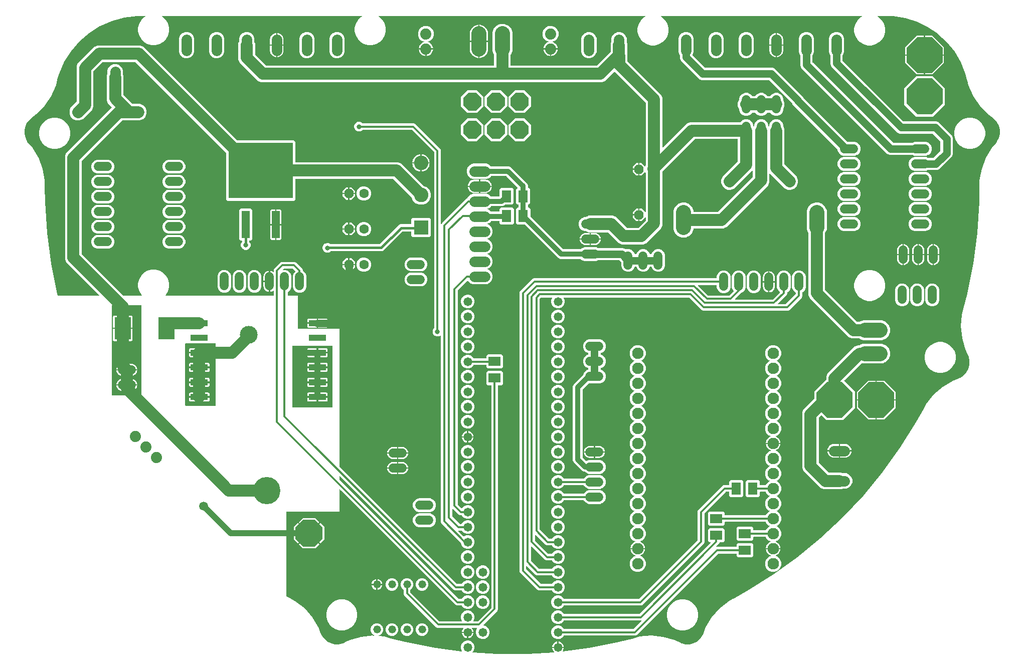
<source format=gbr>
G04 EAGLE Gerber RS-274X export*
G75*
%MOMM*%
%FSLAX34Y34*%
%LPD*%
%INTop Copper*%
%IPPOS*%
%AMOC8*
5,1,8,0,0,1.08239X$1,22.5*%
G01*
%ADD10C,1.524000*%
%ADD11P,1.732040X8X202.500000*%
%ADD12C,1.600200*%
%ADD13C,4.597400*%
%ADD14P,4.976180X8X337.500000*%
%ADD15C,1.879600*%
%ADD16C,1.676400*%
%ADD17C,1.790700*%
%ADD18C,2.540000*%
%ADD19R,2.430000X2.430000*%
%ADD20C,2.430000*%
%ADD21C,1.320800*%
%ADD22R,2.000000X1.600000*%
%ADD23R,1.600000X2.000000*%
%ADD24P,3.257886X8X292.500000*%
%ADD25R,2.950000X1.000000*%
%ADD26P,6.511658X8X112.500000*%
%ADD27C,1.930400*%
%ADD28C,1.473200*%
%ADD29C,1.778000*%
%ADD30P,6.511658X8X22.500000*%
%ADD31R,2.800000X3.800000*%
%ADD32R,1.350000X4.600000*%
%ADD33R,10.800000X9.400000*%
%ADD34C,2.550000*%
%ADD35C,2.000000*%
%ADD36C,3.000000*%
%ADD37C,1.270000*%
%ADD38C,1.500000*%
%ADD39C,1.016000*%
%ADD40C,0.812800*%
%ADD41C,0.304800*%
%ADD42C,0.806400*%
%ADD43C,0.406400*%

G36*
X927085Y59843D02*
X927085Y59843D01*
X927103Y59841D01*
X971615Y62776D01*
X971641Y62783D01*
X971668Y62783D01*
X971737Y62809D01*
X971808Y62829D01*
X971830Y62845D01*
X971855Y62855D01*
X971908Y62907D01*
X971966Y62952D01*
X971980Y62976D01*
X971999Y62994D01*
X972028Y63062D01*
X972064Y63127D01*
X972067Y63154D01*
X972078Y63179D01*
X972079Y63253D01*
X972087Y63326D01*
X972079Y63352D01*
X972080Y63379D01*
X972051Y63447D01*
X972039Y63490D01*
X972037Y63497D01*
X972036Y63498D01*
X972031Y63518D01*
X972013Y63539D01*
X972003Y63564D01*
X971958Y63611D01*
X971934Y63645D01*
X970804Y64776D01*
X969887Y66038D01*
X969179Y67427D01*
X968697Y68910D01*
X968491Y70215D01*
X977852Y70215D01*
X977857Y70216D01*
X977862Y70215D01*
X977955Y70236D01*
X978048Y70254D01*
X978053Y70257D01*
X978058Y70258D01*
X978136Y70314D01*
X978214Y70367D01*
X978217Y70371D01*
X978221Y70374D01*
X978272Y70456D01*
X978323Y70535D01*
X978324Y70540D01*
X978327Y70545D01*
X978359Y70722D01*
X978359Y71231D01*
X978361Y71231D01*
X978361Y70722D01*
X978362Y70717D01*
X978361Y70712D01*
X978382Y70619D01*
X978400Y70526D01*
X978403Y70521D01*
X978405Y70516D01*
X978460Y70438D01*
X978513Y70360D01*
X978518Y70357D01*
X978521Y70353D01*
X978602Y70302D01*
X978681Y70250D01*
X978686Y70250D01*
X978691Y70247D01*
X978868Y70215D01*
X988229Y70215D01*
X988023Y68910D01*
X987541Y67427D01*
X986833Y66038D01*
X986135Y65077D01*
X986095Y64989D01*
X986053Y64902D01*
X986053Y64899D01*
X986052Y64895D01*
X986049Y64797D01*
X986044Y64702D01*
X986045Y64698D01*
X986045Y64695D01*
X986079Y64606D01*
X986113Y64514D01*
X986116Y64511D01*
X986117Y64507D01*
X986184Y64437D01*
X986249Y64367D01*
X986253Y64365D01*
X986256Y64363D01*
X986344Y64324D01*
X986432Y64285D01*
X986436Y64284D01*
X986440Y64283D01*
X986477Y64282D01*
X986612Y64276D01*
X1030424Y70080D01*
X1030439Y70085D01*
X1030457Y70085D01*
X1081371Y80276D01*
X1081382Y80280D01*
X1081396Y80281D01*
X1106574Y86628D01*
X1106578Y86630D01*
X1106582Y86630D01*
X1107225Y86804D01*
X1108753Y87216D01*
X1116224Y89230D01*
X1136126Y90898D01*
X1156006Y88981D01*
X1175223Y83539D01*
X1184190Y79145D01*
X1184204Y79141D01*
X1184217Y79132D01*
X1187372Y77813D01*
X1187412Y77805D01*
X1187459Y77785D01*
X1194125Y76314D01*
X1194177Y76313D01*
X1194245Y76302D01*
X1201071Y76447D01*
X1201121Y76458D01*
X1201190Y76464D01*
X1207789Y78217D01*
X1207835Y78240D01*
X1207901Y78262D01*
X1213898Y81524D01*
X1213938Y81557D01*
X1213996Y81594D01*
X1219054Y86180D01*
X1219084Y86222D01*
X1219133Y86271D01*
X1222963Y91922D01*
X1222979Y91960D01*
X1223007Y92001D01*
X1224392Y95128D01*
X1224395Y95142D01*
X1224403Y95156D01*
X1225189Y97263D01*
X1227895Y104512D01*
X1238112Y121673D01*
X1251233Y136730D01*
X1266835Y149199D01*
X1273647Y152871D01*
X1275626Y153938D01*
X1275629Y153940D01*
X1275633Y153942D01*
X1297875Y166402D01*
X1297884Y166409D01*
X1297897Y166414D01*
X1341116Y193457D01*
X1341127Y193468D01*
X1341143Y193475D01*
X1382525Y223254D01*
X1382536Y223265D01*
X1382551Y223274D01*
X1421923Y255664D01*
X1421933Y255676D01*
X1421948Y255686D01*
X1459144Y290552D01*
X1459153Y290565D01*
X1459168Y290575D01*
X1494034Y327772D01*
X1494042Y327785D01*
X1494056Y327797D01*
X1526446Y367168D01*
X1526453Y367182D01*
X1526466Y367194D01*
X1556245Y408576D01*
X1556251Y408590D01*
X1556263Y408603D01*
X1583306Y451823D01*
X1583310Y451834D01*
X1583319Y451844D01*
X1595778Y474086D01*
X1595779Y474090D01*
X1595782Y474094D01*
X1596317Y475086D01*
X1596849Y476073D01*
X1600522Y482885D01*
X1612992Y498488D01*
X1628051Y511609D01*
X1645213Y521827D01*
X1653932Y525080D01*
X1654570Y525318D01*
X1654582Y525326D01*
X1654598Y525330D01*
X1657725Y526714D01*
X1657759Y526738D01*
X1657804Y526758D01*
X1663456Y530589D01*
X1663492Y530626D01*
X1663547Y530668D01*
X1668134Y535725D01*
X1668161Y535770D01*
X1668204Y535824D01*
X1671466Y541822D01*
X1671482Y541871D01*
X1671511Y541934D01*
X1673264Y548532D01*
X1673267Y548584D01*
X1673281Y548652D01*
X1673426Y555478D01*
X1673417Y555529D01*
X1673414Y555598D01*
X1671942Y562265D01*
X1671925Y562302D01*
X1671915Y562352D01*
X1670595Y565507D01*
X1670587Y565518D01*
X1670582Y565534D01*
X1669593Y567553D01*
X1666187Y574501D01*
X1660744Y593720D01*
X1658825Y613601D01*
X1660493Y633505D01*
X1663093Y643148D01*
X1663093Y643152D01*
X1663095Y643156D01*
X1669477Y668485D01*
X1669478Y668497D01*
X1669483Y668510D01*
X1679714Y719734D01*
X1679714Y719750D01*
X1679719Y719767D01*
X1686537Y771555D01*
X1686536Y771571D01*
X1686540Y771589D01*
X1689915Y823715D01*
X1689914Y823727D01*
X1689916Y823740D01*
X1690307Y849858D01*
X1690307Y849862D01*
X1690307Y849866D01*
X1690307Y849867D01*
X1690291Y859854D01*
X1693832Y879512D01*
X1700831Y898220D01*
X1711063Y915375D01*
X1716152Y921205D01*
X1717630Y922899D01*
X1717637Y922911D01*
X1717649Y922922D01*
X1719741Y925628D01*
X1719759Y925665D01*
X1719790Y925705D01*
X1722937Y931764D01*
X1722951Y931813D01*
X1722980Y931877D01*
X1724607Y938508D01*
X1724609Y938559D01*
X1724621Y938627D01*
X1724636Y945455D01*
X1724626Y945506D01*
X1724622Y945575D01*
X1723023Y952213D01*
X1723003Y952255D01*
X1722993Y952299D01*
X1722986Y952310D01*
X1722981Y952326D01*
X1719859Y958399D01*
X1719827Y958439D01*
X1719791Y958499D01*
X1715323Y963661D01*
X1715291Y963686D01*
X1715258Y963724D01*
X1712596Y965871D01*
X1712583Y965878D01*
X1712572Y965889D01*
X1704437Y971684D01*
X1690503Y985995D01*
X1679353Y1002567D01*
X1671346Y1020866D01*
X1669561Y1028399D01*
X1669559Y1028402D01*
X1669555Y1028421D01*
X1669555Y1028422D01*
X1669554Y1028423D01*
X1669042Y1030588D01*
X1669038Y1030596D01*
X1669037Y1030606D01*
X1666291Y1040548D01*
X1666279Y1040572D01*
X1666273Y1040602D01*
X1658608Y1059738D01*
X1658589Y1059767D01*
X1658574Y1059806D01*
X1648159Y1077596D01*
X1648136Y1077621D01*
X1648116Y1077658D01*
X1635181Y1093709D01*
X1635155Y1093731D01*
X1635130Y1093764D01*
X1619960Y1107722D01*
X1619930Y1107740D01*
X1619901Y1107769D01*
X1602831Y1119326D01*
X1602799Y1119340D01*
X1602765Y1119364D01*
X1584172Y1128266D01*
X1584138Y1128274D01*
X1584102Y1128293D01*
X1564395Y1134343D01*
X1564361Y1134346D01*
X1564322Y1134359D01*
X1543936Y1137423D01*
X1543910Y1137422D01*
X1543880Y1137429D01*
X1533573Y1137817D01*
X1533565Y1137816D01*
X1533556Y1137818D01*
X1533549Y1137818D01*
X1533548Y1137818D01*
X1533547Y1137818D01*
X1518498Y1137818D01*
X1518430Y1137804D01*
X1518362Y1137799D01*
X1518333Y1137785D01*
X1518301Y1137778D01*
X1518244Y1137739D01*
X1518183Y1137708D01*
X1518162Y1137684D01*
X1518136Y1137665D01*
X1518098Y1137608D01*
X1518053Y1137555D01*
X1518044Y1137524D01*
X1518026Y1137497D01*
X1518014Y1137430D01*
X1517993Y1137364D01*
X1517996Y1137332D01*
X1517991Y1137300D01*
X1518006Y1137233D01*
X1518012Y1137164D01*
X1518027Y1137136D01*
X1518034Y1137105D01*
X1518074Y1137048D01*
X1518107Y1136988D01*
X1518133Y1136965D01*
X1518150Y1136941D01*
X1518193Y1136914D01*
X1518244Y1136871D01*
X1520903Y1135336D01*
X1525774Y1130465D01*
X1529218Y1124500D01*
X1531001Y1117846D01*
X1531001Y1110958D01*
X1529218Y1104305D01*
X1525774Y1098339D01*
X1520903Y1093468D01*
X1514938Y1090024D01*
X1508284Y1088242D01*
X1501396Y1088242D01*
X1494742Y1090024D01*
X1488777Y1093468D01*
X1483906Y1098339D01*
X1480462Y1104305D01*
X1478679Y1110958D01*
X1478679Y1117846D01*
X1480462Y1124500D01*
X1483906Y1130465D01*
X1488777Y1135336D01*
X1491436Y1136871D01*
X1491487Y1136917D01*
X1491544Y1136955D01*
X1491562Y1136982D01*
X1491586Y1137004D01*
X1491616Y1137066D01*
X1491654Y1137124D01*
X1491659Y1137155D01*
X1491673Y1137184D01*
X1491677Y1137253D01*
X1491689Y1137321D01*
X1491682Y1137352D01*
X1491684Y1137384D01*
X1491661Y1137449D01*
X1491646Y1137516D01*
X1491627Y1137543D01*
X1491616Y1137573D01*
X1491570Y1137624D01*
X1491530Y1137680D01*
X1491502Y1137697D01*
X1491481Y1137721D01*
X1491418Y1137749D01*
X1491359Y1137786D01*
X1491325Y1137792D01*
X1491298Y1137804D01*
X1491248Y1137806D01*
X1491182Y1137818D01*
X1152738Y1137818D01*
X1152670Y1137804D01*
X1152602Y1137799D01*
X1152573Y1137785D01*
X1152541Y1137778D01*
X1152484Y1137739D01*
X1152423Y1137708D01*
X1152402Y1137684D01*
X1152376Y1137665D01*
X1152338Y1137608D01*
X1152293Y1137555D01*
X1152284Y1137524D01*
X1152266Y1137497D01*
X1152254Y1137430D01*
X1152233Y1137364D01*
X1152236Y1137332D01*
X1152231Y1137300D01*
X1152246Y1137233D01*
X1152252Y1137164D01*
X1152267Y1137136D01*
X1152274Y1137105D01*
X1152314Y1137048D01*
X1152347Y1136988D01*
X1152373Y1136965D01*
X1152390Y1136941D01*
X1152433Y1136914D01*
X1152484Y1136871D01*
X1155143Y1135336D01*
X1160014Y1130465D01*
X1163458Y1124500D01*
X1165241Y1117846D01*
X1165241Y1110958D01*
X1163458Y1104305D01*
X1160014Y1098339D01*
X1155143Y1093468D01*
X1149178Y1090024D01*
X1142524Y1088242D01*
X1135636Y1088242D01*
X1128982Y1090024D01*
X1123017Y1093468D01*
X1118146Y1098339D01*
X1114702Y1104305D01*
X1112919Y1110958D01*
X1112919Y1117846D01*
X1114702Y1124500D01*
X1118146Y1130465D01*
X1123017Y1135336D01*
X1125676Y1136871D01*
X1125727Y1136917D01*
X1125784Y1136955D01*
X1125802Y1136982D01*
X1125826Y1137004D01*
X1125856Y1137066D01*
X1125894Y1137124D01*
X1125899Y1137155D01*
X1125913Y1137184D01*
X1125917Y1137253D01*
X1125929Y1137321D01*
X1125922Y1137352D01*
X1125924Y1137384D01*
X1125901Y1137449D01*
X1125886Y1137516D01*
X1125867Y1137543D01*
X1125856Y1137573D01*
X1125810Y1137624D01*
X1125770Y1137680D01*
X1125742Y1137697D01*
X1125721Y1137721D01*
X1125658Y1137749D01*
X1125599Y1137786D01*
X1125565Y1137792D01*
X1125538Y1137804D01*
X1125488Y1137806D01*
X1125422Y1137818D01*
X676012Y1137818D01*
X675944Y1137804D01*
X675876Y1137799D01*
X675847Y1137785D01*
X675815Y1137778D01*
X675758Y1137739D01*
X675697Y1137708D01*
X675676Y1137684D01*
X675650Y1137666D01*
X675612Y1137608D01*
X675567Y1137555D01*
X675558Y1137524D01*
X675540Y1137497D01*
X675528Y1137430D01*
X675507Y1137364D01*
X675510Y1137332D01*
X675505Y1137300D01*
X675520Y1137233D01*
X675526Y1137164D01*
X675541Y1137136D01*
X675548Y1137105D01*
X675588Y1137048D01*
X675621Y1136988D01*
X675647Y1136965D01*
X675664Y1136941D01*
X675707Y1136914D01*
X675758Y1136871D01*
X677603Y1135806D01*
X682474Y1130935D01*
X685918Y1124970D01*
X687701Y1118316D01*
X687701Y1111428D01*
X685918Y1104775D01*
X682474Y1098809D01*
X677603Y1093938D01*
X671638Y1090494D01*
X664984Y1088712D01*
X658096Y1088712D01*
X651442Y1090494D01*
X645477Y1093938D01*
X640606Y1098809D01*
X637162Y1104775D01*
X635379Y1111428D01*
X635379Y1118316D01*
X637162Y1124970D01*
X640606Y1130935D01*
X645477Y1135806D01*
X647322Y1136871D01*
X647373Y1136917D01*
X647430Y1136956D01*
X647448Y1136982D01*
X647472Y1137004D01*
X647502Y1137066D01*
X647540Y1137124D01*
X647545Y1137155D01*
X647559Y1137184D01*
X647563Y1137253D01*
X647575Y1137321D01*
X647568Y1137352D01*
X647570Y1137384D01*
X647547Y1137449D01*
X647532Y1137516D01*
X647513Y1137543D01*
X647502Y1137573D01*
X647456Y1137624D01*
X647416Y1137680D01*
X647388Y1137697D01*
X647367Y1137721D01*
X647304Y1137749D01*
X647245Y1137786D01*
X647211Y1137792D01*
X647184Y1137804D01*
X647134Y1137806D01*
X647068Y1137818D01*
X310255Y1137818D01*
X310188Y1137804D01*
X310119Y1137799D01*
X310090Y1137785D01*
X310059Y1137778D01*
X310002Y1137739D01*
X309940Y1137708D01*
X309919Y1137684D01*
X309893Y1137666D01*
X309855Y1137608D01*
X309811Y1137555D01*
X309801Y1137524D01*
X309784Y1137497D01*
X309771Y1137430D01*
X309751Y1137364D01*
X309754Y1137332D01*
X309748Y1137300D01*
X309763Y1137233D01*
X309769Y1137164D01*
X309785Y1137136D01*
X309792Y1137105D01*
X309831Y1137048D01*
X309864Y1136988D01*
X309890Y1136965D01*
X309908Y1136941D01*
X309951Y1136914D01*
X310002Y1136871D01*
X311846Y1135806D01*
X316717Y1130936D01*
X320161Y1124970D01*
X321944Y1118317D01*
X321944Y1111428D01*
X320161Y1104775D01*
X316717Y1098809D01*
X311846Y1093939D01*
X305881Y1090495D01*
X299227Y1088712D01*
X292339Y1088712D01*
X285685Y1090495D01*
X279720Y1093939D01*
X274849Y1098809D01*
X271405Y1104775D01*
X269622Y1111428D01*
X269622Y1118317D01*
X271405Y1124970D01*
X274849Y1130936D01*
X279720Y1135806D01*
X281564Y1136871D01*
X281616Y1136917D01*
X281673Y1136956D01*
X281691Y1136982D01*
X281715Y1137004D01*
X281745Y1137066D01*
X281782Y1137124D01*
X281788Y1137155D01*
X281802Y1137184D01*
X281806Y1137253D01*
X281818Y1137321D01*
X281811Y1137352D01*
X281813Y1137384D01*
X281789Y1137449D01*
X281774Y1137516D01*
X281756Y1137543D01*
X281745Y1137573D01*
X281698Y1137624D01*
X281658Y1137680D01*
X281631Y1137697D01*
X281609Y1137721D01*
X281547Y1137749D01*
X281488Y1137786D01*
X281454Y1137792D01*
X281427Y1137804D01*
X281377Y1137806D01*
X281311Y1137818D01*
X280719Y1137818D01*
X280718Y1137818D01*
X280717Y1137818D01*
X280540Y1137785D01*
X280462Y1137756D01*
X278493Y1137818D01*
X278486Y1137816D01*
X278478Y1137818D01*
X277323Y1137818D01*
X277322Y1137817D01*
X277320Y1137818D01*
X267507Y1137762D01*
X267481Y1137756D01*
X267451Y1137758D01*
X246033Y1135236D01*
X246001Y1135225D01*
X245959Y1135222D01*
X225152Y1129556D01*
X225121Y1129540D01*
X225081Y1129530D01*
X205342Y1120845D01*
X205314Y1120825D01*
X205275Y1120809D01*
X187041Y1109296D01*
X187016Y1109272D01*
X186980Y1109251D01*
X170652Y1095164D01*
X170631Y1095137D01*
X170599Y1095111D01*
X156537Y1078760D01*
X156520Y1078730D01*
X156492Y1078700D01*
X145007Y1060447D01*
X144995Y1060415D01*
X144972Y1060381D01*
X136317Y1040628D01*
X136312Y1040603D01*
X136297Y1040575D01*
X133118Y1030351D01*
X133116Y1030334D01*
X133109Y1030317D01*
X130869Y1020867D01*
X122862Y1002567D01*
X111712Y985995D01*
X97777Y971684D01*
X89643Y965889D01*
X89633Y965879D01*
X89618Y965871D01*
X86956Y963725D01*
X86930Y963693D01*
X86891Y963662D01*
X82423Y958499D01*
X82398Y958454D01*
X82355Y958399D01*
X79234Y952326D01*
X79226Y952300D01*
X79213Y952280D01*
X79207Y952248D01*
X79192Y952213D01*
X77593Y945575D01*
X77591Y945524D01*
X77579Y945455D01*
X77593Y938627D01*
X77603Y938577D01*
X77608Y938508D01*
X79235Y931877D01*
X79257Y931830D01*
X79277Y931764D01*
X82425Y925705D01*
X82450Y925673D01*
X82473Y925628D01*
X84565Y922922D01*
X84568Y922920D01*
X84570Y922916D01*
X84570Y922915D01*
X84578Y922909D01*
X84584Y922899D01*
X85652Y921675D01*
X86062Y921205D01*
X91151Y915375D01*
X101383Y898220D01*
X108383Y879512D01*
X111923Y859853D01*
X111911Y852114D01*
X111908Y849866D01*
X111908Y849862D01*
X111908Y849858D01*
X112299Y823740D01*
X112301Y823728D01*
X112300Y823714D01*
X115675Y771589D01*
X115679Y771573D01*
X115678Y771555D01*
X122496Y719767D01*
X122501Y719752D01*
X122501Y719734D01*
X132732Y668511D01*
X132737Y668500D01*
X132738Y668486D01*
X133534Y665326D01*
X133550Y665292D01*
X133550Y665290D01*
X133552Y665289D01*
X133553Y665287D01*
X133562Y665244D01*
X133595Y665197D01*
X133620Y665145D01*
X133653Y665116D01*
X133678Y665081D01*
X133727Y665050D01*
X133770Y665012D01*
X133811Y664998D01*
X133848Y664975D01*
X133913Y664963D01*
X133960Y664947D01*
X133990Y664949D01*
X134026Y664943D01*
X203942Y664943D01*
X203945Y664943D01*
X203947Y664943D01*
X204042Y664963D01*
X204139Y664982D01*
X204141Y664984D01*
X204143Y664984D01*
X204224Y665040D01*
X204304Y665095D01*
X204306Y665097D01*
X204308Y665099D01*
X204361Y665182D01*
X204414Y665263D01*
X204414Y665266D01*
X204416Y665268D01*
X204432Y665364D01*
X204449Y665460D01*
X204449Y665463D01*
X204449Y665465D01*
X204427Y665559D01*
X204406Y665656D01*
X204404Y665658D01*
X204404Y665661D01*
X204301Y665809D01*
X148456Y721653D01*
X146315Y726822D01*
X146315Y901248D01*
X148456Y906417D01*
X152484Y910445D01*
X225436Y983396D01*
X225439Y983401D01*
X225443Y983404D01*
X225494Y983484D01*
X225547Y983563D01*
X225548Y983568D01*
X225551Y983573D01*
X225566Y983667D01*
X225584Y983760D01*
X225583Y983765D01*
X225584Y983770D01*
X225563Y983863D01*
X225543Y983956D01*
X225540Y983961D01*
X225539Y983966D01*
X225436Y984114D01*
X218786Y990763D01*
X216645Y995932D01*
X216645Y1037398D01*
X217653Y1039831D01*
X217655Y1039840D01*
X217660Y1039848D01*
X217692Y1040025D01*
X217692Y1046143D01*
X219674Y1050928D01*
X223336Y1054590D01*
X223352Y1054597D01*
X223353Y1054597D01*
X224577Y1055104D01*
X225802Y1055611D01*
X227026Y1056119D01*
X227027Y1056119D01*
X228120Y1056572D01*
X233300Y1056572D01*
X238084Y1054590D01*
X241746Y1050928D01*
X243728Y1046143D01*
X243728Y1040025D01*
X243730Y1040016D01*
X243729Y1040007D01*
X243767Y1039831D01*
X244775Y1037398D01*
X244775Y1004766D01*
X244776Y1004758D01*
X244775Y1004750D01*
X244796Y1004661D01*
X244814Y1004569D01*
X244819Y1004563D01*
X244821Y1004555D01*
X244923Y1004407D01*
X259577Y989753D01*
X259584Y989749D01*
X259588Y989743D01*
X259667Y989694D01*
X259744Y989642D01*
X259752Y989641D01*
X259759Y989637D01*
X259936Y989605D01*
X272468Y989605D01*
X277637Y987464D01*
X281594Y983507D01*
X283735Y978338D01*
X283735Y972742D01*
X281594Y967573D01*
X277637Y963616D01*
X276662Y963213D01*
X275437Y962705D01*
X274213Y962198D01*
X272988Y961691D01*
X272468Y961475D01*
X243506Y961475D01*
X243498Y961474D01*
X243490Y961475D01*
X243401Y961454D01*
X243309Y961436D01*
X243303Y961431D01*
X243295Y961429D01*
X243147Y961327D01*
X174593Y892773D01*
X174589Y892766D01*
X174583Y892762D01*
X174534Y892683D01*
X174482Y892606D01*
X174481Y892598D01*
X174477Y892591D01*
X174445Y892414D01*
X174445Y735656D01*
X174446Y735648D01*
X174445Y735640D01*
X174466Y735551D01*
X174484Y735459D01*
X174489Y735453D01*
X174491Y735445D01*
X174593Y735297D01*
X244799Y665091D01*
X244806Y665087D01*
X244810Y665081D01*
X244889Y665032D01*
X244966Y664980D01*
X244974Y664979D01*
X244981Y664975D01*
X245158Y664943D01*
X275692Y664943D01*
X275694Y664943D01*
X275697Y664943D01*
X275792Y664963D01*
X275888Y664982D01*
X275890Y664984D01*
X275893Y664984D01*
X275974Y665040D01*
X276054Y665095D01*
X276055Y665097D01*
X276058Y665099D01*
X276111Y665182D01*
X276163Y665263D01*
X276164Y665266D01*
X276165Y665268D01*
X276182Y665364D01*
X276199Y665460D01*
X276198Y665463D01*
X276199Y665466D01*
X276177Y665560D01*
X276155Y665656D01*
X276154Y665658D01*
X276153Y665661D01*
X276050Y665809D01*
X274850Y667009D01*
X271406Y672975D01*
X269623Y679628D01*
X269623Y686517D01*
X271406Y693170D01*
X274850Y699136D01*
X279720Y704006D01*
X285686Y707450D01*
X292339Y709233D01*
X299228Y709233D01*
X305881Y707450D01*
X311847Y704006D01*
X316717Y699136D01*
X320161Y693170D01*
X321944Y686517D01*
X321944Y679628D01*
X320161Y672975D01*
X316717Y667009D01*
X315517Y665809D01*
X315515Y665806D01*
X315513Y665805D01*
X315461Y665725D01*
X315406Y665642D01*
X315405Y665639D01*
X315404Y665637D01*
X315386Y665541D01*
X315368Y665445D01*
X315369Y665442D01*
X315368Y665440D01*
X315390Y665343D01*
X315410Y665249D01*
X315411Y665247D01*
X315412Y665244D01*
X315468Y665164D01*
X315524Y665084D01*
X315526Y665083D01*
X315528Y665081D01*
X315612Y665028D01*
X315693Y664977D01*
X315696Y664976D01*
X315698Y664975D01*
X315875Y664943D01*
X497894Y664943D01*
X497899Y664944D01*
X497904Y664943D01*
X497997Y664964D01*
X498091Y664982D01*
X498095Y664985D01*
X498100Y664986D01*
X498178Y665042D01*
X498256Y665095D01*
X498259Y665099D01*
X498263Y665102D01*
X498314Y665184D01*
X498366Y665263D01*
X498366Y665268D01*
X498369Y665273D01*
X498401Y665450D01*
X498401Y673480D01*
X498389Y673542D01*
X498385Y673606D01*
X498369Y673640D01*
X498362Y673676D01*
X498326Y673729D01*
X498298Y673786D01*
X498270Y673811D01*
X498249Y673842D01*
X498196Y673877D01*
X498148Y673919D01*
X498112Y673931D01*
X498081Y673952D01*
X498018Y673963D01*
X497958Y673983D01*
X497921Y673980D01*
X497884Y673987D01*
X497821Y673973D01*
X497758Y673969D01*
X497721Y673951D01*
X497688Y673944D01*
X497650Y673916D01*
X497596Y673890D01*
X496645Y673200D01*
X495220Y672474D01*
X493699Y671979D01*
X492335Y671763D01*
X492335Y689002D01*
X492334Y689007D01*
X492335Y689012D01*
X492314Y689105D01*
X492296Y689198D01*
X492293Y689203D01*
X492292Y689208D01*
X492236Y689286D01*
X492183Y689364D01*
X492179Y689367D01*
X492176Y689371D01*
X492094Y689422D01*
X492015Y689473D01*
X492010Y689474D01*
X492005Y689477D01*
X491828Y689509D01*
X491319Y689509D01*
X491319Y689511D01*
X491828Y689511D01*
X491833Y689512D01*
X491838Y689511D01*
X491931Y689532D01*
X492024Y689550D01*
X492029Y689553D01*
X492034Y689555D01*
X492112Y689610D01*
X492190Y689663D01*
X492193Y689668D01*
X492197Y689671D01*
X492248Y689752D01*
X492299Y689831D01*
X492300Y689836D01*
X492303Y689841D01*
X492335Y690018D01*
X492335Y707257D01*
X493699Y707041D01*
X495220Y706546D01*
X496645Y705820D01*
X497596Y705130D01*
X497654Y705103D01*
X497707Y705068D01*
X497744Y705062D01*
X497778Y705046D01*
X497842Y705044D01*
X497904Y705033D01*
X497941Y705041D01*
X497978Y705040D01*
X498038Y705063D01*
X498100Y705076D01*
X498131Y705098D01*
X498166Y705112D01*
X498212Y705156D01*
X498263Y705192D01*
X498283Y705224D01*
X498310Y705250D01*
X498336Y705309D01*
X498369Y705363D01*
X498376Y705403D01*
X498390Y705434D01*
X498391Y705481D01*
X498401Y705540D01*
X498401Y708672D01*
X499252Y710726D01*
X510054Y721528D01*
X510810Y721841D01*
X512034Y722348D01*
X512108Y722379D01*
X534062Y722379D01*
X536116Y721528D01*
X546858Y710786D01*
X547709Y708732D01*
X547709Y707801D01*
X547710Y707795D01*
X547709Y707789D01*
X547730Y707697D01*
X547748Y707605D01*
X547752Y707600D01*
X547753Y707593D01*
X547808Y707517D01*
X547861Y707439D01*
X547866Y707436D01*
X547870Y707430D01*
X548022Y707333D01*
X548739Y707036D01*
X552026Y703749D01*
X553805Y699454D01*
X553805Y679566D01*
X552026Y675271D01*
X548739Y671984D01*
X547676Y671544D01*
X546451Y671037D01*
X545227Y670529D01*
X544444Y670205D01*
X539796Y670205D01*
X535501Y671984D01*
X532214Y675271D01*
X530435Y679566D01*
X530435Y699454D01*
X532214Y703749D01*
X534792Y706327D01*
X534795Y706331D01*
X534799Y706334D01*
X534850Y706415D01*
X534903Y706494D01*
X534904Y706499D01*
X534907Y706503D01*
X534923Y706596D01*
X534941Y706691D01*
X534940Y706696D01*
X534940Y706701D01*
X534919Y706793D01*
X534899Y706887D01*
X534896Y706891D01*
X534895Y706896D01*
X534792Y707044D01*
X530784Y711053D01*
X530777Y711057D01*
X530773Y711063D01*
X530694Y711112D01*
X530617Y711164D01*
X530609Y711165D01*
X530602Y711169D01*
X530425Y711201D01*
X515745Y711201D01*
X515737Y711200D01*
X515730Y711201D01*
X515640Y711180D01*
X515549Y711162D01*
X515542Y711157D01*
X515534Y711155D01*
X515386Y711053D01*
X514014Y709681D01*
X514013Y709678D01*
X514011Y709677D01*
X513959Y709597D01*
X513903Y709514D01*
X513903Y709511D01*
X513901Y709509D01*
X513884Y709413D01*
X513866Y709317D01*
X513866Y709314D01*
X513866Y709312D01*
X513887Y709215D01*
X513907Y709121D01*
X513909Y709119D01*
X513909Y709116D01*
X513966Y709036D01*
X514022Y708956D01*
X514024Y708955D01*
X514025Y708953D01*
X514109Y708900D01*
X514191Y708849D01*
X514193Y708848D01*
X514196Y708847D01*
X514373Y708815D01*
X519044Y708815D01*
X523339Y707036D01*
X526626Y703749D01*
X528405Y699454D01*
X528405Y679566D01*
X526626Y675271D01*
X523339Y671984D01*
X522622Y671687D01*
X522616Y671684D01*
X522610Y671682D01*
X522533Y671628D01*
X522455Y671575D01*
X522452Y671570D01*
X522447Y671566D01*
X522397Y671486D01*
X522345Y671408D01*
X522344Y671401D01*
X522341Y671396D01*
X522309Y671219D01*
X522309Y665450D01*
X522310Y665445D01*
X522309Y665440D01*
X522330Y665347D01*
X522348Y665254D01*
X522351Y665249D01*
X522352Y665244D01*
X522408Y665166D01*
X522461Y665088D01*
X522465Y665085D01*
X522468Y665081D01*
X522550Y665030D01*
X522629Y664978D01*
X522634Y664978D01*
X522639Y664975D01*
X522816Y664943D01*
X539493Y664943D01*
X539493Y610000D01*
X539494Y609995D01*
X539493Y609990D01*
X539514Y609897D01*
X539532Y609804D01*
X539535Y609799D01*
X539536Y609794D01*
X539592Y609716D01*
X539645Y609638D01*
X539649Y609635D01*
X539652Y609631D01*
X539734Y609580D01*
X539813Y609528D01*
X539818Y609528D01*
X539823Y609525D01*
X540000Y609493D01*
X609493Y609493D01*
X609493Y377051D01*
X609494Y377043D01*
X609493Y377036D01*
X609514Y376946D01*
X609532Y376855D01*
X609537Y376848D01*
X609539Y376840D01*
X609641Y376692D01*
X807766Y178567D01*
X807773Y178563D01*
X807777Y178557D01*
X807856Y178508D01*
X807933Y178456D01*
X807941Y178455D01*
X807948Y178451D01*
X808125Y178419D01*
X815563Y178419D01*
X815570Y178420D01*
X815576Y178419D01*
X815668Y178440D01*
X815760Y178458D01*
X815765Y178462D01*
X815772Y178463D01*
X815848Y178518D01*
X815926Y178571D01*
X815929Y178576D01*
X815935Y178580D01*
X816032Y178732D01*
X816269Y179305D01*
X819485Y182521D01*
X819759Y182634D01*
X820984Y183141D01*
X822208Y183649D01*
X823433Y184156D01*
X823686Y184261D01*
X828234Y184261D01*
X832435Y182521D01*
X835651Y179305D01*
X837391Y175104D01*
X837391Y170556D01*
X835651Y166355D01*
X832435Y163139D01*
X831548Y162772D01*
X830324Y162265D01*
X830323Y162265D01*
X829099Y161758D01*
X828234Y161399D01*
X823686Y161399D01*
X819485Y163139D01*
X816269Y166355D01*
X816032Y166928D01*
X816028Y166934D01*
X816027Y166940D01*
X815972Y167017D01*
X815920Y167095D01*
X815915Y167098D01*
X815911Y167103D01*
X815831Y167153D01*
X815753Y167205D01*
X815746Y167206D01*
X815741Y167209D01*
X815563Y167241D01*
X804488Y167241D01*
X802434Y168092D01*
X800791Y169736D01*
X610359Y360168D01*
X610356Y360169D01*
X610355Y360171D01*
X610274Y360224D01*
X610192Y360279D01*
X610189Y360279D01*
X610187Y360281D01*
X610091Y360298D01*
X609995Y360316D01*
X609992Y360316D01*
X609990Y360316D01*
X609893Y360295D01*
X609799Y360275D01*
X609797Y360273D01*
X609794Y360273D01*
X609714Y360216D01*
X609634Y360160D01*
X609633Y360158D01*
X609631Y360157D01*
X609579Y360074D01*
X609527Y359991D01*
X609526Y359989D01*
X609525Y359986D01*
X609493Y359809D01*
X609493Y354901D01*
X609494Y354893D01*
X609493Y354886D01*
X609514Y354796D01*
X609532Y354705D01*
X609537Y354698D01*
X609539Y354690D01*
X609641Y354542D01*
X811016Y153167D01*
X811023Y153163D01*
X811027Y153157D01*
X811106Y153108D01*
X811183Y153056D01*
X811191Y153055D01*
X811198Y153051D01*
X811375Y153019D01*
X815563Y153019D01*
X815570Y153020D01*
X815576Y153019D01*
X815668Y153040D01*
X815760Y153058D01*
X815765Y153062D01*
X815772Y153063D01*
X815848Y153118D01*
X815926Y153171D01*
X815929Y153176D01*
X815935Y153180D01*
X816032Y153332D01*
X816269Y153905D01*
X819485Y157121D01*
X819850Y157272D01*
X821074Y157779D01*
X822299Y158286D01*
X823523Y158793D01*
X823524Y158793D01*
X823686Y158861D01*
X828234Y158861D01*
X832435Y157121D01*
X835651Y153905D01*
X837391Y149704D01*
X837391Y145156D01*
X835651Y140955D01*
X832435Y137739D01*
X831639Y137410D01*
X831638Y137410D01*
X830414Y136902D01*
X829189Y136395D01*
X828234Y135999D01*
X823686Y135999D01*
X819485Y137739D01*
X816269Y140955D01*
X816032Y141528D01*
X816028Y141534D01*
X816027Y141540D01*
X815972Y141617D01*
X815920Y141695D01*
X815915Y141698D01*
X815911Y141703D01*
X815831Y141753D01*
X815753Y141805D01*
X815746Y141806D01*
X815741Y141809D01*
X815563Y141841D01*
X807738Y141841D01*
X805684Y142692D01*
X804041Y144336D01*
X610359Y338018D01*
X610356Y338019D01*
X610355Y338021D01*
X610274Y338074D01*
X610192Y338129D01*
X610189Y338129D01*
X610187Y338131D01*
X610091Y338148D01*
X609995Y338166D01*
X609992Y338166D01*
X609990Y338166D01*
X609893Y338145D01*
X609799Y338125D01*
X609797Y338123D01*
X609794Y338123D01*
X609714Y338066D01*
X609634Y338010D01*
X609633Y338008D01*
X609631Y338007D01*
X609579Y337924D01*
X609527Y337841D01*
X609526Y337839D01*
X609525Y337836D01*
X609493Y337659D01*
X609493Y300507D01*
X520000Y300507D01*
X519995Y300506D01*
X519990Y300507D01*
X519897Y300486D01*
X519804Y300468D01*
X519799Y300465D01*
X519794Y300464D01*
X519716Y300408D01*
X519638Y300355D01*
X519635Y300351D01*
X519631Y300348D01*
X519580Y300266D01*
X519528Y300187D01*
X519528Y300182D01*
X519525Y300177D01*
X519493Y300000D01*
X519493Y158210D01*
X519508Y158134D01*
X519516Y158057D01*
X519528Y158037D01*
X519532Y158013D01*
X519576Y157949D01*
X519613Y157882D01*
X519633Y157866D01*
X519645Y157847D01*
X519691Y157818D01*
X519752Y157767D01*
X526580Y153942D01*
X526585Y153941D01*
X526589Y153938D01*
X535379Y149199D01*
X550981Y136730D01*
X564102Y121673D01*
X574319Y104512D01*
X577811Y95156D01*
X577816Y95148D01*
X577817Y95141D01*
X577818Y95141D01*
X577818Y95137D01*
X577821Y95133D01*
X577822Y95128D01*
X579207Y92001D01*
X579230Y91968D01*
X579251Y91922D01*
X583081Y86271D01*
X583118Y86235D01*
X583160Y86180D01*
X588218Y81594D01*
X588262Y81567D01*
X588316Y81524D01*
X594313Y78262D01*
X594363Y78246D01*
X594426Y78217D01*
X601024Y76464D01*
X601075Y76461D01*
X601143Y76447D01*
X607969Y76302D01*
X608020Y76311D01*
X608089Y76314D01*
X614755Y77786D01*
X614793Y77802D01*
X614842Y77813D01*
X615625Y78141D01*
X615626Y78141D01*
X616838Y78648D01*
X616839Y78648D01*
X617997Y79132D01*
X618009Y79140D01*
X618024Y79145D01*
X620043Y80134D01*
X626991Y83540D01*
X646208Y88981D01*
X666088Y90899D01*
X667355Y90792D01*
X667378Y90795D01*
X667400Y90791D01*
X667477Y90806D01*
X667554Y90815D01*
X667574Y90827D01*
X667596Y90831D01*
X667661Y90875D01*
X667729Y90914D01*
X667743Y90932D01*
X667762Y90945D01*
X667804Y91010D01*
X667852Y91072D01*
X667858Y91094D01*
X667870Y91113D01*
X667884Y91190D01*
X667904Y91266D01*
X667901Y91288D01*
X667905Y91311D01*
X667887Y91387D01*
X667877Y91464D01*
X667865Y91484D01*
X667860Y91506D01*
X667814Y91570D01*
X667775Y91637D01*
X667757Y91651D01*
X667743Y91669D01*
X667658Y91724D01*
X667614Y91757D01*
X667602Y91760D01*
X667592Y91766D01*
X666677Y92145D01*
X663675Y95147D01*
X662051Y99068D01*
X662051Y103312D01*
X663675Y107233D01*
X666677Y110235D01*
X667570Y110605D01*
X668794Y111112D01*
X668795Y111112D01*
X670019Y111619D01*
X670598Y111859D01*
X674842Y111859D01*
X678763Y110235D01*
X681765Y107233D01*
X683389Y103312D01*
X683389Y99068D01*
X681765Y95147D01*
X678763Y92145D01*
X677826Y91757D01*
X676601Y91250D01*
X676057Y91024D01*
X675990Y90979D01*
X675920Y90940D01*
X675907Y90924D01*
X675890Y90913D01*
X675846Y90845D01*
X675797Y90781D01*
X675791Y90762D01*
X675780Y90745D01*
X675766Y90666D01*
X675745Y90588D01*
X675747Y90568D01*
X675744Y90548D01*
X675761Y90469D01*
X675772Y90389D01*
X675782Y90372D01*
X675786Y90352D01*
X675833Y90286D01*
X675874Y90217D01*
X675890Y90205D01*
X675902Y90188D01*
X675970Y90145D01*
X676035Y90097D01*
X676055Y90091D01*
X676071Y90081D01*
X676127Y90072D01*
X676209Y90050D01*
X685991Y89230D01*
X693461Y87216D01*
X693462Y87216D01*
X695632Y86631D01*
X695636Y86630D01*
X695640Y86628D01*
X720819Y80282D01*
X720831Y80281D01*
X720843Y80276D01*
X771758Y70085D01*
X771774Y70085D01*
X771791Y70080D01*
X815646Y64270D01*
X815684Y64273D01*
X815721Y64266D01*
X815783Y64280D01*
X815846Y64284D01*
X815880Y64301D01*
X815917Y64309D01*
X815969Y64345D01*
X816025Y64374D01*
X816050Y64402D01*
X816081Y64424D01*
X816114Y64478D01*
X816156Y64526D01*
X816167Y64562D01*
X816187Y64594D01*
X816198Y64656D01*
X816217Y64717D01*
X816214Y64754D01*
X816220Y64791D01*
X816204Y64863D01*
X816199Y64917D01*
X816188Y64939D01*
X816182Y64967D01*
X814529Y68956D01*
X814529Y73504D01*
X816269Y77705D01*
X819485Y80921D01*
X820121Y81184D01*
X821346Y81691D01*
X822570Y82199D01*
X822571Y82199D01*
X823686Y82661D01*
X828234Y82661D01*
X832435Y80921D01*
X835651Y77705D01*
X837391Y73504D01*
X837391Y68956D01*
X835651Y64755D01*
X834273Y63378D01*
X834225Y63305D01*
X834173Y63236D01*
X834170Y63223D01*
X834162Y63211D01*
X834146Y63126D01*
X834125Y63042D01*
X834127Y63028D01*
X834124Y63014D01*
X834142Y62929D01*
X834156Y62844D01*
X834163Y62832D01*
X834166Y62818D01*
X834215Y62747D01*
X834261Y62673D01*
X834272Y62665D01*
X834280Y62653D01*
X834353Y62607D01*
X834423Y62556D01*
X834438Y62553D01*
X834450Y62545D01*
X834504Y62536D01*
X834598Y62513D01*
X875112Y59841D01*
X875127Y59843D01*
X875145Y59840D01*
X927070Y59840D01*
X927085Y59843D01*
G37*
%LPC*%
G36*
X1086412Y751725D02*
X1086412Y751725D01*
X1081243Y753866D01*
X1062903Y772207D01*
X1062896Y772211D01*
X1062892Y772217D01*
X1062813Y772266D01*
X1062736Y772318D01*
X1062728Y772319D01*
X1062721Y772323D01*
X1062544Y772355D01*
X1030232Y772355D01*
X1025063Y774496D01*
X1024973Y774587D01*
X1024966Y774591D01*
X1024962Y774597D01*
X1024883Y774646D01*
X1024806Y774698D01*
X1024798Y774699D01*
X1024791Y774703D01*
X1024614Y774735D01*
X1023086Y774735D01*
X1018791Y776514D01*
X1015504Y779801D01*
X1013725Y784096D01*
X1013725Y788744D01*
X1015504Y793039D01*
X1018791Y796326D01*
X1018986Y796407D01*
X1020211Y796914D01*
X1021435Y797421D01*
X1022660Y797928D01*
X1023086Y798105D01*
X1024614Y798105D01*
X1024622Y798106D01*
X1024630Y798105D01*
X1024719Y798126D01*
X1024811Y798144D01*
X1024817Y798149D01*
X1024825Y798151D01*
X1024973Y798253D01*
X1025063Y798344D01*
X1025285Y798436D01*
X1026510Y798943D01*
X1027734Y799450D01*
X1027735Y799450D01*
X1028959Y799957D01*
X1030184Y800465D01*
X1030232Y800485D01*
X1071378Y800485D01*
X1076547Y798344D01*
X1094887Y780003D01*
X1094894Y779999D01*
X1094898Y779993D01*
X1094977Y779944D01*
X1095054Y779892D01*
X1095062Y779891D01*
X1095069Y779887D01*
X1095246Y779855D01*
X1113564Y779855D01*
X1113572Y779856D01*
X1113580Y779855D01*
X1113669Y779876D01*
X1113761Y779894D01*
X1113767Y779899D01*
X1113775Y779901D01*
X1113923Y780003D01*
X1126487Y792567D01*
X1126491Y792574D01*
X1126497Y792578D01*
X1126546Y792657D01*
X1126598Y792734D01*
X1126599Y792742D01*
X1126603Y792749D01*
X1126635Y792926D01*
X1126635Y797162D01*
X1126635Y797165D01*
X1126635Y797168D01*
X1126615Y797262D01*
X1126596Y797359D01*
X1126594Y797361D01*
X1126594Y797364D01*
X1126538Y797444D01*
X1126483Y797525D01*
X1126481Y797526D01*
X1126479Y797528D01*
X1126396Y797582D01*
X1126315Y797634D01*
X1126312Y797634D01*
X1126310Y797636D01*
X1126214Y797652D01*
X1126118Y797670D01*
X1126115Y797669D01*
X1126113Y797669D01*
X1126019Y797648D01*
X1125922Y797626D01*
X1125920Y797624D01*
X1125917Y797624D01*
X1125769Y797521D01*
X1119667Y791418D01*
X1116315Y791418D01*
X1116315Y801452D01*
X1116314Y801457D01*
X1116315Y801462D01*
X1116294Y801555D01*
X1116276Y801648D01*
X1116273Y801653D01*
X1116272Y801658D01*
X1116216Y801736D01*
X1116163Y801814D01*
X1116159Y801817D01*
X1116156Y801821D01*
X1116074Y801872D01*
X1115995Y801923D01*
X1115990Y801924D01*
X1115985Y801927D01*
X1115808Y801959D01*
X1115299Y801959D01*
X1115299Y801961D01*
X1115808Y801961D01*
X1115813Y801962D01*
X1115818Y801961D01*
X1115911Y801982D01*
X1116004Y802000D01*
X1116009Y802003D01*
X1116014Y802005D01*
X1116092Y802060D01*
X1116170Y802113D01*
X1116173Y802118D01*
X1116177Y802121D01*
X1116228Y802202D01*
X1116279Y802281D01*
X1116280Y802286D01*
X1116283Y802291D01*
X1116315Y802468D01*
X1116315Y812502D01*
X1119667Y812502D01*
X1125769Y806399D01*
X1125772Y806397D01*
X1125773Y806395D01*
X1125854Y806343D01*
X1125936Y806288D01*
X1125939Y806287D01*
X1125941Y806286D01*
X1126037Y806269D01*
X1126133Y806250D01*
X1126136Y806251D01*
X1126138Y806250D01*
X1126235Y806272D01*
X1126329Y806292D01*
X1126331Y806293D01*
X1126334Y806294D01*
X1126414Y806351D01*
X1126494Y806406D01*
X1126495Y806408D01*
X1126497Y806410D01*
X1126549Y806493D01*
X1126601Y806575D01*
X1126602Y806578D01*
X1126603Y806580D01*
X1126635Y806758D01*
X1126635Y872115D01*
X1126619Y872197D01*
X1126608Y872279D01*
X1126599Y872295D01*
X1126596Y872311D01*
X1126564Y872358D01*
X1126536Y872408D01*
X1126095Y873862D01*
X1126082Y873887D01*
X1126076Y873916D01*
X1126035Y873975D01*
X1126001Y874038D01*
X1125978Y874056D01*
X1125961Y874080D01*
X1125901Y874119D01*
X1125845Y874164D01*
X1125817Y874172D01*
X1125792Y874188D01*
X1125721Y874200D01*
X1125652Y874220D01*
X1125623Y874217D01*
X1125595Y874221D01*
X1125525Y874205D01*
X1125453Y874197D01*
X1125428Y874182D01*
X1125399Y874176D01*
X1125327Y874126D01*
X1125278Y874098D01*
X1125268Y874084D01*
X1125251Y874073D01*
X1119667Y868488D01*
X1116315Y868488D01*
X1116315Y878522D01*
X1116314Y878527D01*
X1116315Y878532D01*
X1116294Y878625D01*
X1116276Y878718D01*
X1116273Y878723D01*
X1116272Y878728D01*
X1116216Y878806D01*
X1116163Y878884D01*
X1116159Y878887D01*
X1116156Y878891D01*
X1116074Y878942D01*
X1115995Y878993D01*
X1115990Y878994D01*
X1115985Y878997D01*
X1115808Y879029D01*
X1115299Y879029D01*
X1115299Y879031D01*
X1115808Y879031D01*
X1115813Y879032D01*
X1115818Y879031D01*
X1115911Y879052D01*
X1116004Y879070D01*
X1116009Y879073D01*
X1116014Y879075D01*
X1116092Y879130D01*
X1116170Y879183D01*
X1116173Y879188D01*
X1116177Y879191D01*
X1116228Y879272D01*
X1116279Y879351D01*
X1116280Y879356D01*
X1116283Y879361D01*
X1116315Y879538D01*
X1116315Y889572D01*
X1119667Y889572D01*
X1125126Y884112D01*
X1125192Y884068D01*
X1125255Y884019D01*
X1125275Y884013D01*
X1125293Y884001D01*
X1125371Y883986D01*
X1125448Y883965D01*
X1125469Y883968D01*
X1125490Y883964D01*
X1125568Y883980D01*
X1125647Y883990D01*
X1125665Y884001D01*
X1125686Y884005D01*
X1125751Y884051D01*
X1125820Y884090D01*
X1125834Y884108D01*
X1125851Y884120D01*
X1125881Y884167D01*
X1125932Y884232D01*
X1126439Y885180D01*
X1126446Y885202D01*
X1126460Y885225D01*
X1126597Y885554D01*
X1126598Y885563D01*
X1126603Y885571D01*
X1126635Y885748D01*
X1126635Y990784D01*
X1126634Y990792D01*
X1126635Y990800D01*
X1126614Y990889D01*
X1126596Y990981D01*
X1126591Y990987D01*
X1126589Y990995D01*
X1126487Y991143D01*
X1074119Y1043511D01*
X1074114Y1043514D01*
X1074111Y1043518D01*
X1074031Y1043569D01*
X1073952Y1043622D01*
X1073947Y1043623D01*
X1073942Y1043626D01*
X1073848Y1043641D01*
X1073755Y1043659D01*
X1073750Y1043658D01*
X1073745Y1043659D01*
X1073652Y1043638D01*
X1073559Y1043618D01*
X1073554Y1043615D01*
X1073549Y1043614D01*
X1073401Y1043511D01*
X1057967Y1028076D01*
X1056897Y1027633D01*
X1055673Y1027126D01*
X1055672Y1027126D01*
X1054448Y1026619D01*
X1053223Y1026112D01*
X1052798Y1025935D01*
X477202Y1025935D01*
X472033Y1028076D01*
X440956Y1059153D01*
X438815Y1064322D01*
X438815Y1091448D01*
X439823Y1093881D01*
X439825Y1093890D01*
X439830Y1093898D01*
X439862Y1094075D01*
X439862Y1100193D01*
X441844Y1104978D01*
X445506Y1108640D01*
X446068Y1108873D01*
X447292Y1109380D01*
X448517Y1109887D01*
X449741Y1110394D01*
X449742Y1110394D01*
X450290Y1110622D01*
X455470Y1110622D01*
X460254Y1108640D01*
X463916Y1104978D01*
X465898Y1100193D01*
X465898Y1094075D01*
X465900Y1094066D01*
X465899Y1094057D01*
X465937Y1093881D01*
X466945Y1091448D01*
X466945Y1073156D01*
X466946Y1073148D01*
X466945Y1073140D01*
X466966Y1073051D01*
X466984Y1072959D01*
X466989Y1072953D01*
X466991Y1072945D01*
X467093Y1072797D01*
X485677Y1054213D01*
X485684Y1054209D01*
X485688Y1054203D01*
X485767Y1054154D01*
X485844Y1054102D01*
X485852Y1054101D01*
X485859Y1054097D01*
X486036Y1054065D01*
X870068Y1054065D01*
X870073Y1054066D01*
X870078Y1054065D01*
X870171Y1054086D01*
X870265Y1054104D01*
X870269Y1054107D01*
X870274Y1054108D01*
X870352Y1054164D01*
X870430Y1054217D01*
X870433Y1054221D01*
X870437Y1054224D01*
X870488Y1054306D01*
X870540Y1054385D01*
X870540Y1054390D01*
X870543Y1054395D01*
X870575Y1054572D01*
X870575Y1072325D01*
X870574Y1072333D01*
X870575Y1072340D01*
X870554Y1072430D01*
X870536Y1072522D01*
X870531Y1072528D01*
X870529Y1072536D01*
X870427Y1072684D01*
X870385Y1072725D01*
X867825Y1078905D01*
X867825Y1111095D01*
X870385Y1117275D01*
X875115Y1122005D01*
X875251Y1122061D01*
X876475Y1122568D01*
X876476Y1122568D01*
X877700Y1123076D01*
X878925Y1123583D01*
X880149Y1124090D01*
X881295Y1124565D01*
X887985Y1124565D01*
X894165Y1122005D01*
X898895Y1117275D01*
X901455Y1111095D01*
X901455Y1078905D01*
X898895Y1072725D01*
X898853Y1072684D01*
X898849Y1072677D01*
X898843Y1072673D01*
X898794Y1072594D01*
X898742Y1072517D01*
X898741Y1072509D01*
X898737Y1072502D01*
X898705Y1072325D01*
X898705Y1054572D01*
X898706Y1054567D01*
X898705Y1054562D01*
X898726Y1054469D01*
X898744Y1054375D01*
X898747Y1054371D01*
X898748Y1054366D01*
X898804Y1054288D01*
X898857Y1054210D01*
X898861Y1054207D01*
X898864Y1054203D01*
X898946Y1054152D01*
X899025Y1054100D01*
X899030Y1054100D01*
X899035Y1054097D01*
X899212Y1054065D01*
X1043964Y1054065D01*
X1043972Y1054066D01*
X1043980Y1054065D01*
X1044069Y1054086D01*
X1044161Y1054104D01*
X1044167Y1054109D01*
X1044175Y1054111D01*
X1044323Y1054213D01*
X1067187Y1077077D01*
X1067191Y1077084D01*
X1067197Y1077088D01*
X1067246Y1077167D01*
X1067298Y1077244D01*
X1067299Y1077252D01*
X1067303Y1077259D01*
X1067335Y1077436D01*
X1067335Y1088551D01*
X1067335Y1088552D01*
X1067335Y1088553D01*
X1067335Y1088555D01*
X1067335Y1088558D01*
X1067298Y1091255D01*
X1067299Y1091258D01*
X1067300Y1091263D01*
X1067303Y1091268D01*
X1067335Y1091445D01*
X1067335Y1091448D01*
X1068343Y1093881D01*
X1068345Y1093890D01*
X1068350Y1093898D01*
X1068382Y1094075D01*
X1068382Y1100193D01*
X1070364Y1104978D01*
X1074026Y1108640D01*
X1074588Y1108873D01*
X1075812Y1109380D01*
X1077037Y1109887D01*
X1078261Y1110394D01*
X1078262Y1110394D01*
X1078810Y1110622D01*
X1083990Y1110622D01*
X1088774Y1108640D01*
X1092436Y1104978D01*
X1094418Y1100193D01*
X1094418Y1094084D01*
X1094421Y1094072D01*
X1094419Y1094059D01*
X1094453Y1093914D01*
X1094458Y1093888D01*
X1094459Y1093886D01*
X1094460Y1093884D01*
X1095425Y1091639D01*
X1095425Y1091637D01*
X1095426Y1091631D01*
X1095426Y1091626D01*
X1095464Y1091450D01*
X1095465Y1091448D01*
X1095465Y1088749D01*
X1095465Y1088746D01*
X1095465Y1088742D01*
X1095833Y1061781D01*
X1095834Y1061777D01*
X1095833Y1061773D01*
X1095855Y1061678D01*
X1095875Y1061585D01*
X1095877Y1061582D01*
X1095878Y1061577D01*
X1095981Y1061429D01*
X1152624Y1004787D01*
X1154765Y999618D01*
X1154765Y915880D01*
X1154765Y915877D01*
X1154765Y915875D01*
X1154785Y915780D01*
X1154804Y915683D01*
X1154806Y915681D01*
X1154806Y915679D01*
X1154862Y915598D01*
X1154917Y915518D01*
X1154919Y915516D01*
X1154921Y915514D01*
X1155005Y915461D01*
X1155085Y915408D01*
X1155088Y915408D01*
X1155090Y915406D01*
X1155186Y915390D01*
X1155282Y915373D01*
X1155285Y915373D01*
X1155287Y915373D01*
X1155381Y915395D01*
X1155478Y915416D01*
X1155480Y915418D01*
X1155483Y915418D01*
X1155631Y915521D01*
X1196333Y956224D01*
X1197477Y956698D01*
X1197478Y956698D01*
X1198702Y957205D01*
X1199927Y957712D01*
X1201151Y958219D01*
X1201502Y958365D01*
X1285830Y958365D01*
X1285838Y958366D01*
X1285845Y958365D01*
X1285935Y958386D01*
X1286026Y958404D01*
X1286033Y958409D01*
X1286041Y958411D01*
X1286189Y958513D01*
X1289501Y961826D01*
X1290591Y962277D01*
X1291816Y962785D01*
X1293040Y963292D01*
X1293796Y963605D01*
X1298444Y963605D01*
X1302739Y961826D01*
X1306026Y958539D01*
X1307805Y954244D01*
X1307805Y952716D01*
X1307806Y952708D01*
X1307805Y952700D01*
X1307826Y952611D01*
X1307844Y952519D01*
X1307849Y952513D01*
X1307851Y952505D01*
X1307953Y952357D01*
X1308044Y952267D01*
X1308351Y951524D01*
X1308353Y951522D01*
X1308353Y951519D01*
X1308408Y951440D01*
X1308463Y951357D01*
X1308465Y951356D01*
X1308467Y951354D01*
X1308549Y951301D01*
X1308631Y951247D01*
X1308633Y951247D01*
X1308635Y951245D01*
X1308732Y951228D01*
X1308828Y951211D01*
X1308830Y951211D01*
X1308833Y951211D01*
X1308929Y951233D01*
X1309024Y951253D01*
X1309026Y951255D01*
X1309028Y951255D01*
X1309108Y951313D01*
X1309188Y951368D01*
X1309189Y951371D01*
X1309191Y951372D01*
X1309289Y951524D01*
X1309596Y952267D01*
X1309687Y952357D01*
X1309691Y952364D01*
X1309697Y952368D01*
X1309746Y952447D01*
X1309798Y952524D01*
X1309799Y952532D01*
X1309803Y952539D01*
X1309835Y952716D01*
X1309835Y954244D01*
X1311614Y958539D01*
X1314901Y961826D01*
X1315991Y962277D01*
X1317216Y962785D01*
X1318440Y963292D01*
X1319196Y963605D01*
X1323844Y963605D01*
X1328139Y961826D01*
X1331426Y958539D01*
X1333205Y954244D01*
X1333205Y952716D01*
X1333206Y952708D01*
X1333205Y952700D01*
X1333226Y952611D01*
X1333244Y952519D01*
X1333249Y952513D01*
X1333251Y952505D01*
X1333353Y952357D01*
X1333444Y952267D01*
X1333751Y951524D01*
X1333753Y951522D01*
X1333753Y951519D01*
X1333808Y951440D01*
X1333863Y951357D01*
X1333865Y951356D01*
X1333867Y951354D01*
X1333949Y951301D01*
X1334031Y951247D01*
X1334033Y951247D01*
X1334035Y951245D01*
X1334132Y951228D01*
X1334228Y951211D01*
X1334230Y951211D01*
X1334233Y951211D01*
X1334329Y951233D01*
X1334424Y951253D01*
X1334426Y951255D01*
X1334428Y951255D01*
X1334508Y951313D01*
X1334588Y951368D01*
X1334589Y951371D01*
X1334591Y951372D01*
X1334689Y951524D01*
X1334996Y952267D01*
X1335087Y952357D01*
X1335091Y952364D01*
X1335097Y952368D01*
X1335146Y952447D01*
X1335198Y952524D01*
X1335199Y952532D01*
X1335203Y952539D01*
X1335235Y952716D01*
X1335235Y954244D01*
X1337014Y958539D01*
X1340301Y961826D01*
X1341391Y962277D01*
X1342616Y962785D01*
X1343840Y963292D01*
X1344596Y963605D01*
X1349244Y963605D01*
X1353539Y961826D01*
X1356826Y958539D01*
X1358605Y954244D01*
X1358605Y952716D01*
X1358606Y952708D01*
X1358605Y952700D01*
X1358626Y952611D01*
X1358644Y952519D01*
X1358649Y952513D01*
X1358651Y952505D01*
X1358753Y952357D01*
X1358844Y952267D01*
X1360985Y947098D01*
X1360985Y887306D01*
X1360986Y887298D01*
X1360985Y887290D01*
X1361006Y887201D01*
X1361024Y887109D01*
X1361029Y887103D01*
X1361031Y887095D01*
X1361133Y886947D01*
X1381654Y866427D01*
X1383795Y861258D01*
X1383795Y855662D01*
X1381654Y850493D01*
X1377697Y846536D01*
X1376493Y846038D01*
X1375269Y845531D01*
X1374044Y845023D01*
X1372819Y844516D01*
X1372528Y844395D01*
X1366932Y844395D01*
X1361763Y846536D01*
X1336451Y871849D01*
X1336448Y871850D01*
X1336447Y871852D01*
X1336366Y871905D01*
X1336284Y871960D01*
X1336281Y871960D01*
X1336279Y871962D01*
X1336183Y871979D01*
X1336087Y871997D01*
X1336084Y871997D01*
X1336082Y871997D01*
X1335985Y871976D01*
X1335891Y871956D01*
X1335889Y871954D01*
X1335886Y871954D01*
X1335806Y871897D01*
X1335726Y871841D01*
X1335725Y871839D01*
X1335723Y871838D01*
X1335671Y871755D01*
X1335619Y871672D01*
X1335618Y871670D01*
X1335617Y871667D01*
X1335585Y871490D01*
X1335585Y856882D01*
X1333444Y851713D01*
X1262887Y781156D01*
X1262775Y781110D01*
X1262774Y781110D01*
X1261550Y780603D01*
X1260325Y780095D01*
X1259101Y779588D01*
X1257876Y779081D01*
X1257718Y779015D01*
X1207590Y779015D01*
X1207585Y779014D01*
X1207580Y779015D01*
X1207487Y778994D01*
X1207393Y778976D01*
X1207389Y778973D01*
X1207384Y778972D01*
X1207306Y778916D01*
X1207228Y778863D01*
X1207225Y778859D01*
X1207221Y778856D01*
X1207170Y778774D01*
X1207118Y778695D01*
X1207118Y778690D01*
X1207115Y778685D01*
X1207083Y778508D01*
X1207083Y777045D01*
X1204530Y770884D01*
X1199814Y766168D01*
X1199150Y765892D01*
X1197926Y765385D01*
X1197925Y765385D01*
X1196701Y764878D01*
X1195476Y764371D01*
X1194252Y763863D01*
X1193653Y763615D01*
X1186983Y763615D01*
X1180822Y766168D01*
X1176106Y770884D01*
X1173553Y777045D01*
X1173553Y809115D01*
X1176106Y815276D01*
X1180822Y819992D01*
X1181437Y820247D01*
X1182661Y820755D01*
X1182662Y820755D01*
X1183886Y821262D01*
X1185111Y821769D01*
X1186335Y822276D01*
X1186983Y822545D01*
X1193653Y822545D01*
X1199814Y819992D01*
X1204530Y815276D01*
X1207083Y809115D01*
X1207083Y807652D01*
X1207084Y807647D01*
X1207083Y807642D01*
X1207104Y807549D01*
X1207122Y807455D01*
X1207125Y807451D01*
X1207126Y807446D01*
X1207182Y807368D01*
X1207235Y807290D01*
X1207239Y807287D01*
X1207242Y807283D01*
X1207324Y807232D01*
X1207403Y807180D01*
X1207408Y807180D01*
X1207413Y807177D01*
X1207590Y807145D01*
X1248884Y807145D01*
X1248892Y807146D01*
X1248900Y807145D01*
X1248989Y807166D01*
X1249081Y807184D01*
X1249087Y807189D01*
X1249095Y807191D01*
X1249243Y807293D01*
X1307307Y865357D01*
X1307311Y865364D01*
X1307317Y865368D01*
X1307366Y865447D01*
X1307418Y865524D01*
X1307419Y865532D01*
X1307423Y865539D01*
X1307455Y865716D01*
X1307455Y876670D01*
X1307455Y876673D01*
X1307455Y876675D01*
X1307435Y876770D01*
X1307416Y876867D01*
X1307414Y876869D01*
X1307414Y876871D01*
X1307358Y876952D01*
X1307303Y877032D01*
X1307301Y877034D01*
X1307299Y877036D01*
X1307216Y877089D01*
X1307135Y877142D01*
X1307132Y877142D01*
X1307130Y877144D01*
X1307034Y877160D01*
X1306938Y877177D01*
X1306935Y877177D01*
X1306933Y877177D01*
X1306839Y877155D01*
X1306742Y877134D01*
X1306740Y877132D01*
X1306737Y877132D01*
X1306589Y877029D01*
X1276097Y846536D01*
X1274893Y846038D01*
X1273669Y845531D01*
X1272444Y845023D01*
X1271219Y844516D01*
X1270928Y844395D01*
X1265332Y844395D01*
X1260163Y846536D01*
X1256206Y850493D01*
X1254065Y855662D01*
X1254065Y861258D01*
X1256206Y866427D01*
X1281907Y892127D01*
X1281911Y892134D01*
X1281917Y892138D01*
X1281966Y892217D01*
X1282018Y892294D01*
X1282019Y892302D01*
X1282023Y892309D01*
X1282055Y892486D01*
X1282055Y929728D01*
X1282054Y929733D01*
X1282055Y929738D01*
X1282034Y929831D01*
X1282016Y929925D01*
X1282013Y929929D01*
X1282012Y929934D01*
X1281956Y930012D01*
X1281903Y930090D01*
X1281899Y930093D01*
X1281896Y930097D01*
X1281814Y930148D01*
X1281735Y930200D01*
X1281730Y930200D01*
X1281725Y930203D01*
X1281548Y930235D01*
X1210336Y930235D01*
X1210328Y930234D01*
X1210320Y930235D01*
X1210231Y930214D01*
X1210139Y930196D01*
X1210133Y930191D01*
X1210125Y930189D01*
X1209977Y930087D01*
X1154913Y875023D01*
X1154909Y875016D01*
X1154903Y875012D01*
X1154854Y874933D01*
X1154802Y874856D01*
X1154801Y874848D01*
X1154797Y874841D01*
X1154765Y874664D01*
X1154765Y784092D01*
X1152624Y778923D01*
X1127567Y753866D01*
X1127210Y753718D01*
X1127209Y753718D01*
X1125985Y753211D01*
X1124760Y752704D01*
X1123536Y752197D01*
X1123535Y752197D01*
X1122398Y751725D01*
X1086412Y751725D01*
G37*
%LPD*%
%LPC*%
G36*
X976086Y161399D02*
X976086Y161399D01*
X971885Y163139D01*
X968669Y166355D01*
X968432Y166928D01*
X968428Y166934D01*
X968427Y166940D01*
X968372Y167017D01*
X968320Y167095D01*
X968315Y167098D01*
X968311Y167103D01*
X968231Y167153D01*
X968153Y167205D01*
X968146Y167206D01*
X968141Y167209D01*
X967963Y167241D01*
X946058Y167241D01*
X944004Y168092D01*
X914592Y197504D01*
X913741Y199558D01*
X913741Y670932D01*
X914592Y672986D01*
X935354Y693748D01*
X935823Y693942D01*
X937047Y694449D01*
X937048Y694449D01*
X937408Y694599D01*
X1246148Y694599D01*
X1246153Y694600D01*
X1246158Y694599D01*
X1246251Y694620D01*
X1246345Y694638D01*
X1246349Y694641D01*
X1246354Y694642D01*
X1246432Y694698D01*
X1246510Y694751D01*
X1246513Y694755D01*
X1246517Y694758D01*
X1246568Y694840D01*
X1246620Y694919D01*
X1246620Y694924D01*
X1246623Y694929D01*
X1246655Y695106D01*
X1246655Y698624D01*
X1248434Y702919D01*
X1251721Y706206D01*
X1252729Y706623D01*
X1253954Y707131D01*
X1255178Y707638D01*
X1256016Y707985D01*
X1260664Y707985D01*
X1264959Y706206D01*
X1268246Y702919D01*
X1270025Y698624D01*
X1270025Y678736D01*
X1268246Y674441D01*
X1264959Y671154D01*
X1264675Y671037D01*
X1263451Y670529D01*
X1263450Y670529D01*
X1262226Y670022D01*
X1261001Y669515D01*
X1260664Y669375D01*
X1256016Y669375D01*
X1251721Y671154D01*
X1248434Y674441D01*
X1246655Y678736D01*
X1246655Y682914D01*
X1246654Y682919D01*
X1246655Y682924D01*
X1246634Y683017D01*
X1246616Y683111D01*
X1246613Y683115D01*
X1246612Y683120D01*
X1246556Y683198D01*
X1246503Y683276D01*
X1246499Y683279D01*
X1246496Y683283D01*
X1246414Y683334D01*
X1246335Y683386D01*
X1246330Y683386D01*
X1246325Y683389D01*
X1246148Y683421D01*
X1215707Y683421D01*
X1215704Y683421D01*
X1215702Y683421D01*
X1215607Y683401D01*
X1215510Y683382D01*
X1215508Y683380D01*
X1215506Y683380D01*
X1215425Y683324D01*
X1215345Y683269D01*
X1215343Y683267D01*
X1215341Y683265D01*
X1215288Y683182D01*
X1215235Y683101D01*
X1215235Y683098D01*
X1215234Y683096D01*
X1215217Y683000D01*
X1215200Y682904D01*
X1215200Y682901D01*
X1215200Y682899D01*
X1215222Y682805D01*
X1215243Y682708D01*
X1215245Y682706D01*
X1215246Y682703D01*
X1215348Y682555D01*
X1232166Y665737D01*
X1232173Y665733D01*
X1232177Y665727D01*
X1232256Y665678D01*
X1232333Y665626D01*
X1232341Y665625D01*
X1232348Y665621D01*
X1232525Y665589D01*
X1267475Y665589D01*
X1267483Y665590D01*
X1267490Y665589D01*
X1267580Y665610D01*
X1267671Y665628D01*
X1267678Y665633D01*
X1267686Y665635D01*
X1267834Y665737D01*
X1274827Y672731D01*
X1274830Y672735D01*
X1274834Y672738D01*
X1274885Y672819D01*
X1274938Y672898D01*
X1274939Y672903D01*
X1274942Y672907D01*
X1274958Y673001D01*
X1274976Y673095D01*
X1274975Y673100D01*
X1274975Y673105D01*
X1274954Y673198D01*
X1274934Y673291D01*
X1274931Y673295D01*
X1274930Y673300D01*
X1274827Y673448D01*
X1273834Y674441D01*
X1272055Y678736D01*
X1272055Y698624D01*
X1273834Y702919D01*
X1277121Y706206D01*
X1278129Y706623D01*
X1279354Y707131D01*
X1280578Y707638D01*
X1281416Y707985D01*
X1286064Y707985D01*
X1290359Y706206D01*
X1293646Y702919D01*
X1295425Y698624D01*
X1295425Y678736D01*
X1293646Y674441D01*
X1290359Y671154D01*
X1290075Y671037D01*
X1288851Y670529D01*
X1288850Y670529D01*
X1288231Y670273D01*
X1288223Y670268D01*
X1288214Y670266D01*
X1288066Y670163D01*
X1277478Y659575D01*
X1277477Y659572D01*
X1277475Y659571D01*
X1277422Y659490D01*
X1277367Y659408D01*
X1277367Y659405D01*
X1277365Y659403D01*
X1277348Y659307D01*
X1277330Y659211D01*
X1277330Y659208D01*
X1277330Y659206D01*
X1277352Y659108D01*
X1277371Y659015D01*
X1277373Y659013D01*
X1277373Y659010D01*
X1277430Y658930D01*
X1277486Y658850D01*
X1277488Y658849D01*
X1277489Y658847D01*
X1277572Y658795D01*
X1277655Y658743D01*
X1277657Y658742D01*
X1277660Y658741D01*
X1277837Y658709D01*
X1340595Y658709D01*
X1340603Y658710D01*
X1340610Y658709D01*
X1340700Y658730D01*
X1340791Y658748D01*
X1340798Y658753D01*
X1340806Y658755D01*
X1340954Y658857D01*
X1352927Y670831D01*
X1352930Y670835D01*
X1352934Y670838D01*
X1352985Y670919D01*
X1353038Y670998D01*
X1353039Y671003D01*
X1353042Y671007D01*
X1353058Y671101D01*
X1353076Y671195D01*
X1353075Y671200D01*
X1353075Y671205D01*
X1353054Y671297D01*
X1353034Y671391D01*
X1353031Y671395D01*
X1353030Y671400D01*
X1352927Y671548D01*
X1350034Y674441D01*
X1348255Y678736D01*
X1348255Y698624D01*
X1350034Y702919D01*
X1353321Y706206D01*
X1354329Y706623D01*
X1355554Y707131D01*
X1356778Y707638D01*
X1357616Y707985D01*
X1362264Y707985D01*
X1366559Y706206D01*
X1369846Y702919D01*
X1371625Y698624D01*
X1371625Y678736D01*
X1369846Y674441D01*
X1366559Y671154D01*
X1366275Y671037D01*
X1365902Y670882D01*
X1365896Y670878D01*
X1365890Y670877D01*
X1365813Y670822D01*
X1365735Y670770D01*
X1365732Y670765D01*
X1365727Y670761D01*
X1365677Y670681D01*
X1365625Y670603D01*
X1365624Y670596D01*
X1365621Y670591D01*
X1365589Y670413D01*
X1365589Y668888D01*
X1364738Y666834D01*
X1349828Y651925D01*
X1349827Y651922D01*
X1349825Y651921D01*
X1349772Y651840D01*
X1349717Y651758D01*
X1349717Y651755D01*
X1349715Y651753D01*
X1349698Y651657D01*
X1349680Y651561D01*
X1349680Y651558D01*
X1349680Y651556D01*
X1349701Y651459D01*
X1349721Y651365D01*
X1349723Y651363D01*
X1349723Y651360D01*
X1349780Y651280D01*
X1349836Y651200D01*
X1349838Y651199D01*
X1349839Y651197D01*
X1349922Y651145D01*
X1350005Y651093D01*
X1350007Y651092D01*
X1350010Y651091D01*
X1350187Y651059D01*
X1362945Y651059D01*
X1362953Y651060D01*
X1362960Y651059D01*
X1363050Y651080D01*
X1363141Y651098D01*
X1363148Y651103D01*
X1363156Y651105D01*
X1363304Y651207D01*
X1379603Y667506D01*
X1379607Y667513D01*
X1379613Y667517D01*
X1379662Y667596D01*
X1379714Y667673D01*
X1379715Y667681D01*
X1379719Y667688D01*
X1379751Y667865D01*
X1379751Y670389D01*
X1379750Y670395D01*
X1379751Y670401D01*
X1379730Y670493D01*
X1379712Y670585D01*
X1379708Y670590D01*
X1379707Y670597D01*
X1379652Y670673D01*
X1379599Y670751D01*
X1379594Y670754D01*
X1379590Y670760D01*
X1379438Y670857D01*
X1378721Y671154D01*
X1375434Y674441D01*
X1373655Y678736D01*
X1373655Y698624D01*
X1375434Y702919D01*
X1378721Y706206D01*
X1379729Y706623D01*
X1380954Y707131D01*
X1382178Y707638D01*
X1383016Y707985D01*
X1387664Y707985D01*
X1391959Y706206D01*
X1395246Y702919D01*
X1397025Y698624D01*
X1397025Y678736D01*
X1395246Y674441D01*
X1391959Y671154D01*
X1391675Y671037D01*
X1391242Y670857D01*
X1391236Y670854D01*
X1391230Y670852D01*
X1391153Y670798D01*
X1391075Y670745D01*
X1391072Y670740D01*
X1391067Y670736D01*
X1391017Y670656D01*
X1390965Y670578D01*
X1390964Y670571D01*
X1390961Y670566D01*
X1390929Y670389D01*
X1390929Y664228D01*
X1390078Y662174D01*
X1368636Y640732D01*
X1368321Y640602D01*
X1367096Y640094D01*
X1366582Y639881D01*
X1223418Y639881D01*
X1221364Y640732D01*
X1200294Y661803D01*
X1200290Y661805D01*
X1200288Y661808D01*
X1200285Y661810D01*
X1200283Y661813D01*
X1200204Y661862D01*
X1200127Y661914D01*
X1200119Y661915D01*
X1200112Y661919D01*
X1199935Y661951D01*
X988790Y661951D01*
X988787Y661950D01*
X988783Y661951D01*
X988689Y661931D01*
X988594Y661912D01*
X988591Y661909D01*
X988587Y661909D01*
X988508Y661853D01*
X988428Y661799D01*
X988426Y661796D01*
X988423Y661793D01*
X988371Y661711D01*
X988319Y661631D01*
X988318Y661627D01*
X988316Y661624D01*
X988300Y661528D01*
X988283Y661434D01*
X988284Y661430D01*
X988284Y661426D01*
X988322Y661250D01*
X989791Y657704D01*
X989791Y653156D01*
X988051Y648955D01*
X984835Y645739D01*
X984677Y645674D01*
X983453Y645167D01*
X983452Y645167D01*
X982228Y644660D01*
X981003Y644152D01*
X980634Y643999D01*
X976086Y643999D01*
X971885Y645739D01*
X968669Y648955D01*
X966929Y653156D01*
X966929Y657704D01*
X968398Y661250D01*
X968398Y661251D01*
X968399Y661252D01*
X968399Y661254D01*
X968401Y661257D01*
X968418Y661352D01*
X968437Y661447D01*
X968436Y661450D01*
X968437Y661454D01*
X968415Y661549D01*
X968396Y661643D01*
X968394Y661646D01*
X968393Y661650D01*
X968337Y661729D01*
X968283Y661808D01*
X968279Y661810D01*
X968277Y661813D01*
X968195Y661864D01*
X968114Y661917D01*
X968110Y661917D01*
X968107Y661919D01*
X967930Y661951D01*
X950045Y661951D01*
X950037Y661950D01*
X950030Y661951D01*
X949940Y661930D01*
X949849Y661912D01*
X949842Y661907D01*
X949834Y661905D01*
X949686Y661803D01*
X947727Y659844D01*
X947723Y659837D01*
X947717Y659833D01*
X947668Y659754D01*
X947616Y659677D01*
X947615Y659669D01*
X947611Y659662D01*
X947579Y659485D01*
X947579Y270535D01*
X947580Y270527D01*
X947579Y270520D01*
X947600Y270430D01*
X947618Y270339D01*
X947623Y270332D01*
X947625Y270324D01*
X947727Y270176D01*
X963136Y254767D01*
X963140Y254765D01*
X963142Y254762D01*
X963145Y254760D01*
X963147Y254757D01*
X963226Y254708D01*
X963303Y254656D01*
X963311Y254655D01*
X963318Y254651D01*
X963495Y254619D01*
X967963Y254619D01*
X967970Y254620D01*
X967976Y254619D01*
X968068Y254640D01*
X968160Y254658D01*
X968165Y254662D01*
X968172Y254663D01*
X968248Y254718D01*
X968326Y254771D01*
X968329Y254776D01*
X968335Y254780D01*
X968432Y254932D01*
X968669Y255505D01*
X971885Y258721D01*
X971887Y258722D01*
X971888Y258722D01*
X973112Y259229D01*
X974337Y259736D01*
X975561Y260243D01*
X976086Y260461D01*
X980634Y260461D01*
X984835Y258721D01*
X988051Y255505D01*
X989791Y251304D01*
X989791Y246756D01*
X988051Y242555D01*
X984835Y239339D01*
X983677Y238860D01*
X983676Y238860D01*
X982452Y238352D01*
X981227Y237845D01*
X980634Y237599D01*
X976086Y237599D01*
X971885Y239339D01*
X968669Y242555D01*
X968432Y243128D01*
X968428Y243134D01*
X968427Y243140D01*
X968372Y243217D01*
X968320Y243295D01*
X968315Y243298D01*
X968311Y243303D01*
X968231Y243353D01*
X968153Y243405D01*
X968146Y243406D01*
X968141Y243409D01*
X967963Y243441D01*
X959858Y243441D01*
X957804Y244292D01*
X940435Y261662D01*
X940432Y261663D01*
X940431Y261665D01*
X940350Y261718D01*
X940268Y261773D01*
X940265Y261773D01*
X940263Y261775D01*
X940167Y261792D01*
X940071Y261810D01*
X940068Y261810D01*
X940066Y261810D01*
X939969Y261789D01*
X939875Y261769D01*
X939873Y261767D01*
X939870Y261767D01*
X939790Y261710D01*
X939710Y261654D01*
X939709Y261652D01*
X939707Y261651D01*
X939655Y261568D01*
X939603Y261485D01*
X939602Y261483D01*
X939601Y261480D01*
X939569Y261303D01*
X939569Y251835D01*
X939570Y251827D01*
X939569Y251820D01*
X939590Y251730D01*
X939608Y251639D01*
X939613Y251632D01*
X939615Y251624D01*
X939717Y251476D01*
X961866Y229327D01*
X961873Y229323D01*
X961877Y229317D01*
X961956Y229268D01*
X962033Y229216D01*
X962041Y229215D01*
X962048Y229211D01*
X962225Y229179D01*
X967947Y229179D01*
X967953Y229180D01*
X967960Y229179D01*
X968051Y229200D01*
X968143Y229218D01*
X968149Y229222D01*
X968155Y229223D01*
X968232Y229278D01*
X968309Y229331D01*
X968313Y229336D01*
X968318Y229340D01*
X968416Y229492D01*
X968669Y230105D01*
X971885Y233321D01*
X971978Y233359D01*
X973203Y233866D01*
X974427Y234374D01*
X975652Y234881D01*
X976086Y235061D01*
X980634Y235061D01*
X984835Y233321D01*
X988051Y230105D01*
X989791Y225904D01*
X989791Y221356D01*
X988051Y217155D01*
X984835Y213939D01*
X983767Y213497D01*
X982542Y212990D01*
X981318Y212483D01*
X980634Y212199D01*
X976086Y212199D01*
X971885Y213939D01*
X968669Y217155D01*
X968449Y217688D01*
X968445Y217694D01*
X968444Y217700D01*
X968389Y217777D01*
X968337Y217855D01*
X968331Y217858D01*
X968328Y217863D01*
X968248Y217913D01*
X968169Y217965D01*
X968163Y217966D01*
X968157Y217969D01*
X967980Y218001D01*
X958588Y218001D01*
X956534Y218852D01*
X954891Y220496D01*
X933485Y241902D01*
X933482Y241903D01*
X933481Y241905D01*
X933400Y241958D01*
X933318Y242013D01*
X933315Y242013D01*
X933313Y242015D01*
X933217Y242032D01*
X933121Y242050D01*
X933118Y242050D01*
X933116Y242050D01*
X933019Y242029D01*
X932925Y242009D01*
X932923Y242007D01*
X932920Y242007D01*
X932840Y241950D01*
X932760Y241894D01*
X932759Y241892D01*
X932757Y241891D01*
X932705Y241808D01*
X932653Y241725D01*
X932652Y241723D01*
X932651Y241720D01*
X932619Y241543D01*
X932619Y217945D01*
X932620Y217937D01*
X932619Y217930D01*
X932640Y217840D01*
X932658Y217749D01*
X932663Y217742D01*
X932665Y217734D01*
X932767Y217586D01*
X946386Y203967D01*
X946393Y203963D01*
X946397Y203957D01*
X946476Y203908D01*
X946553Y203856D01*
X946561Y203855D01*
X946568Y203851D01*
X946745Y203819D01*
X967963Y203819D01*
X967970Y203820D01*
X967976Y203819D01*
X968068Y203840D01*
X968160Y203858D01*
X968165Y203862D01*
X968172Y203863D01*
X968248Y203918D01*
X968326Y203971D01*
X968329Y203976D01*
X968335Y203980D01*
X968432Y204132D01*
X968669Y204705D01*
X971885Y207921D01*
X972068Y207997D01*
X972069Y207997D01*
X973293Y208504D01*
X974518Y209011D01*
X975742Y209518D01*
X975743Y209518D01*
X976086Y209661D01*
X980634Y209661D01*
X984835Y207921D01*
X988051Y204705D01*
X989791Y200504D01*
X989791Y195956D01*
X988051Y191755D01*
X984835Y188539D01*
X983858Y188135D01*
X983857Y188135D01*
X982633Y187627D01*
X981408Y187120D01*
X980634Y186799D01*
X976086Y186799D01*
X971885Y188539D01*
X968669Y191755D01*
X968432Y192328D01*
X968428Y192334D01*
X968427Y192340D01*
X968372Y192417D01*
X968320Y192495D01*
X968315Y192498D01*
X968311Y192503D01*
X968231Y192553D01*
X968153Y192605D01*
X968146Y192606D01*
X968141Y192609D01*
X967963Y192641D01*
X943108Y192641D01*
X941054Y193492D01*
X925785Y208762D01*
X925782Y208763D01*
X925781Y208765D01*
X925700Y208818D01*
X925618Y208873D01*
X925615Y208873D01*
X925613Y208875D01*
X925517Y208892D01*
X925421Y208910D01*
X925418Y208910D01*
X925416Y208910D01*
X925319Y208889D01*
X925225Y208869D01*
X925223Y208867D01*
X925220Y208867D01*
X925140Y208810D01*
X925060Y208754D01*
X925059Y208752D01*
X925057Y208751D01*
X925005Y208668D01*
X924953Y208585D01*
X924952Y208583D01*
X924951Y208580D01*
X924919Y208403D01*
X924919Y203195D01*
X924920Y203187D01*
X924919Y203180D01*
X924940Y203090D01*
X924958Y202999D01*
X924963Y202992D01*
X924965Y202984D01*
X925067Y202836D01*
X949336Y178567D01*
X949343Y178563D01*
X949347Y178557D01*
X949426Y178508D01*
X949503Y178456D01*
X949511Y178455D01*
X949518Y178451D01*
X949695Y178419D01*
X967963Y178419D01*
X967970Y178420D01*
X967976Y178419D01*
X968068Y178440D01*
X968160Y178458D01*
X968165Y178462D01*
X968172Y178463D01*
X968248Y178518D01*
X968326Y178571D01*
X968329Y178576D01*
X968335Y178580D01*
X968432Y178732D01*
X968669Y179305D01*
X971885Y182521D01*
X972159Y182634D01*
X973384Y183141D01*
X974608Y183649D01*
X975833Y184156D01*
X976086Y184261D01*
X980634Y184261D01*
X984835Y182521D01*
X988051Y179305D01*
X989791Y175104D01*
X989791Y170556D01*
X988051Y166355D01*
X984835Y163139D01*
X983948Y162772D01*
X982724Y162265D01*
X982723Y162265D01*
X981499Y161758D01*
X980634Y161399D01*
X976086Y161399D01*
G37*
%LPD*%
%LPC*%
G36*
X823686Y237599D02*
X823686Y237599D01*
X819485Y239339D01*
X816269Y242555D01*
X814529Y246756D01*
X814529Y247467D01*
X814528Y247475D01*
X814529Y247482D01*
X814508Y247572D01*
X814490Y247663D01*
X814485Y247670D01*
X814483Y247678D01*
X814381Y247826D01*
X781382Y280824D01*
X780531Y282878D01*
X780531Y597406D01*
X780531Y597409D01*
X780531Y597411D01*
X780511Y597506D01*
X780492Y597603D01*
X780490Y597605D01*
X780490Y597608D01*
X780434Y597687D01*
X780379Y597768D01*
X780377Y597770D01*
X780375Y597772D01*
X780293Y597825D01*
X780211Y597878D01*
X780208Y597878D01*
X780206Y597880D01*
X780110Y597896D01*
X780014Y597913D01*
X780011Y597913D01*
X780008Y597913D01*
X779914Y597891D01*
X779818Y597870D01*
X779816Y597868D01*
X779813Y597868D01*
X779709Y597795D01*
X778961Y597485D01*
X777736Y596978D01*
X776711Y596553D01*
X773489Y596553D01*
X770514Y597786D01*
X768236Y600064D01*
X767003Y603039D01*
X767003Y606261D01*
X768236Y609236D01*
X769263Y610263D01*
X769267Y610270D01*
X769273Y610274D01*
X769322Y610353D01*
X769374Y610430D01*
X769375Y610438D01*
X769379Y610445D01*
X769411Y610622D01*
X769411Y907705D01*
X769410Y907713D01*
X769411Y907720D01*
X769390Y907810D01*
X769372Y907901D01*
X769367Y907908D01*
X769365Y907916D01*
X769263Y908064D01*
X732014Y945313D01*
X732007Y945317D01*
X732003Y945323D01*
X731924Y945372D01*
X731847Y945424D01*
X731839Y945425D01*
X731832Y945429D01*
X731655Y945461D01*
X648672Y945461D01*
X648664Y945460D01*
X648656Y945461D01*
X648567Y945440D01*
X648475Y945422D01*
X648469Y945417D01*
X648461Y945415D01*
X648313Y945313D01*
X647186Y944186D01*
X646586Y943937D01*
X645361Y943430D01*
X644211Y942953D01*
X640989Y942953D01*
X638014Y944186D01*
X635736Y946464D01*
X634503Y949439D01*
X634503Y952661D01*
X635736Y955636D01*
X638014Y957914D01*
X638750Y958219D01*
X638751Y958219D01*
X639975Y958727D01*
X640989Y959147D01*
X644211Y959147D01*
X647186Y957914D01*
X648313Y956787D01*
X648320Y956783D01*
X648324Y956777D01*
X648403Y956728D01*
X648480Y956676D01*
X648488Y956675D01*
X648495Y956671D01*
X648672Y956639D01*
X735292Y956639D01*
X737346Y955788D01*
X779738Y913396D01*
X780589Y911342D01*
X780589Y787137D01*
X780589Y787134D01*
X780589Y787132D01*
X780609Y787037D01*
X780628Y786940D01*
X780630Y786938D01*
X780630Y786936D01*
X780686Y786855D01*
X780741Y786775D01*
X780743Y786773D01*
X780745Y786771D01*
X780828Y786718D01*
X780909Y786665D01*
X780912Y786665D01*
X780914Y786664D01*
X781010Y786647D01*
X781106Y786630D01*
X781109Y786630D01*
X781111Y786630D01*
X781206Y786652D01*
X781302Y786673D01*
X781304Y786675D01*
X781307Y786676D01*
X781455Y786778D01*
X783026Y788349D01*
X824134Y829458D01*
X825165Y829885D01*
X825166Y829885D01*
X825469Y830011D01*
X825475Y830015D01*
X825483Y830017D01*
X825558Y830071D01*
X825635Y830122D01*
X825639Y830129D01*
X825646Y830134D01*
X825743Y830285D01*
X826477Y832058D01*
X830122Y835703D01*
X830772Y835972D01*
X830773Y835972D01*
X831997Y836479D01*
X833222Y836987D01*
X834446Y837494D01*
X834883Y837675D01*
X857817Y837675D01*
X862578Y835703D01*
X865283Y832997D01*
X865290Y832993D01*
X865295Y832987D01*
X865373Y832938D01*
X865450Y832886D01*
X865458Y832885D01*
X865465Y832881D01*
X865642Y832849D01*
X879038Y832849D01*
X879043Y832850D01*
X879048Y832849D01*
X879141Y832870D01*
X879235Y832888D01*
X879239Y832891D01*
X879244Y832892D01*
X879322Y832948D01*
X879400Y833001D01*
X879403Y833005D01*
X879407Y833008D01*
X879458Y833090D01*
X879510Y833169D01*
X879510Y833174D01*
X879513Y833179D01*
X879545Y833356D01*
X879545Y844984D01*
X881926Y847365D01*
X901294Y847365D01*
X903675Y844984D01*
X903675Y821616D01*
X901294Y819235D01*
X889251Y819235D01*
X889243Y819234D01*
X889236Y819235D01*
X889146Y819214D01*
X889055Y819196D01*
X889048Y819191D01*
X889040Y819189D01*
X888892Y819087D01*
X887635Y817829D01*
X887159Y817632D01*
X885935Y817125D01*
X885934Y817125D01*
X884710Y816617D01*
X884647Y816591D01*
X865642Y816591D01*
X865634Y816590D01*
X865627Y816591D01*
X865537Y816570D01*
X865446Y816552D01*
X865439Y816547D01*
X865431Y816545D01*
X865283Y816443D01*
X862578Y813737D01*
X862183Y813574D01*
X860959Y813067D01*
X860958Y813067D01*
X859734Y812559D01*
X859563Y812489D01*
X859561Y812487D01*
X859558Y812487D01*
X859478Y812431D01*
X859397Y812377D01*
X859395Y812375D01*
X859393Y812373D01*
X859340Y812291D01*
X859287Y812209D01*
X859286Y812207D01*
X859285Y812205D01*
X859268Y812108D01*
X859250Y812012D01*
X859251Y812010D01*
X859250Y812007D01*
X859272Y811911D01*
X859293Y811816D01*
X859294Y811814D01*
X859295Y811812D01*
X859352Y811732D01*
X859408Y811652D01*
X859410Y811651D01*
X859412Y811649D01*
X859563Y811551D01*
X862578Y810303D01*
X865283Y807597D01*
X865290Y807593D01*
X865295Y807587D01*
X865373Y807538D01*
X865450Y807486D01*
X865458Y807485D01*
X865465Y807481D01*
X865642Y807449D01*
X879188Y807449D01*
X879193Y807450D01*
X879198Y807449D01*
X879291Y807470D01*
X879385Y807488D01*
X879389Y807491D01*
X879394Y807492D01*
X879472Y807548D01*
X879550Y807601D01*
X879553Y807605D01*
X879557Y807608D01*
X879608Y807690D01*
X879660Y807769D01*
X879660Y807774D01*
X879663Y807779D01*
X879695Y807956D01*
X879695Y811634D01*
X882076Y814015D01*
X901444Y814015D01*
X903825Y811634D01*
X903825Y788266D01*
X901444Y785885D01*
X882076Y785885D01*
X879695Y788266D01*
X879695Y790684D01*
X879694Y790689D01*
X879695Y790694D01*
X879674Y790787D01*
X879656Y790881D01*
X879653Y790885D01*
X879652Y790890D01*
X879596Y790968D01*
X879543Y791046D01*
X879539Y791049D01*
X879536Y791053D01*
X879454Y791104D01*
X879375Y791156D01*
X879370Y791156D01*
X879365Y791159D01*
X879188Y791191D01*
X865642Y791191D01*
X865634Y791190D01*
X865627Y791191D01*
X865537Y791170D01*
X865446Y791152D01*
X865439Y791147D01*
X865431Y791145D01*
X865283Y791043D01*
X862578Y788337D01*
X862274Y788211D01*
X861049Y787704D01*
X859825Y787197D01*
X859824Y787197D01*
X859563Y787089D01*
X859561Y787087D01*
X859558Y787087D01*
X859477Y787030D01*
X859397Y786977D01*
X859395Y786975D01*
X859393Y786973D01*
X859340Y786891D01*
X859287Y786809D01*
X859286Y786807D01*
X859285Y786805D01*
X859268Y786708D01*
X859250Y786612D01*
X859251Y786610D01*
X859250Y786607D01*
X859272Y786511D01*
X859293Y786416D01*
X859294Y786414D01*
X859295Y786412D01*
X859352Y786332D01*
X859408Y786252D01*
X859410Y786251D01*
X859412Y786249D01*
X859563Y786151D01*
X862578Y784903D01*
X866223Y781258D01*
X868195Y776497D01*
X868195Y771343D01*
X866223Y766582D01*
X862578Y762937D01*
X862364Y762849D01*
X861140Y762342D01*
X859915Y761834D01*
X859563Y761689D01*
X859561Y761687D01*
X859558Y761687D01*
X859478Y761631D01*
X859397Y761577D01*
X859395Y761575D01*
X859393Y761573D01*
X859340Y761491D01*
X859287Y761409D01*
X859286Y761407D01*
X859285Y761405D01*
X859268Y761307D01*
X859250Y761212D01*
X859251Y761210D01*
X859250Y761207D01*
X859272Y761111D01*
X859293Y761016D01*
X859294Y761014D01*
X859295Y761012D01*
X859352Y760931D01*
X859408Y760852D01*
X859410Y760851D01*
X859412Y760849D01*
X859563Y760751D01*
X862578Y759503D01*
X866223Y755858D01*
X868195Y751097D01*
X868195Y745943D01*
X866223Y741182D01*
X862578Y737537D01*
X862455Y737486D01*
X861230Y736979D01*
X860006Y736472D01*
X860005Y736472D01*
X859563Y736289D01*
X859561Y736287D01*
X859558Y736287D01*
X859478Y736231D01*
X859397Y736177D01*
X859395Y736175D01*
X859393Y736173D01*
X859340Y736091D01*
X859287Y736009D01*
X859286Y736007D01*
X859285Y736005D01*
X859268Y735908D01*
X859250Y735812D01*
X859251Y735810D01*
X859250Y735807D01*
X859272Y735711D01*
X859293Y735616D01*
X859294Y735614D01*
X859295Y735612D01*
X859352Y735531D01*
X859408Y735452D01*
X859410Y735451D01*
X859412Y735449D01*
X859563Y735351D01*
X862578Y734103D01*
X866223Y730458D01*
X868195Y725697D01*
X868195Y720543D01*
X866223Y715782D01*
X862578Y712137D01*
X862545Y712124D01*
X861321Y711617D01*
X860096Y711109D01*
X859563Y710889D01*
X859561Y710887D01*
X859558Y710887D01*
X859478Y710831D01*
X859397Y710777D01*
X859395Y710775D01*
X859393Y710773D01*
X859340Y710691D01*
X859287Y710609D01*
X859286Y710607D01*
X859285Y710605D01*
X859268Y710508D01*
X859250Y710412D01*
X859251Y710410D01*
X859250Y710407D01*
X859272Y710311D01*
X859293Y710216D01*
X859294Y710214D01*
X859295Y710212D01*
X859352Y710131D01*
X859408Y710052D01*
X859410Y710051D01*
X859412Y710049D01*
X859563Y709951D01*
X862578Y708703D01*
X866223Y705058D01*
X868195Y700297D01*
X868195Y695143D01*
X866223Y690382D01*
X862578Y686737D01*
X861411Y686254D01*
X860187Y685747D01*
X858962Y685240D01*
X857817Y684765D01*
X834883Y684765D01*
X830122Y686737D01*
X826410Y690449D01*
X826406Y690452D01*
X826403Y690456D01*
X826322Y690507D01*
X826243Y690560D01*
X826238Y690561D01*
X826234Y690564D01*
X826140Y690580D01*
X826046Y690598D01*
X826041Y690597D01*
X826036Y690597D01*
X825943Y690576D01*
X825850Y690556D01*
X825846Y690553D01*
X825841Y690552D01*
X825693Y690449D01*
X809177Y673934D01*
X809173Y673927D01*
X809167Y673923D01*
X809118Y673844D01*
X809066Y673767D01*
X809065Y673759D01*
X809061Y673752D01*
X809029Y673575D01*
X809029Y312975D01*
X809030Y312967D01*
X809029Y312960D01*
X809050Y312870D01*
X809068Y312779D01*
X809073Y312772D01*
X809075Y312764D01*
X809177Y312616D01*
X815520Y306273D01*
X815525Y306270D01*
X815528Y306266D01*
X815608Y306215D01*
X815687Y306162D01*
X815692Y306161D01*
X815697Y306158D01*
X815791Y306143D01*
X815884Y306125D01*
X815889Y306126D01*
X815895Y306125D01*
X815987Y306147D01*
X816080Y306166D01*
X816085Y306169D01*
X816090Y306170D01*
X816238Y306273D01*
X819485Y309521D01*
X820531Y309954D01*
X821756Y310461D01*
X822980Y310968D01*
X823686Y311261D01*
X828234Y311261D01*
X832435Y309521D01*
X835651Y306305D01*
X837391Y302104D01*
X837391Y297556D01*
X835651Y293355D01*
X832435Y290139D01*
X832320Y290092D01*
X831095Y289585D01*
X829871Y289077D01*
X828646Y288570D01*
X828234Y288399D01*
X823686Y288399D01*
X819485Y290139D01*
X816269Y293355D01*
X816032Y293928D01*
X816028Y293934D01*
X816027Y293940D01*
X815972Y294017D01*
X815920Y294095D01*
X815915Y294098D01*
X815911Y294103D01*
X815831Y294153D01*
X815753Y294205D01*
X815746Y294206D01*
X815741Y294209D01*
X815563Y294241D01*
X812948Y294241D01*
X810894Y295092D01*
X801025Y304962D01*
X801022Y304963D01*
X801021Y304965D01*
X800940Y305018D01*
X800858Y305073D01*
X800855Y305073D01*
X800853Y305075D01*
X800757Y305092D01*
X800661Y305110D01*
X800658Y305110D01*
X800656Y305110D01*
X800559Y305089D01*
X800465Y305069D01*
X800463Y305067D01*
X800460Y305067D01*
X800380Y305010D01*
X800300Y304954D01*
X800299Y304952D01*
X800297Y304951D01*
X800245Y304868D01*
X800193Y304785D01*
X800192Y304783D01*
X800191Y304780D01*
X800159Y304603D01*
X800159Y292435D01*
X800160Y292427D01*
X800159Y292420D01*
X800180Y292330D01*
X800198Y292239D01*
X800203Y292232D01*
X800205Y292224D01*
X800307Y292076D01*
X812556Y279827D01*
X812563Y279823D01*
X812567Y279817D01*
X812646Y279768D01*
X812723Y279716D01*
X812731Y279715D01*
X812738Y279711D01*
X812915Y279679D01*
X815423Y279679D01*
X815429Y279680D01*
X815436Y279679D01*
X815527Y279700D01*
X815619Y279718D01*
X815625Y279722D01*
X815631Y279723D01*
X815707Y279778D01*
X815785Y279831D01*
X815788Y279836D01*
X815794Y279840D01*
X815891Y279992D01*
X816269Y280905D01*
X819485Y284121D01*
X820622Y284591D01*
X821846Y285099D01*
X823071Y285606D01*
X823686Y285861D01*
X828234Y285861D01*
X832435Y284121D01*
X835651Y280905D01*
X837391Y276704D01*
X837391Y272156D01*
X835651Y267955D01*
X832435Y264739D01*
X832411Y264729D01*
X832410Y264729D01*
X831186Y264222D01*
X829961Y263715D01*
X828737Y263208D01*
X828234Y262999D01*
X823686Y262999D01*
X819485Y264739D01*
X816269Y267955D01*
X816173Y268188D01*
X816169Y268194D01*
X816168Y268200D01*
X816113Y268277D01*
X816061Y268354D01*
X816056Y268358D01*
X816052Y268363D01*
X815972Y268413D01*
X815894Y268465D01*
X815887Y268466D01*
X815882Y268469D01*
X815704Y268501D01*
X810737Y268501D01*
X810734Y268501D01*
X810732Y268501D01*
X810637Y268481D01*
X810540Y268462D01*
X810538Y268460D01*
X810536Y268460D01*
X810455Y268404D01*
X810375Y268349D01*
X810373Y268347D01*
X810371Y268345D01*
X810318Y268262D01*
X810265Y268181D01*
X810265Y268178D01*
X810264Y268176D01*
X810247Y268080D01*
X810230Y267984D01*
X810230Y267981D01*
X810230Y267979D01*
X810252Y267885D01*
X810273Y267788D01*
X810275Y267786D01*
X810276Y267783D01*
X810378Y267635D01*
X819110Y258904D01*
X819115Y258900D01*
X819119Y258895D01*
X819198Y258845D01*
X819277Y258793D01*
X819283Y258792D01*
X819289Y258788D01*
X819381Y258773D01*
X819474Y258755D01*
X819480Y258757D01*
X819486Y258756D01*
X819662Y258794D01*
X820712Y259229D01*
X821937Y259736D01*
X823161Y260243D01*
X823686Y260461D01*
X828234Y260461D01*
X832435Y258721D01*
X835651Y255505D01*
X837391Y251304D01*
X837391Y246756D01*
X835651Y242555D01*
X832435Y239339D01*
X831277Y238860D01*
X831276Y238860D01*
X830052Y238352D01*
X828827Y237845D01*
X828234Y237599D01*
X823686Y237599D01*
G37*
%LPD*%
%LPC*%
G36*
X744005Y819015D02*
X744005Y819015D01*
X738045Y821484D01*
X733484Y826045D01*
X731372Y831142D01*
X731367Y831150D01*
X731365Y831159D01*
X731262Y831307D01*
X700103Y862467D01*
X700096Y862471D01*
X700092Y862477D01*
X700013Y862526D01*
X699936Y862578D01*
X699928Y862579D01*
X699921Y862583D01*
X699744Y862615D01*
X535192Y862615D01*
X535187Y862614D01*
X535182Y862615D01*
X535089Y862594D01*
X534995Y862576D01*
X534991Y862573D01*
X534986Y862572D01*
X534908Y862516D01*
X534830Y862463D01*
X534827Y862459D01*
X534823Y862456D01*
X534772Y862374D01*
X534720Y862295D01*
X534720Y862290D01*
X534717Y862285D01*
X534685Y862108D01*
X534685Y827996D01*
X532304Y825615D01*
X420936Y825615D01*
X418555Y827996D01*
X418555Y905954D01*
X418554Y905962D01*
X418555Y905970D01*
X418534Y906059D01*
X418516Y906151D01*
X418511Y906157D01*
X418509Y906165D01*
X418407Y906313D01*
X264963Y1059757D01*
X264956Y1059761D01*
X264952Y1059767D01*
X264873Y1059816D01*
X264796Y1059868D01*
X264788Y1059869D01*
X264781Y1059873D01*
X264604Y1059905D01*
X209816Y1059905D01*
X209808Y1059904D01*
X209800Y1059905D01*
X209711Y1059884D01*
X209619Y1059866D01*
X209613Y1059861D01*
X209605Y1059859D01*
X209457Y1059757D01*
X194123Y1044423D01*
X194119Y1044416D01*
X194113Y1044412D01*
X194064Y1044333D01*
X194012Y1044256D01*
X194011Y1044248D01*
X194007Y1044241D01*
X193975Y1044064D01*
X193975Y984582D01*
X191834Y979413D01*
X176037Y963616D01*
X175062Y963213D01*
X173837Y962705D01*
X172613Y962198D01*
X171388Y961691D01*
X170868Y961475D01*
X165272Y961475D01*
X160103Y963616D01*
X156146Y967573D01*
X154005Y972742D01*
X154005Y978338D01*
X156146Y983507D01*
X165697Y993057D01*
X165701Y993064D01*
X165707Y993068D01*
X165756Y993147D01*
X165808Y993224D01*
X165809Y993232D01*
X165813Y993239D01*
X165845Y993416D01*
X165845Y1052898D01*
X167986Y1058067D01*
X195813Y1085894D01*
X196182Y1086046D01*
X197406Y1086554D01*
X197407Y1086554D01*
X198631Y1087061D01*
X199856Y1087568D01*
X200982Y1088035D01*
X273438Y1088035D01*
X278607Y1085894D01*
X282635Y1081866D01*
X436607Y927893D01*
X436614Y927889D01*
X436618Y927883D01*
X436697Y927834D01*
X436774Y927782D01*
X436782Y927781D01*
X436789Y927777D01*
X436966Y927745D01*
X532304Y927745D01*
X534685Y925364D01*
X534685Y891252D01*
X534686Y891247D01*
X534685Y891242D01*
X534706Y891149D01*
X534724Y891055D01*
X534727Y891051D01*
X534728Y891046D01*
X534784Y890968D01*
X534837Y890890D01*
X534841Y890887D01*
X534844Y890883D01*
X534926Y890832D01*
X535005Y890780D01*
X535010Y890780D01*
X535015Y890777D01*
X535192Y890745D01*
X708578Y890745D01*
X713747Y888604D01*
X751153Y851198D01*
X751161Y851192D01*
X751166Y851185D01*
X751318Y851088D01*
X756415Y848976D01*
X760976Y844415D01*
X763445Y838455D01*
X763445Y832005D01*
X760976Y826045D01*
X756415Y821484D01*
X755688Y821183D01*
X754463Y820675D01*
X753239Y820168D01*
X753238Y820168D01*
X752014Y819661D01*
X750789Y819154D01*
X750455Y819015D01*
X744005Y819015D01*
G37*
%LPD*%
%LPC*%
G36*
X1427412Y338325D02*
X1427412Y338325D01*
X1422243Y340466D01*
X1393006Y369703D01*
X1390865Y374872D01*
X1390865Y467728D01*
X1393006Y472897D01*
X1411277Y491167D01*
X1411281Y491174D01*
X1411287Y491178D01*
X1411336Y491257D01*
X1411388Y491334D01*
X1411389Y491342D01*
X1411393Y491349D01*
X1411425Y491526D01*
X1411425Y503303D01*
X1431357Y523235D01*
X1431361Y523241D01*
X1431367Y523246D01*
X1431416Y523324D01*
X1431468Y523402D01*
X1431469Y523409D01*
X1431473Y523416D01*
X1431505Y523593D01*
X1431505Y528368D01*
X1433646Y533537D01*
X1479523Y579414D01*
X1480482Y579811D01*
X1481707Y580318D01*
X1482931Y580825D01*
X1484156Y581333D01*
X1484692Y581555D01*
X1486995Y581555D01*
X1487003Y581556D01*
X1487010Y581555D01*
X1487100Y581576D01*
X1487192Y581594D01*
X1487198Y581599D01*
X1487206Y581601D01*
X1487354Y581703D01*
X1487395Y581745D01*
X1487624Y581840D01*
X1487625Y581840D01*
X1488849Y582347D01*
X1490074Y582854D01*
X1491298Y583362D01*
X1492523Y583869D01*
X1493575Y584305D01*
X1525765Y584305D01*
X1531945Y581745D01*
X1536675Y577015D01*
X1539235Y570835D01*
X1539235Y564145D01*
X1536675Y557965D01*
X1531945Y553235D01*
X1531009Y552847D01*
X1531008Y552847D01*
X1529784Y552340D01*
X1528559Y551833D01*
X1527335Y551326D01*
X1526110Y550818D01*
X1525765Y550675D01*
X1493575Y550675D01*
X1491760Y551427D01*
X1491754Y551428D01*
X1491748Y551432D01*
X1491656Y551448D01*
X1491564Y551466D01*
X1491557Y551464D01*
X1491551Y551465D01*
X1491459Y551444D01*
X1491367Y551425D01*
X1491362Y551421D01*
X1491356Y551420D01*
X1491208Y551317D01*
X1461813Y521922D01*
X1461810Y521918D01*
X1461806Y521915D01*
X1461755Y521835D01*
X1461702Y521755D01*
X1461701Y521750D01*
X1461698Y521746D01*
X1461682Y521652D01*
X1461664Y521559D01*
X1461665Y521553D01*
X1461665Y521548D01*
X1461686Y521456D01*
X1461706Y521362D01*
X1461709Y521358D01*
X1461710Y521353D01*
X1461813Y521205D01*
X1479715Y503303D01*
X1479715Y475017D01*
X1459713Y455015D01*
X1431427Y455015D01*
X1423525Y462917D01*
X1423521Y462920D01*
X1423518Y462924D01*
X1423437Y462975D01*
X1423358Y463028D01*
X1423353Y463029D01*
X1423348Y463032D01*
X1423255Y463048D01*
X1423161Y463066D01*
X1423156Y463065D01*
X1423151Y463065D01*
X1423058Y463044D01*
X1422965Y463024D01*
X1422961Y463021D01*
X1422956Y463020D01*
X1422808Y462917D01*
X1419143Y459253D01*
X1419139Y459246D01*
X1419133Y459242D01*
X1419084Y459163D01*
X1419032Y459086D01*
X1419031Y459078D01*
X1419027Y459071D01*
X1418995Y458894D01*
X1418995Y383706D01*
X1418996Y383698D01*
X1418995Y383690D01*
X1419016Y383601D01*
X1419034Y383509D01*
X1419039Y383503D01*
X1419041Y383495D01*
X1419143Y383347D01*
X1435887Y366603D01*
X1435894Y366599D01*
X1435898Y366593D01*
X1435977Y366544D01*
X1436054Y366492D01*
X1436062Y366491D01*
X1436069Y366487D01*
X1436246Y366455D01*
X1456418Y366455D01*
X1458851Y365447D01*
X1458860Y365445D01*
X1458868Y365440D01*
X1459045Y365408D01*
X1465163Y365408D01*
X1469948Y363426D01*
X1473610Y359764D01*
X1475592Y354980D01*
X1475592Y349800D01*
X1473610Y345016D01*
X1469948Y341354D01*
X1469876Y341324D01*
X1468652Y340817D01*
X1467427Y340310D01*
X1466203Y339802D01*
X1466202Y339802D01*
X1465163Y339372D01*
X1459045Y339372D01*
X1459036Y339370D01*
X1459027Y339371D01*
X1458851Y339333D01*
X1458849Y339332D01*
X1458848Y339332D01*
X1458759Y339295D01*
X1457535Y338788D01*
X1457534Y338788D01*
X1456418Y338325D01*
X1427412Y338325D01*
G37*
%LPD*%
%LPC*%
G36*
X1339002Y198843D02*
X1339002Y198843D01*
X1333960Y200931D01*
X1330101Y204790D01*
X1328013Y209832D01*
X1328013Y215288D01*
X1330101Y220330D01*
X1333960Y224189D01*
X1334057Y224229D01*
X1335281Y224736D01*
X1335282Y224736D01*
X1336506Y225243D01*
X1337393Y225610D01*
X1337411Y225623D01*
X1337433Y225629D01*
X1337494Y225679D01*
X1337559Y225722D01*
X1337571Y225741D01*
X1337589Y225755D01*
X1337626Y225824D01*
X1337669Y225890D01*
X1337673Y225912D01*
X1337684Y225932D01*
X1337691Y226010D01*
X1337706Y226087D01*
X1337701Y226109D01*
X1337703Y226132D01*
X1337680Y226206D01*
X1337663Y226282D01*
X1337650Y226301D01*
X1337643Y226323D01*
X1337593Y226383D01*
X1337548Y226447D01*
X1337529Y226459D01*
X1337514Y226476D01*
X1337425Y226524D01*
X1337378Y226553D01*
X1337367Y226555D01*
X1337355Y226561D01*
X1337050Y226661D01*
X1335340Y227532D01*
X1333787Y228660D01*
X1332430Y230017D01*
X1331302Y231570D01*
X1330431Y233280D01*
X1329837Y235105D01*
X1329546Y236945D01*
X1341222Y236945D01*
X1341227Y236946D01*
X1341232Y236945D01*
X1341325Y236966D01*
X1341418Y236984D01*
X1341423Y236987D01*
X1341428Y236988D01*
X1341506Y237044D01*
X1341584Y237097D01*
X1341587Y237101D01*
X1341591Y237104D01*
X1341642Y237186D01*
X1341693Y237265D01*
X1341694Y237270D01*
X1341697Y237275D01*
X1341729Y237452D01*
X1341729Y238468D01*
X1341728Y238473D01*
X1341729Y238478D01*
X1341708Y238571D01*
X1341690Y238664D01*
X1341687Y238669D01*
X1341685Y238674D01*
X1341630Y238752D01*
X1341577Y238830D01*
X1341572Y238833D01*
X1341569Y238837D01*
X1341488Y238888D01*
X1341409Y238939D01*
X1341404Y238940D01*
X1341399Y238943D01*
X1341222Y238975D01*
X1329546Y238975D01*
X1329837Y240815D01*
X1330431Y242640D01*
X1331302Y244350D01*
X1332430Y245903D01*
X1333787Y247260D01*
X1335340Y248388D01*
X1337050Y249259D01*
X1337355Y249359D01*
X1337375Y249370D01*
X1337397Y249375D01*
X1337462Y249419D01*
X1337530Y249457D01*
X1337544Y249475D01*
X1337563Y249488D01*
X1337605Y249554D01*
X1337653Y249615D01*
X1337659Y249637D01*
X1337671Y249657D01*
X1337684Y249734D01*
X1337705Y249809D01*
X1337702Y249832D01*
X1337705Y249854D01*
X1337688Y249930D01*
X1337678Y250008D01*
X1337666Y250027D01*
X1337661Y250049D01*
X1337615Y250113D01*
X1337576Y250180D01*
X1337557Y250194D01*
X1337544Y250212D01*
X1337459Y250267D01*
X1337415Y250300D01*
X1337403Y250303D01*
X1337393Y250310D01*
X1333960Y251731D01*
X1330101Y255590D01*
X1329353Y257398D01*
X1329349Y257404D01*
X1329348Y257410D01*
X1329293Y257487D01*
X1329241Y257565D01*
X1329235Y257568D01*
X1329232Y257573D01*
X1329152Y257623D01*
X1329073Y257675D01*
X1329067Y257676D01*
X1329061Y257679D01*
X1328884Y257711D01*
X1308672Y257711D01*
X1308667Y257710D01*
X1308662Y257711D01*
X1308569Y257690D01*
X1308475Y257672D01*
X1308471Y257669D01*
X1308466Y257668D01*
X1308388Y257612D01*
X1308310Y257559D01*
X1308307Y257555D01*
X1308303Y257552D01*
X1308252Y257470D01*
X1308200Y257391D01*
X1308200Y257386D01*
X1308197Y257381D01*
X1308165Y257204D01*
X1308165Y253616D01*
X1305784Y251235D01*
X1282416Y251235D01*
X1280035Y253616D01*
X1280035Y272984D01*
X1282416Y275365D01*
X1305784Y275365D01*
X1308165Y272984D01*
X1308165Y269396D01*
X1308166Y269391D01*
X1308165Y269386D01*
X1308186Y269293D01*
X1308204Y269199D01*
X1308207Y269195D01*
X1308208Y269190D01*
X1308264Y269112D01*
X1308317Y269034D01*
X1308321Y269031D01*
X1308324Y269027D01*
X1308406Y268976D01*
X1308485Y268924D01*
X1308490Y268924D01*
X1308495Y268921D01*
X1308672Y268889D01*
X1328834Y268889D01*
X1328841Y268890D01*
X1328847Y268889D01*
X1328939Y268910D01*
X1329031Y268928D01*
X1329036Y268932D01*
X1329043Y268933D01*
X1329119Y268988D01*
X1329197Y269041D01*
X1329200Y269046D01*
X1329205Y269050D01*
X1329303Y269202D01*
X1330101Y271130D01*
X1333960Y274988D01*
X1335100Y275461D01*
X1335416Y275591D01*
X1335418Y275593D01*
X1335420Y275593D01*
X1335501Y275648D01*
X1335582Y275703D01*
X1335583Y275705D01*
X1335586Y275707D01*
X1335639Y275789D01*
X1335692Y275871D01*
X1335693Y275873D01*
X1335694Y275875D01*
X1335711Y275972D01*
X1335729Y276068D01*
X1335728Y276070D01*
X1335729Y276073D01*
X1335707Y276169D01*
X1335686Y276264D01*
X1335685Y276266D01*
X1335684Y276268D01*
X1335626Y276349D01*
X1335571Y276428D01*
X1335569Y276429D01*
X1335567Y276431D01*
X1335416Y276529D01*
X1333960Y277131D01*
X1330101Y280990D01*
X1329365Y282768D01*
X1329361Y282774D01*
X1329360Y282780D01*
X1329305Y282857D01*
X1329253Y282935D01*
X1329248Y282938D01*
X1329244Y282943D01*
X1329164Y282993D01*
X1329086Y283045D01*
X1329079Y283046D01*
X1329074Y283049D01*
X1328896Y283081D01*
X1260332Y283081D01*
X1260327Y283080D01*
X1260322Y283081D01*
X1260229Y283060D01*
X1260135Y283042D01*
X1260131Y283039D01*
X1260126Y283038D01*
X1260048Y282982D01*
X1259970Y282929D01*
X1259967Y282925D01*
X1259963Y282922D01*
X1259912Y282840D01*
X1259860Y282761D01*
X1259860Y282756D01*
X1259857Y282751D01*
X1259825Y282574D01*
X1259825Y278986D01*
X1257444Y276605D01*
X1234076Y276605D01*
X1231695Y278986D01*
X1231695Y298354D01*
X1234076Y300735D01*
X1257444Y300735D01*
X1259825Y298354D01*
X1259825Y294766D01*
X1259826Y294761D01*
X1259825Y294756D01*
X1259846Y294663D01*
X1259864Y294569D01*
X1259867Y294565D01*
X1259868Y294560D01*
X1259924Y294482D01*
X1259977Y294404D01*
X1259981Y294401D01*
X1259984Y294397D01*
X1260066Y294346D01*
X1260145Y294294D01*
X1260150Y294294D01*
X1260155Y294291D01*
X1260332Y294259D01*
X1328822Y294259D01*
X1328828Y294260D01*
X1328835Y294259D01*
X1328926Y294280D01*
X1329018Y294298D01*
X1329024Y294302D01*
X1329030Y294303D01*
X1329107Y294358D01*
X1329184Y294411D01*
X1329188Y294416D01*
X1329193Y294420D01*
X1329290Y294572D01*
X1330101Y296530D01*
X1333960Y300389D01*
X1335010Y300823D01*
X1335416Y300991D01*
X1335418Y300993D01*
X1335420Y300993D01*
X1335501Y301049D01*
X1335582Y301103D01*
X1335583Y301105D01*
X1335586Y301107D01*
X1335639Y301189D01*
X1335692Y301271D01*
X1335693Y301273D01*
X1335694Y301275D01*
X1335711Y301372D01*
X1335729Y301468D01*
X1335728Y301470D01*
X1335729Y301473D01*
X1335707Y301569D01*
X1335686Y301664D01*
X1335685Y301666D01*
X1335684Y301668D01*
X1335627Y301748D01*
X1335571Y301828D01*
X1335569Y301829D01*
X1335567Y301831D01*
X1335416Y301929D01*
X1333960Y302531D01*
X1330101Y306390D01*
X1328013Y311432D01*
X1328013Y316888D01*
X1330101Y321930D01*
X1333960Y325789D01*
X1334919Y326186D01*
X1335416Y326391D01*
X1335418Y326393D01*
X1335420Y326393D01*
X1335501Y326449D01*
X1335582Y326503D01*
X1335583Y326505D01*
X1335586Y326507D01*
X1335639Y326589D01*
X1335692Y326671D01*
X1335693Y326673D01*
X1335694Y326675D01*
X1335711Y326772D01*
X1335729Y326868D01*
X1335728Y326870D01*
X1335729Y326873D01*
X1335707Y326969D01*
X1335686Y327064D01*
X1335685Y327066D01*
X1335684Y327068D01*
X1335627Y327148D01*
X1335571Y327228D01*
X1335569Y327229D01*
X1335567Y327231D01*
X1335416Y327329D01*
X1333960Y327932D01*
X1330101Y331790D01*
X1329328Y333658D01*
X1329324Y333664D01*
X1329323Y333670D01*
X1329268Y333747D01*
X1329216Y333825D01*
X1329210Y333828D01*
X1329207Y333833D01*
X1329127Y333883D01*
X1329048Y333935D01*
X1329042Y333936D01*
X1329036Y333939D01*
X1328859Y333971D01*
X1319992Y333971D01*
X1319987Y333970D01*
X1319982Y333971D01*
X1319889Y333950D01*
X1319795Y333932D01*
X1319791Y333929D01*
X1319786Y333928D01*
X1319708Y333872D01*
X1319630Y333819D01*
X1319627Y333815D01*
X1319623Y333812D01*
X1319572Y333730D01*
X1319520Y333651D01*
X1319520Y333646D01*
X1319517Y333641D01*
X1319485Y333464D01*
X1319485Y327676D01*
X1317104Y325295D01*
X1297736Y325295D01*
X1295355Y327676D01*
X1295355Y351044D01*
X1297736Y353425D01*
X1317104Y353425D01*
X1319485Y351044D01*
X1319485Y345656D01*
X1319486Y345651D01*
X1319485Y345646D01*
X1319506Y345553D01*
X1319524Y345459D01*
X1319527Y345455D01*
X1319528Y345450D01*
X1319584Y345372D01*
X1319637Y345294D01*
X1319641Y345291D01*
X1319644Y345287D01*
X1319726Y345236D01*
X1319805Y345184D01*
X1319810Y345184D01*
X1319815Y345181D01*
X1319992Y345149D01*
X1328859Y345149D01*
X1328866Y345150D01*
X1328872Y345149D01*
X1328964Y345170D01*
X1329056Y345188D01*
X1329061Y345192D01*
X1329067Y345193D01*
X1329144Y345248D01*
X1329221Y345301D01*
X1329225Y345306D01*
X1329230Y345310D01*
X1329328Y345462D01*
X1330101Y347330D01*
X1333960Y351189D01*
X1334829Y351548D01*
X1335416Y351791D01*
X1335418Y351793D01*
X1335420Y351793D01*
X1335501Y351849D01*
X1335582Y351903D01*
X1335583Y351905D01*
X1335586Y351907D01*
X1335639Y351989D01*
X1335692Y352071D01*
X1335693Y352073D01*
X1335694Y352075D01*
X1335711Y352172D01*
X1335729Y352268D01*
X1335728Y352270D01*
X1335729Y352273D01*
X1335707Y352369D01*
X1335686Y352464D01*
X1335685Y352466D01*
X1335684Y352468D01*
X1335627Y352548D01*
X1335571Y352628D01*
X1335569Y352629D01*
X1335567Y352631D01*
X1335416Y352729D01*
X1333960Y353332D01*
X1330101Y357190D01*
X1328013Y362232D01*
X1328013Y367688D01*
X1330101Y372730D01*
X1333960Y376589D01*
X1334738Y376911D01*
X1335416Y377191D01*
X1335418Y377193D01*
X1335420Y377193D01*
X1335501Y377249D01*
X1335582Y377303D01*
X1335583Y377305D01*
X1335586Y377307D01*
X1335639Y377389D01*
X1335692Y377471D01*
X1335693Y377473D01*
X1335694Y377475D01*
X1335711Y377572D01*
X1335729Y377668D01*
X1335728Y377670D01*
X1335729Y377673D01*
X1335707Y377769D01*
X1335686Y377864D01*
X1335685Y377866D01*
X1335684Y377868D01*
X1335627Y377948D01*
X1335571Y378028D01*
X1335569Y378029D01*
X1335567Y378031D01*
X1335416Y378129D01*
X1333960Y378732D01*
X1330101Y382590D01*
X1328013Y387632D01*
X1328013Y393088D01*
X1330101Y398130D01*
X1333960Y401989D01*
X1334648Y402273D01*
X1335872Y402781D01*
X1337097Y403288D01*
X1337393Y403410D01*
X1337411Y403423D01*
X1337433Y403429D01*
X1337494Y403479D01*
X1337559Y403522D01*
X1337571Y403541D01*
X1337589Y403555D01*
X1337626Y403624D01*
X1337669Y403690D01*
X1337673Y403712D01*
X1337684Y403732D01*
X1337691Y403810D01*
X1337706Y403887D01*
X1337701Y403909D01*
X1337703Y403932D01*
X1337680Y404006D01*
X1337663Y404082D01*
X1337650Y404101D01*
X1337643Y404123D01*
X1337593Y404183D01*
X1337548Y404247D01*
X1337529Y404259D01*
X1337514Y404276D01*
X1337425Y404324D01*
X1337378Y404353D01*
X1337367Y404355D01*
X1337355Y404361D01*
X1337050Y404461D01*
X1335340Y405332D01*
X1333787Y406460D01*
X1332430Y407817D01*
X1331302Y409370D01*
X1330431Y411080D01*
X1329837Y412905D01*
X1329546Y414745D01*
X1341222Y414745D01*
X1341227Y414746D01*
X1341232Y414745D01*
X1341325Y414766D01*
X1341418Y414784D01*
X1341423Y414787D01*
X1341428Y414788D01*
X1341506Y414844D01*
X1341584Y414897D01*
X1341587Y414901D01*
X1341591Y414904D01*
X1341642Y414986D01*
X1341693Y415065D01*
X1341694Y415070D01*
X1341697Y415075D01*
X1341729Y415252D01*
X1341729Y416268D01*
X1341728Y416273D01*
X1341729Y416278D01*
X1341708Y416371D01*
X1341690Y416464D01*
X1341687Y416469D01*
X1341685Y416474D01*
X1341630Y416552D01*
X1341577Y416630D01*
X1341572Y416633D01*
X1341569Y416637D01*
X1341488Y416688D01*
X1341409Y416739D01*
X1341404Y416740D01*
X1341399Y416743D01*
X1341222Y416775D01*
X1329546Y416775D01*
X1329837Y418615D01*
X1330431Y420440D01*
X1331302Y422150D01*
X1332430Y423703D01*
X1333787Y425060D01*
X1335340Y426188D01*
X1337050Y427059D01*
X1337355Y427159D01*
X1337375Y427170D01*
X1337397Y427175D01*
X1337462Y427219D01*
X1337530Y427257D01*
X1337544Y427275D01*
X1337563Y427288D01*
X1337605Y427354D01*
X1337653Y427415D01*
X1337659Y427437D01*
X1337671Y427457D01*
X1337684Y427534D01*
X1337705Y427609D01*
X1337702Y427632D01*
X1337705Y427654D01*
X1337688Y427730D01*
X1337678Y427808D01*
X1337666Y427827D01*
X1337661Y427849D01*
X1337615Y427913D01*
X1337576Y427980D01*
X1337557Y427994D01*
X1337544Y428012D01*
X1337459Y428067D01*
X1337415Y428100D01*
X1337403Y428103D01*
X1337393Y428110D01*
X1333960Y429531D01*
X1330101Y433390D01*
X1328013Y438432D01*
X1328013Y443888D01*
X1330101Y448930D01*
X1333960Y452789D01*
X1334467Y452998D01*
X1335416Y453391D01*
X1335418Y453393D01*
X1335420Y453393D01*
X1335501Y453449D01*
X1335582Y453503D01*
X1335583Y453505D01*
X1335586Y453507D01*
X1335639Y453589D01*
X1335692Y453671D01*
X1335693Y453673D01*
X1335694Y453675D01*
X1335711Y453772D01*
X1335729Y453868D01*
X1335728Y453870D01*
X1335729Y453873D01*
X1335707Y453969D01*
X1335686Y454064D01*
X1335685Y454066D01*
X1335684Y454068D01*
X1335627Y454148D01*
X1335571Y454228D01*
X1335569Y454229D01*
X1335567Y454231D01*
X1335416Y454329D01*
X1333960Y454932D01*
X1330101Y458790D01*
X1328013Y463832D01*
X1328013Y469288D01*
X1330101Y474330D01*
X1333960Y478189D01*
X1334376Y478361D01*
X1335416Y478791D01*
X1335418Y478793D01*
X1335420Y478793D01*
X1335501Y478849D01*
X1335582Y478903D01*
X1335583Y478905D01*
X1335586Y478907D01*
X1335639Y478989D01*
X1335692Y479071D01*
X1335693Y479073D01*
X1335694Y479075D01*
X1335711Y479172D01*
X1335729Y479268D01*
X1335728Y479270D01*
X1335729Y479273D01*
X1335707Y479368D01*
X1335686Y479464D01*
X1335685Y479466D01*
X1335684Y479468D01*
X1335627Y479548D01*
X1335571Y479628D01*
X1335569Y479629D01*
X1335567Y479631D01*
X1335416Y479729D01*
X1333960Y480332D01*
X1330101Y484190D01*
X1328013Y489232D01*
X1328013Y494688D01*
X1330101Y499730D01*
X1333960Y503589D01*
X1334285Y503723D01*
X1334286Y503723D01*
X1335416Y504191D01*
X1335418Y504193D01*
X1335420Y504193D01*
X1335501Y504249D01*
X1335582Y504303D01*
X1335583Y504305D01*
X1335586Y504307D01*
X1335639Y504389D01*
X1335692Y504471D01*
X1335693Y504473D01*
X1335694Y504475D01*
X1335711Y504572D01*
X1335729Y504668D01*
X1335728Y504670D01*
X1335729Y504673D01*
X1335707Y504769D01*
X1335686Y504864D01*
X1335685Y504866D01*
X1335684Y504868D01*
X1335627Y504948D01*
X1335571Y505028D01*
X1335569Y505029D01*
X1335567Y505031D01*
X1335416Y505129D01*
X1333960Y505732D01*
X1330101Y509590D01*
X1328013Y514632D01*
X1328013Y520088D01*
X1330101Y525130D01*
X1333960Y528989D01*
X1334195Y529086D01*
X1335416Y529591D01*
X1335418Y529593D01*
X1335420Y529593D01*
X1335501Y529649D01*
X1335582Y529703D01*
X1335583Y529705D01*
X1335586Y529707D01*
X1335639Y529789D01*
X1335692Y529871D01*
X1335693Y529873D01*
X1335694Y529875D01*
X1335711Y529972D01*
X1335729Y530068D01*
X1335728Y530070D01*
X1335729Y530073D01*
X1335707Y530169D01*
X1335686Y530264D01*
X1335685Y530266D01*
X1335684Y530268D01*
X1335627Y530348D01*
X1335571Y530428D01*
X1335569Y530429D01*
X1335567Y530431D01*
X1335416Y530529D01*
X1333960Y531132D01*
X1330101Y534990D01*
X1328013Y540032D01*
X1328013Y545488D01*
X1330101Y550530D01*
X1333960Y554389D01*
X1334104Y554448D01*
X1334105Y554448D01*
X1335329Y554956D01*
X1335416Y554991D01*
X1335418Y554993D01*
X1335420Y554993D01*
X1335501Y555049D01*
X1335582Y555103D01*
X1335583Y555105D01*
X1335586Y555107D01*
X1335639Y555189D01*
X1335692Y555271D01*
X1335693Y555273D01*
X1335694Y555275D01*
X1335711Y555372D01*
X1335729Y555468D01*
X1335728Y555470D01*
X1335729Y555473D01*
X1335707Y555569D01*
X1335686Y555664D01*
X1335685Y555666D01*
X1335684Y555668D01*
X1335627Y555748D01*
X1335571Y555828D01*
X1335569Y555829D01*
X1335567Y555831D01*
X1335416Y555929D01*
X1333960Y556532D01*
X1330101Y560390D01*
X1328013Y565432D01*
X1328013Y570888D01*
X1330101Y575930D01*
X1333960Y579789D01*
X1334014Y579811D01*
X1335239Y580318D01*
X1336463Y580825D01*
X1337688Y581333D01*
X1338912Y581840D01*
X1339002Y581877D01*
X1344458Y581877D01*
X1349500Y579789D01*
X1353359Y575930D01*
X1355447Y570888D01*
X1355447Y565432D01*
X1353359Y560390D01*
X1349500Y556532D01*
X1348044Y555929D01*
X1348042Y555927D01*
X1348040Y555927D01*
X1347959Y555872D01*
X1347878Y555817D01*
X1347877Y555815D01*
X1347874Y555813D01*
X1347821Y555730D01*
X1347768Y555649D01*
X1347767Y555647D01*
X1347766Y555645D01*
X1347749Y555548D01*
X1347731Y555452D01*
X1347732Y555450D01*
X1347731Y555447D01*
X1347753Y555351D01*
X1347774Y555256D01*
X1347775Y555254D01*
X1347776Y555252D01*
X1347835Y555170D01*
X1347889Y555092D01*
X1347891Y555091D01*
X1347893Y555089D01*
X1348044Y554991D01*
X1349500Y554389D01*
X1353359Y550530D01*
X1355447Y545488D01*
X1355447Y540032D01*
X1353359Y534990D01*
X1349500Y531132D01*
X1348044Y530529D01*
X1348044Y530528D01*
X1348042Y530527D01*
X1348040Y530527D01*
X1347959Y530472D01*
X1347878Y530417D01*
X1347877Y530415D01*
X1347874Y530413D01*
X1347821Y530330D01*
X1347768Y530249D01*
X1347767Y530247D01*
X1347766Y530245D01*
X1347749Y530148D01*
X1347731Y530052D01*
X1347732Y530050D01*
X1347731Y530047D01*
X1347753Y529951D01*
X1347774Y529856D01*
X1347775Y529854D01*
X1347776Y529852D01*
X1347835Y529770D01*
X1347889Y529692D01*
X1347891Y529691D01*
X1347893Y529689D01*
X1348044Y529591D01*
X1349500Y528989D01*
X1353359Y525130D01*
X1355447Y520088D01*
X1355447Y514632D01*
X1353359Y509590D01*
X1349500Y505732D01*
X1348044Y505129D01*
X1348042Y505127D01*
X1348040Y505127D01*
X1347959Y505072D01*
X1347878Y505017D01*
X1347877Y505015D01*
X1347874Y505013D01*
X1347821Y504930D01*
X1347768Y504849D01*
X1347767Y504847D01*
X1347766Y504845D01*
X1347749Y504748D01*
X1347731Y504652D01*
X1347732Y504650D01*
X1347731Y504647D01*
X1347753Y504551D01*
X1347774Y504456D01*
X1347775Y504454D01*
X1347776Y504452D01*
X1347835Y504370D01*
X1347889Y504292D01*
X1347891Y504291D01*
X1347893Y504289D01*
X1348044Y504191D01*
X1349500Y503589D01*
X1353359Y499730D01*
X1355447Y494688D01*
X1355447Y489232D01*
X1353359Y484190D01*
X1349500Y480332D01*
X1349449Y480311D01*
X1348044Y479729D01*
X1348042Y479727D01*
X1348040Y479727D01*
X1347959Y479672D01*
X1347878Y479617D01*
X1347877Y479615D01*
X1347874Y479613D01*
X1347821Y479530D01*
X1347768Y479449D01*
X1347767Y479447D01*
X1347766Y479445D01*
X1347749Y479348D01*
X1347731Y479252D01*
X1347732Y479250D01*
X1347731Y479247D01*
X1347753Y479151D01*
X1347774Y479056D01*
X1347775Y479054D01*
X1347776Y479052D01*
X1347835Y478970D01*
X1347889Y478892D01*
X1347891Y478891D01*
X1347893Y478889D01*
X1348044Y478791D01*
X1349500Y478189D01*
X1353359Y474330D01*
X1355447Y469288D01*
X1355447Y463832D01*
X1353359Y458790D01*
X1349500Y454932D01*
X1348044Y454329D01*
X1348042Y454327D01*
X1348040Y454327D01*
X1347959Y454272D01*
X1347878Y454217D01*
X1347877Y454215D01*
X1347874Y454213D01*
X1347821Y454130D01*
X1347768Y454049D01*
X1347767Y454047D01*
X1347766Y454045D01*
X1347749Y453948D01*
X1347731Y453852D01*
X1347732Y453850D01*
X1347731Y453847D01*
X1347753Y453751D01*
X1347774Y453656D01*
X1347775Y453654D01*
X1347776Y453652D01*
X1347835Y453570D01*
X1347889Y453492D01*
X1347891Y453491D01*
X1347893Y453489D01*
X1348044Y453391D01*
X1349500Y452789D01*
X1353359Y448930D01*
X1355447Y443888D01*
X1355447Y438432D01*
X1353359Y433390D01*
X1349500Y429531D01*
X1348406Y429078D01*
X1347181Y428571D01*
X1346067Y428110D01*
X1346049Y428097D01*
X1346027Y428091D01*
X1345966Y428041D01*
X1345901Y427998D01*
X1345889Y427979D01*
X1345871Y427965D01*
X1345834Y427896D01*
X1345791Y427830D01*
X1345787Y427808D01*
X1345776Y427788D01*
X1345769Y427710D01*
X1345754Y427633D01*
X1345759Y427611D01*
X1345757Y427588D01*
X1345780Y427514D01*
X1345797Y427438D01*
X1345810Y427419D01*
X1345817Y427397D01*
X1345867Y427337D01*
X1345912Y427273D01*
X1345931Y427261D01*
X1345946Y427244D01*
X1346035Y427196D01*
X1346082Y427167D01*
X1346093Y427165D01*
X1346105Y427159D01*
X1346410Y427059D01*
X1348120Y426188D01*
X1349673Y425060D01*
X1351030Y423703D01*
X1352158Y422150D01*
X1353029Y420440D01*
X1353623Y418615D01*
X1353914Y416775D01*
X1342238Y416775D01*
X1342233Y416774D01*
X1342228Y416775D01*
X1342135Y416754D01*
X1342042Y416736D01*
X1342037Y416733D01*
X1342032Y416732D01*
X1341954Y416676D01*
X1341876Y416623D01*
X1341873Y416619D01*
X1341869Y416616D01*
X1341818Y416534D01*
X1341767Y416455D01*
X1341766Y416450D01*
X1341763Y416445D01*
X1341731Y416268D01*
X1341731Y415252D01*
X1341732Y415247D01*
X1341731Y415242D01*
X1341752Y415149D01*
X1341770Y415056D01*
X1341773Y415051D01*
X1341775Y415046D01*
X1341830Y414968D01*
X1341883Y414890D01*
X1341888Y414887D01*
X1341891Y414883D01*
X1341972Y414832D01*
X1342051Y414780D01*
X1342056Y414780D01*
X1342061Y414777D01*
X1342238Y414745D01*
X1353914Y414745D01*
X1353623Y412905D01*
X1353029Y411080D01*
X1352158Y409370D01*
X1351030Y407817D01*
X1349673Y406460D01*
X1348120Y405332D01*
X1346410Y404461D01*
X1346105Y404361D01*
X1346085Y404350D01*
X1346063Y404345D01*
X1345998Y404301D01*
X1345930Y404263D01*
X1345916Y404245D01*
X1345897Y404232D01*
X1345855Y404166D01*
X1345807Y404105D01*
X1345801Y404083D01*
X1345789Y404063D01*
X1345776Y403986D01*
X1345755Y403911D01*
X1345758Y403888D01*
X1345755Y403866D01*
X1345772Y403790D01*
X1345782Y403712D01*
X1345794Y403693D01*
X1345799Y403671D01*
X1345845Y403607D01*
X1345884Y403540D01*
X1345903Y403526D01*
X1345916Y403508D01*
X1346001Y403453D01*
X1346045Y403420D01*
X1346057Y403417D01*
X1346067Y403410D01*
X1349500Y401989D01*
X1353359Y398130D01*
X1355447Y393088D01*
X1355447Y387632D01*
X1353359Y382590D01*
X1349500Y378732D01*
X1348044Y378129D01*
X1348042Y378127D01*
X1348040Y378127D01*
X1347959Y378072D01*
X1347878Y378017D01*
X1347877Y378015D01*
X1347874Y378013D01*
X1347821Y377930D01*
X1347768Y377849D01*
X1347767Y377847D01*
X1347766Y377845D01*
X1347749Y377748D01*
X1347731Y377652D01*
X1347732Y377650D01*
X1347731Y377647D01*
X1347753Y377551D01*
X1347774Y377456D01*
X1347775Y377454D01*
X1347776Y377452D01*
X1347835Y377370D01*
X1347889Y377292D01*
X1347891Y377291D01*
X1347893Y377289D01*
X1348044Y377191D01*
X1349500Y376589D01*
X1353359Y372730D01*
X1355447Y367688D01*
X1355447Y362232D01*
X1353359Y357190D01*
X1349500Y353332D01*
X1348044Y352729D01*
X1348042Y352727D01*
X1348040Y352727D01*
X1347959Y352672D01*
X1347878Y352617D01*
X1347877Y352615D01*
X1347874Y352613D01*
X1347821Y352530D01*
X1347768Y352449D01*
X1347767Y352447D01*
X1347766Y352445D01*
X1347749Y352348D01*
X1347731Y352252D01*
X1347732Y352250D01*
X1347731Y352247D01*
X1347753Y352151D01*
X1347774Y352056D01*
X1347775Y352054D01*
X1347776Y352052D01*
X1347835Y351970D01*
X1347889Y351892D01*
X1347891Y351891D01*
X1347893Y351889D01*
X1348044Y351791D01*
X1349500Y351189D01*
X1353359Y347330D01*
X1355447Y342288D01*
X1355447Y336832D01*
X1353359Y331790D01*
X1349500Y327932D01*
X1348044Y327329D01*
X1348042Y327327D01*
X1348040Y327327D01*
X1347959Y327272D01*
X1347878Y327217D01*
X1347877Y327215D01*
X1347874Y327213D01*
X1347821Y327130D01*
X1347768Y327049D01*
X1347767Y327047D01*
X1347766Y327045D01*
X1347749Y326948D01*
X1347731Y326852D01*
X1347732Y326850D01*
X1347731Y326847D01*
X1347753Y326751D01*
X1347774Y326656D01*
X1347775Y326654D01*
X1347776Y326652D01*
X1347835Y326570D01*
X1347889Y326492D01*
X1347891Y326491D01*
X1347893Y326489D01*
X1348044Y326391D01*
X1349500Y325789D01*
X1353359Y321930D01*
X1355447Y316888D01*
X1355447Y311432D01*
X1353359Y306390D01*
X1349500Y302531D01*
X1348859Y302266D01*
X1348858Y302266D01*
X1348044Y301929D01*
X1348042Y301927D01*
X1348040Y301927D01*
X1347959Y301871D01*
X1347878Y301817D01*
X1347877Y301815D01*
X1347874Y301813D01*
X1347821Y301730D01*
X1347768Y301649D01*
X1347767Y301647D01*
X1347766Y301645D01*
X1347749Y301548D01*
X1347731Y301452D01*
X1347732Y301450D01*
X1347731Y301447D01*
X1347753Y301351D01*
X1347774Y301256D01*
X1347775Y301254D01*
X1347776Y301252D01*
X1347833Y301172D01*
X1347889Y301092D01*
X1347891Y301091D01*
X1347893Y301089D01*
X1348044Y300991D01*
X1349500Y300389D01*
X1353359Y296530D01*
X1355447Y291488D01*
X1355447Y286032D01*
X1353359Y280990D01*
X1349500Y277131D01*
X1348949Y276903D01*
X1348044Y276529D01*
X1348042Y276527D01*
X1348040Y276527D01*
X1347959Y276471D01*
X1347878Y276417D01*
X1347877Y276415D01*
X1347874Y276413D01*
X1347821Y276331D01*
X1347768Y276249D01*
X1347767Y276247D01*
X1347766Y276245D01*
X1347749Y276148D01*
X1347731Y276052D01*
X1347732Y276050D01*
X1347731Y276047D01*
X1347753Y275951D01*
X1347774Y275856D01*
X1347775Y275854D01*
X1347776Y275852D01*
X1347833Y275772D01*
X1347889Y275692D01*
X1347891Y275691D01*
X1347893Y275689D01*
X1348044Y275591D01*
X1349500Y274988D01*
X1353359Y271130D01*
X1355447Y266088D01*
X1355447Y260632D01*
X1353359Y255590D01*
X1349500Y251731D01*
X1349040Y251541D01*
X1349039Y251541D01*
X1347815Y251034D01*
X1346590Y250526D01*
X1346067Y250310D01*
X1346049Y250297D01*
X1346027Y250291D01*
X1345966Y250241D01*
X1345901Y250198D01*
X1345889Y250179D01*
X1345871Y250165D01*
X1345834Y250096D01*
X1345791Y250030D01*
X1345787Y250008D01*
X1345776Y249988D01*
X1345769Y249910D01*
X1345754Y249833D01*
X1345759Y249811D01*
X1345757Y249788D01*
X1345780Y249714D01*
X1345797Y249638D01*
X1345810Y249619D01*
X1345817Y249597D01*
X1345867Y249537D01*
X1345912Y249473D01*
X1345931Y249461D01*
X1345946Y249444D01*
X1346035Y249396D01*
X1346082Y249367D01*
X1346093Y249365D01*
X1346105Y249359D01*
X1346410Y249259D01*
X1348120Y248388D01*
X1349673Y247260D01*
X1351030Y245903D01*
X1352158Y244350D01*
X1353029Y242640D01*
X1353623Y240815D01*
X1353914Y238975D01*
X1342238Y238975D01*
X1342233Y238974D01*
X1342228Y238975D01*
X1342135Y238954D01*
X1342042Y238936D01*
X1342037Y238933D01*
X1342032Y238932D01*
X1341954Y238876D01*
X1341876Y238823D01*
X1341873Y238819D01*
X1341869Y238816D01*
X1341818Y238734D01*
X1341767Y238655D01*
X1341766Y238650D01*
X1341763Y238645D01*
X1341731Y238468D01*
X1341731Y237452D01*
X1341732Y237447D01*
X1341731Y237442D01*
X1341752Y237349D01*
X1341770Y237256D01*
X1341773Y237251D01*
X1341775Y237246D01*
X1341830Y237168D01*
X1341883Y237090D01*
X1341888Y237087D01*
X1341891Y237083D01*
X1341972Y237032D01*
X1342051Y236980D01*
X1342056Y236980D01*
X1342061Y236977D01*
X1342238Y236945D01*
X1353914Y236945D01*
X1353623Y235105D01*
X1353029Y233280D01*
X1352158Y231570D01*
X1351030Y230017D01*
X1349673Y228660D01*
X1348120Y227532D01*
X1346410Y226661D01*
X1346105Y226561D01*
X1346085Y226550D01*
X1346063Y226545D01*
X1345998Y226501D01*
X1345930Y226463D01*
X1345916Y226445D01*
X1345897Y226432D01*
X1345855Y226366D01*
X1345807Y226305D01*
X1345801Y226283D01*
X1345789Y226263D01*
X1345776Y226186D01*
X1345755Y226111D01*
X1345758Y226088D01*
X1345755Y226066D01*
X1345772Y225990D01*
X1345782Y225912D01*
X1345794Y225893D01*
X1345799Y225871D01*
X1345845Y225807D01*
X1345884Y225740D01*
X1345903Y225726D01*
X1345916Y225708D01*
X1346001Y225653D01*
X1346045Y225620D01*
X1346057Y225617D01*
X1346067Y225610D01*
X1349500Y224189D01*
X1353359Y220330D01*
X1355447Y215288D01*
X1355447Y209832D01*
X1353359Y204790D01*
X1349500Y200931D01*
X1349221Y200816D01*
X1347996Y200309D01*
X1346772Y199801D01*
X1346771Y199801D01*
X1345547Y199294D01*
X1344458Y198843D01*
X1339002Y198843D01*
G37*
%LPD*%
%LPC*%
G36*
X976086Y85199D02*
X976086Y85199D01*
X971885Y86939D01*
X968669Y90155D01*
X966929Y94356D01*
X966929Y98904D01*
X968669Y103105D01*
X971885Y106321D01*
X972431Y106547D01*
X973655Y107054D01*
X974880Y107561D01*
X976086Y108061D01*
X980634Y108061D01*
X984835Y106321D01*
X988051Y103105D01*
X988288Y102532D01*
X988292Y102526D01*
X988293Y102520D01*
X988348Y102443D01*
X988400Y102365D01*
X988405Y102362D01*
X988409Y102357D01*
X988489Y102307D01*
X988567Y102255D01*
X988574Y102254D01*
X988579Y102251D01*
X988757Y102219D01*
X1105805Y102219D01*
X1105813Y102220D01*
X1105820Y102219D01*
X1105910Y102240D01*
X1106001Y102258D01*
X1106008Y102263D01*
X1106016Y102265D01*
X1106164Y102367D01*
X1119372Y115575D01*
X1119373Y115578D01*
X1119375Y115579D01*
X1119428Y115660D01*
X1119483Y115742D01*
X1119483Y115745D01*
X1119485Y115747D01*
X1119502Y115842D01*
X1119520Y115939D01*
X1119520Y115942D01*
X1119520Y115944D01*
X1119499Y116041D01*
X1119479Y116135D01*
X1119477Y116137D01*
X1119477Y116140D01*
X1119420Y116220D01*
X1119364Y116300D01*
X1119362Y116301D01*
X1119361Y116303D01*
X1119278Y116355D01*
X1119195Y116407D01*
X1119193Y116408D01*
X1119190Y116409D01*
X1119013Y116441D01*
X988757Y116441D01*
X988750Y116440D01*
X988744Y116441D01*
X988652Y116420D01*
X988560Y116402D01*
X988555Y116398D01*
X988548Y116397D01*
X988472Y116342D01*
X988394Y116289D01*
X988391Y116284D01*
X988385Y116280D01*
X988288Y116128D01*
X988051Y115555D01*
X984835Y112339D01*
X984129Y112047D01*
X982905Y111540D01*
X982904Y111540D01*
X981680Y111033D01*
X980634Y110599D01*
X976086Y110599D01*
X971885Y112339D01*
X968669Y115555D01*
X966929Y119756D01*
X966929Y124304D01*
X968669Y128505D01*
X971885Y131721D01*
X972340Y131909D01*
X973565Y132416D01*
X974789Y132924D01*
X976014Y133431D01*
X976086Y133461D01*
X980634Y133461D01*
X984835Y131721D01*
X988051Y128505D01*
X988288Y127932D01*
X988292Y127926D01*
X988293Y127920D01*
X988348Y127843D01*
X988400Y127765D01*
X988405Y127762D01*
X988409Y127757D01*
X988489Y127707D01*
X988567Y127655D01*
X988574Y127654D01*
X988579Y127651D01*
X988757Y127619D01*
X1115695Y127619D01*
X1115703Y127620D01*
X1115710Y127619D01*
X1115800Y127640D01*
X1115891Y127658D01*
X1115898Y127663D01*
X1115906Y127665D01*
X1116054Y127767D01*
X1236026Y247739D01*
X1236027Y247742D01*
X1236029Y247743D01*
X1236082Y247824D01*
X1236137Y247906D01*
X1236137Y247909D01*
X1236139Y247911D01*
X1236156Y248007D01*
X1236174Y248103D01*
X1236174Y248106D01*
X1236174Y248108D01*
X1236153Y248205D01*
X1236133Y248299D01*
X1236131Y248301D01*
X1236131Y248304D01*
X1236074Y248384D01*
X1236018Y248464D01*
X1236016Y248465D01*
X1236015Y248467D01*
X1235932Y248519D01*
X1235849Y248571D01*
X1235847Y248572D01*
X1235844Y248573D01*
X1235667Y248605D01*
X1234076Y248605D01*
X1231695Y250986D01*
X1231695Y270354D01*
X1234076Y272735D01*
X1257444Y272735D01*
X1259825Y270354D01*
X1259825Y250986D01*
X1257444Y248605D01*
X1251749Y248605D01*
X1251742Y248604D01*
X1251736Y248605D01*
X1251644Y248584D01*
X1251552Y248566D01*
X1251547Y248562D01*
X1251540Y248561D01*
X1251464Y248506D01*
X1251386Y248453D01*
X1251383Y248448D01*
X1251377Y248444D01*
X1251280Y248292D01*
X1250498Y246404D01*
X1245848Y241755D01*
X1245847Y241752D01*
X1245845Y241751D01*
X1245792Y241670D01*
X1245737Y241588D01*
X1245737Y241585D01*
X1245735Y241583D01*
X1245718Y241487D01*
X1245700Y241391D01*
X1245700Y241388D01*
X1245700Y241386D01*
X1245721Y241289D01*
X1245741Y241195D01*
X1245743Y241193D01*
X1245743Y241190D01*
X1245800Y241110D01*
X1245856Y241030D01*
X1245858Y241029D01*
X1245859Y241027D01*
X1245942Y240975D01*
X1246025Y240923D01*
X1246027Y240922D01*
X1246030Y240921D01*
X1246207Y240889D01*
X1279528Y240889D01*
X1279533Y240890D01*
X1279538Y240889D01*
X1279631Y240910D01*
X1279725Y240928D01*
X1279729Y240931D01*
X1279734Y240932D01*
X1279812Y240988D01*
X1279890Y241041D01*
X1279893Y241045D01*
X1279897Y241048D01*
X1279948Y241130D01*
X1280000Y241209D01*
X1280000Y241214D01*
X1280003Y241219D01*
X1280035Y241396D01*
X1280035Y244984D01*
X1282416Y247365D01*
X1305784Y247365D01*
X1308165Y244984D01*
X1308165Y225616D01*
X1305784Y223235D01*
X1282416Y223235D01*
X1280035Y225616D01*
X1280035Y229204D01*
X1280034Y229209D01*
X1280035Y229214D01*
X1280014Y229307D01*
X1279996Y229401D01*
X1279993Y229405D01*
X1279992Y229410D01*
X1279936Y229488D01*
X1279883Y229566D01*
X1279879Y229569D01*
X1279876Y229573D01*
X1279794Y229624D01*
X1279715Y229676D01*
X1279710Y229676D01*
X1279705Y229679D01*
X1279528Y229711D01*
X1249525Y229711D01*
X1249517Y229710D01*
X1249510Y229711D01*
X1249420Y229690D01*
X1249329Y229672D01*
X1249322Y229667D01*
X1249314Y229665D01*
X1249166Y229563D01*
X1111496Y91892D01*
X1111170Y91757D01*
X1109945Y91250D01*
X1109442Y91041D01*
X988757Y91041D01*
X988750Y91040D01*
X988744Y91041D01*
X988652Y91020D01*
X988560Y91002D01*
X988555Y90998D01*
X988548Y90997D01*
X988472Y90942D01*
X988394Y90889D01*
X988391Y90884D01*
X988385Y90880D01*
X988288Y90728D01*
X988051Y90155D01*
X984835Y86939D01*
X984220Y86685D01*
X982995Y86177D01*
X981771Y85670D01*
X981770Y85670D01*
X980634Y85199D01*
X976086Y85199D01*
G37*
%LPD*%
%LPC*%
G36*
X1094446Y705605D02*
X1094446Y705605D01*
X1090151Y707384D01*
X1086864Y710671D01*
X1085085Y714966D01*
X1085085Y721656D01*
X1085084Y721664D01*
X1085085Y721671D01*
X1085064Y721761D01*
X1085046Y721852D01*
X1085041Y721859D01*
X1085039Y721867D01*
X1084937Y722015D01*
X1081895Y725057D01*
X1081888Y725061D01*
X1081884Y725067D01*
X1081805Y725116D01*
X1081728Y725168D01*
X1081720Y725169D01*
X1081713Y725173D01*
X1081536Y725205D01*
X1046141Y725205D01*
X1046132Y725203D01*
X1046123Y725205D01*
X1045947Y725167D01*
X1045945Y725166D01*
X1045074Y724805D01*
X1043850Y724298D01*
X1042974Y723935D01*
X1023086Y723935D01*
X1018791Y725714D01*
X1017163Y727343D01*
X1017156Y727347D01*
X1017152Y727353D01*
X1017073Y727402D01*
X1016996Y727454D01*
X1016988Y727455D01*
X1016981Y727459D01*
X1016804Y727491D01*
X982473Y727491D01*
X979485Y728729D01*
X922478Y785737D01*
X922471Y785741D01*
X922466Y785747D01*
X922388Y785796D01*
X922311Y785848D01*
X922303Y785849D01*
X922296Y785853D01*
X922119Y785885D01*
X910076Y785885D01*
X907695Y788266D01*
X907695Y811634D01*
X910076Y814015D01*
X911124Y814015D01*
X911129Y814016D01*
X911134Y814015D01*
X911227Y814036D01*
X911321Y814054D01*
X911325Y814057D01*
X911330Y814058D01*
X911408Y814114D01*
X911486Y814167D01*
X911489Y814171D01*
X911493Y814174D01*
X911544Y814256D01*
X911596Y814335D01*
X911596Y814340D01*
X911599Y814345D01*
X911631Y814522D01*
X911631Y818728D01*
X911630Y818733D01*
X911631Y818738D01*
X911610Y818831D01*
X911592Y818925D01*
X911589Y818929D01*
X911588Y818934D01*
X911532Y819012D01*
X911479Y819090D01*
X911475Y819093D01*
X911472Y819097D01*
X911390Y819148D01*
X911311Y819200D01*
X911306Y819200D01*
X911301Y819203D01*
X911124Y819235D01*
X909926Y819235D01*
X907545Y821616D01*
X907545Y844984D01*
X909928Y847366D01*
X910015Y847385D01*
X910111Y847404D01*
X910114Y847406D01*
X910116Y847406D01*
X910197Y847462D01*
X910277Y847517D01*
X910279Y847519D01*
X910281Y847521D01*
X910334Y847604D01*
X910386Y847685D01*
X910387Y847688D01*
X910388Y847690D01*
X910405Y847786D01*
X910422Y847882D01*
X910421Y847885D01*
X910422Y847887D01*
X910400Y847981D01*
X910378Y848078D01*
X910377Y848080D01*
X910376Y848083D01*
X910274Y848231D01*
X891262Y867243D01*
X891260Y867244D01*
X891255Y867247D01*
X891250Y867253D01*
X891172Y867302D01*
X891095Y867354D01*
X891087Y867355D01*
X891080Y867359D01*
X890903Y867391D01*
X865642Y867391D01*
X865634Y867390D01*
X865627Y867391D01*
X865537Y867370D01*
X865446Y867352D01*
X865439Y867347D01*
X865431Y867345D01*
X865283Y867243D01*
X862578Y864537D01*
X862002Y864299D01*
X860778Y863792D01*
X860777Y863792D01*
X859553Y863284D01*
X858328Y862777D01*
X857817Y862565D01*
X834883Y862565D01*
X830122Y864537D01*
X826477Y868182D01*
X824505Y872943D01*
X824505Y878097D01*
X826477Y882858D01*
X830122Y886503D01*
X830591Y886697D01*
X830592Y886697D01*
X831816Y887204D01*
X833041Y887712D01*
X834265Y888219D01*
X834883Y888475D01*
X857817Y888475D01*
X862578Y886503D01*
X865283Y883797D01*
X865290Y883793D01*
X865295Y883787D01*
X865373Y883738D01*
X865450Y883686D01*
X865458Y883685D01*
X865465Y883681D01*
X865642Y883649D01*
X896097Y883649D01*
X899085Y882411D01*
X926501Y854995D01*
X927739Y852007D01*
X927739Y847872D01*
X927740Y847867D01*
X927739Y847862D01*
X927760Y847769D01*
X927778Y847675D01*
X927781Y847671D01*
X927782Y847666D01*
X927838Y847588D01*
X927891Y847510D01*
X927895Y847507D01*
X927898Y847503D01*
X927980Y847452D01*
X928059Y847400D01*
X928064Y847400D01*
X928069Y847397D01*
X928246Y847365D01*
X929294Y847365D01*
X931675Y844984D01*
X931675Y821616D01*
X929294Y819235D01*
X928396Y819235D01*
X928391Y819234D01*
X928386Y819235D01*
X928293Y819214D01*
X928199Y819196D01*
X928195Y819193D01*
X928190Y819192D01*
X928112Y819136D01*
X928034Y819083D01*
X928031Y819079D01*
X928027Y819076D01*
X927976Y818994D01*
X927924Y818915D01*
X927924Y818910D01*
X927921Y818905D01*
X927889Y818728D01*
X927889Y814522D01*
X927890Y814517D01*
X927889Y814512D01*
X927910Y814419D01*
X927928Y814325D01*
X927931Y814321D01*
X927932Y814316D01*
X927988Y814238D01*
X928041Y814160D01*
X928045Y814157D01*
X928048Y814153D01*
X928130Y814102D01*
X928209Y814050D01*
X928214Y814050D01*
X928219Y814047D01*
X928396Y814015D01*
X929444Y814015D01*
X931825Y811634D01*
X931825Y799591D01*
X931826Y799583D01*
X931825Y799576D01*
X931846Y799486D01*
X931864Y799395D01*
X931869Y799388D01*
X931871Y799380D01*
X931973Y799232D01*
X987308Y743897D01*
X987315Y743893D01*
X987320Y743887D01*
X987398Y743838D01*
X987475Y743786D01*
X987483Y743785D01*
X987490Y743781D01*
X987667Y743749D01*
X1016804Y743749D01*
X1016812Y743750D01*
X1016819Y743749D01*
X1016909Y743770D01*
X1017000Y743788D01*
X1017007Y743793D01*
X1017015Y743795D01*
X1017163Y743897D01*
X1018791Y745526D01*
X1019167Y745682D01*
X1020392Y746189D01*
X1021616Y746696D01*
X1022841Y747203D01*
X1023086Y747305D01*
X1042974Y747305D01*
X1045947Y746073D01*
X1045956Y746072D01*
X1045964Y746067D01*
X1046141Y746035D01*
X1088132Y746035D01*
X1091959Y744449D01*
X1092614Y743795D01*
X1092619Y743791D01*
X1092623Y743786D01*
X1092702Y743736D01*
X1092781Y743684D01*
X1092787Y743683D01*
X1092793Y743679D01*
X1092886Y743664D01*
X1092978Y743646D01*
X1092984Y743648D01*
X1092991Y743647D01*
X1093167Y743685D01*
X1094313Y744160D01*
X1094446Y744215D01*
X1099094Y744215D01*
X1103389Y742436D01*
X1106676Y739149D01*
X1108130Y735638D01*
X1108134Y735632D01*
X1108135Y735626D01*
X1108190Y735549D01*
X1108242Y735471D01*
X1108247Y735468D01*
X1108251Y735463D01*
X1108331Y735413D01*
X1108409Y735361D01*
X1108416Y735360D01*
X1108421Y735357D01*
X1108599Y735325D01*
X1110341Y735325D01*
X1110348Y735326D01*
X1110354Y735325D01*
X1110446Y735346D01*
X1110538Y735364D01*
X1110543Y735368D01*
X1110550Y735369D01*
X1110626Y735424D01*
X1110704Y735477D01*
X1110707Y735482D01*
X1110712Y735486D01*
X1110810Y735638D01*
X1112264Y739149D01*
X1115551Y742436D01*
X1116039Y742638D01*
X1117264Y743145D01*
X1118488Y743653D01*
X1118489Y743653D01*
X1119713Y744160D01*
X1119846Y744215D01*
X1124494Y744215D01*
X1128789Y742436D01*
X1132076Y739149D01*
X1133530Y735638D01*
X1133534Y735632D01*
X1133535Y735626D01*
X1133590Y735549D01*
X1133642Y735471D01*
X1133647Y735468D01*
X1133651Y735463D01*
X1133731Y735413D01*
X1133809Y735361D01*
X1133816Y735360D01*
X1133821Y735357D01*
X1133999Y735325D01*
X1135741Y735325D01*
X1135748Y735326D01*
X1135754Y735325D01*
X1135846Y735346D01*
X1135938Y735364D01*
X1135943Y735368D01*
X1135950Y735369D01*
X1136026Y735424D01*
X1136104Y735477D01*
X1136107Y735482D01*
X1136112Y735486D01*
X1136210Y735638D01*
X1137664Y739149D01*
X1140951Y742436D01*
X1141439Y742638D01*
X1142664Y743145D01*
X1143888Y743653D01*
X1143889Y743653D01*
X1145113Y744160D01*
X1145246Y744215D01*
X1149894Y744215D01*
X1154189Y742436D01*
X1157476Y739149D01*
X1159255Y734854D01*
X1159255Y714966D01*
X1157476Y710671D01*
X1154189Y707384D01*
X1153385Y707051D01*
X1152161Y706544D01*
X1150936Y706037D01*
X1149894Y705605D01*
X1145246Y705605D01*
X1140951Y707384D01*
X1137664Y710671D01*
X1136210Y714182D01*
X1136206Y714188D01*
X1136205Y714194D01*
X1136150Y714271D01*
X1136098Y714349D01*
X1136093Y714352D01*
X1136089Y714357D01*
X1136009Y714407D01*
X1135931Y714459D01*
X1135924Y714460D01*
X1135919Y714463D01*
X1135741Y714495D01*
X1133999Y714495D01*
X1133992Y714494D01*
X1133986Y714495D01*
X1133894Y714474D01*
X1133802Y714456D01*
X1133797Y714452D01*
X1133790Y714451D01*
X1133714Y714396D01*
X1133636Y714343D01*
X1133633Y714338D01*
X1133628Y714334D01*
X1133530Y714182D01*
X1132076Y710671D01*
X1128789Y707384D01*
X1127985Y707051D01*
X1126761Y706544D01*
X1125536Y706037D01*
X1124494Y705605D01*
X1119846Y705605D01*
X1115551Y707384D01*
X1112264Y710671D01*
X1110810Y714182D01*
X1110806Y714188D01*
X1110805Y714194D01*
X1110750Y714271D01*
X1110698Y714349D01*
X1110693Y714352D01*
X1110689Y714357D01*
X1110609Y714407D01*
X1110531Y714459D01*
X1110524Y714460D01*
X1110519Y714463D01*
X1110341Y714495D01*
X1108599Y714495D01*
X1108592Y714494D01*
X1108586Y714495D01*
X1108494Y714474D01*
X1108402Y714456D01*
X1108397Y714452D01*
X1108390Y714451D01*
X1108314Y714396D01*
X1108236Y714343D01*
X1108233Y714338D01*
X1108228Y714334D01*
X1108130Y714182D01*
X1106676Y710671D01*
X1103389Y707384D01*
X1102585Y707051D01*
X1101361Y706544D01*
X1100136Y706037D01*
X1099094Y705605D01*
X1094446Y705605D01*
G37*
%LPD*%
%LPC*%
G36*
X1493575Y590275D02*
X1493575Y590275D01*
X1487395Y592835D01*
X1487354Y592877D01*
X1487347Y592881D01*
X1487343Y592887D01*
X1487264Y592936D01*
X1487187Y592988D01*
X1487179Y592989D01*
X1487172Y592993D01*
X1486995Y593025D01*
X1474832Y593025D01*
X1469663Y595166D01*
X1403438Y661391D01*
X1401297Y666560D01*
X1401297Y770526D01*
X1401296Y770534D01*
X1401297Y770541D01*
X1401276Y770631D01*
X1401258Y770722D01*
X1401253Y770729D01*
X1401251Y770737D01*
X1401150Y770883D01*
X1398597Y777045D01*
X1398597Y809115D01*
X1401150Y815276D01*
X1405866Y819992D01*
X1406481Y820247D01*
X1407705Y820755D01*
X1407706Y820755D01*
X1408930Y821262D01*
X1410155Y821769D01*
X1411379Y822276D01*
X1412027Y822545D01*
X1418697Y822545D01*
X1424858Y819992D01*
X1429574Y815276D01*
X1432127Y809115D01*
X1432127Y777045D01*
X1429574Y770882D01*
X1429571Y770878D01*
X1429565Y770873D01*
X1429515Y770794D01*
X1429464Y770718D01*
X1429463Y770710D01*
X1429459Y770703D01*
X1429427Y770526D01*
X1429427Y675394D01*
X1429428Y675386D01*
X1429427Y675378D01*
X1429448Y675289D01*
X1429466Y675197D01*
X1429471Y675191D01*
X1429473Y675183D01*
X1429575Y675035D01*
X1483307Y621303D01*
X1483314Y621299D01*
X1483318Y621293D01*
X1483397Y621244D01*
X1483474Y621192D01*
X1483482Y621191D01*
X1483489Y621187D01*
X1483666Y621155D01*
X1486995Y621155D01*
X1487003Y621156D01*
X1487010Y621155D01*
X1487100Y621176D01*
X1487192Y621194D01*
X1487198Y621199D01*
X1487206Y621201D01*
X1487354Y621303D01*
X1487395Y621345D01*
X1487541Y621405D01*
X1488766Y621913D01*
X1489990Y622420D01*
X1489991Y622420D01*
X1491215Y622927D01*
X1492440Y623434D01*
X1493575Y623905D01*
X1525765Y623905D01*
X1531945Y621345D01*
X1536675Y616615D01*
X1539235Y610435D01*
X1539235Y603745D01*
X1536675Y597565D01*
X1531945Y592835D01*
X1530925Y592413D01*
X1529701Y591906D01*
X1528476Y591398D01*
X1527252Y590891D01*
X1527251Y590891D01*
X1526027Y590384D01*
X1525765Y590275D01*
X1493575Y590275D01*
G37*
%LPD*%
%LPC*%
G36*
X1110402Y198843D02*
X1110402Y198843D01*
X1105360Y200931D01*
X1101501Y204790D01*
X1099413Y209832D01*
X1099413Y215288D01*
X1101501Y220330D01*
X1105360Y224189D01*
X1105457Y224229D01*
X1106681Y224736D01*
X1106682Y224736D01*
X1107906Y225243D01*
X1108793Y225610D01*
X1108811Y225623D01*
X1108833Y225629D01*
X1108894Y225679D01*
X1108959Y225722D01*
X1108971Y225741D01*
X1108989Y225755D01*
X1109026Y225824D01*
X1109069Y225890D01*
X1109073Y225912D01*
X1109084Y225932D01*
X1109091Y226010D01*
X1109106Y226087D01*
X1109101Y226109D01*
X1109103Y226132D01*
X1109080Y226206D01*
X1109063Y226282D01*
X1109050Y226301D01*
X1109043Y226323D01*
X1108993Y226383D01*
X1108948Y226447D01*
X1108929Y226459D01*
X1108914Y226476D01*
X1108825Y226524D01*
X1108778Y226553D01*
X1108767Y226555D01*
X1108755Y226561D01*
X1108450Y226661D01*
X1106740Y227532D01*
X1105187Y228660D01*
X1103830Y230017D01*
X1102702Y231570D01*
X1101831Y233280D01*
X1101237Y235105D01*
X1100946Y236945D01*
X1112622Y236945D01*
X1112627Y236946D01*
X1112632Y236945D01*
X1112725Y236966D01*
X1112818Y236984D01*
X1112823Y236987D01*
X1112828Y236988D01*
X1112906Y237044D01*
X1112984Y237097D01*
X1112987Y237101D01*
X1112991Y237104D01*
X1113042Y237186D01*
X1113093Y237265D01*
X1113094Y237270D01*
X1113097Y237275D01*
X1113129Y237452D01*
X1113129Y238468D01*
X1113128Y238473D01*
X1113129Y238478D01*
X1113108Y238571D01*
X1113090Y238664D01*
X1113087Y238669D01*
X1113085Y238674D01*
X1113030Y238752D01*
X1112977Y238830D01*
X1112972Y238833D01*
X1112969Y238837D01*
X1112888Y238888D01*
X1112809Y238939D01*
X1112804Y238940D01*
X1112799Y238943D01*
X1112622Y238975D01*
X1100946Y238975D01*
X1101237Y240815D01*
X1101831Y242640D01*
X1102702Y244350D01*
X1103830Y245903D01*
X1105187Y247260D01*
X1106740Y248388D01*
X1108450Y249259D01*
X1108755Y249359D01*
X1108775Y249370D01*
X1108797Y249375D01*
X1108862Y249419D01*
X1108930Y249457D01*
X1108944Y249475D01*
X1108963Y249488D01*
X1109005Y249554D01*
X1109053Y249615D01*
X1109059Y249637D01*
X1109071Y249657D01*
X1109084Y249734D01*
X1109105Y249809D01*
X1109102Y249832D01*
X1109105Y249854D01*
X1109088Y249930D01*
X1109078Y250008D01*
X1109066Y250027D01*
X1109061Y250049D01*
X1109015Y250113D01*
X1108976Y250180D01*
X1108957Y250194D01*
X1108944Y250212D01*
X1108859Y250267D01*
X1108815Y250300D01*
X1108803Y250303D01*
X1108793Y250310D01*
X1105360Y251731D01*
X1101501Y255590D01*
X1099413Y260632D01*
X1099413Y266088D01*
X1101501Y271130D01*
X1105360Y274989D01*
X1106500Y275461D01*
X1106816Y275591D01*
X1106818Y275593D01*
X1106820Y275593D01*
X1106901Y275649D01*
X1106982Y275703D01*
X1106983Y275705D01*
X1106986Y275707D01*
X1107039Y275789D01*
X1107092Y275871D01*
X1107093Y275873D01*
X1107094Y275875D01*
X1107111Y275972D01*
X1107129Y276068D01*
X1107128Y276070D01*
X1107129Y276073D01*
X1107107Y276169D01*
X1107086Y276264D01*
X1107085Y276266D01*
X1107084Y276268D01*
X1107027Y276348D01*
X1106971Y276428D01*
X1106969Y276429D01*
X1106967Y276431D01*
X1106816Y276529D01*
X1105360Y277132D01*
X1101501Y280990D01*
X1099413Y286032D01*
X1099413Y291488D01*
X1101501Y296530D01*
X1105360Y300389D01*
X1106410Y300823D01*
X1106816Y300991D01*
X1106818Y300993D01*
X1106820Y300993D01*
X1106901Y301049D01*
X1106982Y301103D01*
X1106983Y301105D01*
X1106986Y301107D01*
X1107039Y301189D01*
X1107092Y301271D01*
X1107093Y301273D01*
X1107094Y301275D01*
X1107111Y301372D01*
X1107129Y301468D01*
X1107128Y301470D01*
X1107129Y301473D01*
X1107107Y301569D01*
X1107086Y301664D01*
X1107085Y301666D01*
X1107084Y301668D01*
X1107027Y301748D01*
X1106971Y301828D01*
X1106969Y301829D01*
X1106967Y301831D01*
X1106816Y301929D01*
X1105360Y302532D01*
X1101501Y306390D01*
X1099413Y311432D01*
X1099413Y316888D01*
X1101501Y321930D01*
X1105360Y325789D01*
X1106319Y326186D01*
X1106816Y326391D01*
X1106818Y326393D01*
X1106820Y326393D01*
X1106901Y326449D01*
X1106982Y326503D01*
X1106983Y326505D01*
X1106986Y326507D01*
X1107039Y326589D01*
X1107092Y326671D01*
X1107093Y326673D01*
X1107094Y326675D01*
X1107111Y326772D01*
X1107129Y326868D01*
X1107128Y326870D01*
X1107129Y326873D01*
X1107107Y326969D01*
X1107086Y327064D01*
X1107085Y327066D01*
X1107084Y327068D01*
X1107027Y327148D01*
X1106971Y327228D01*
X1106969Y327229D01*
X1106967Y327231D01*
X1106816Y327329D01*
X1105360Y327932D01*
X1101501Y331790D01*
X1099413Y336832D01*
X1099413Y342288D01*
X1101501Y347330D01*
X1105360Y351189D01*
X1106229Y351548D01*
X1106816Y351791D01*
X1106818Y351793D01*
X1106820Y351793D01*
X1106901Y351849D01*
X1106982Y351903D01*
X1106983Y351905D01*
X1106986Y351907D01*
X1107039Y351989D01*
X1107092Y352071D01*
X1107093Y352073D01*
X1107094Y352075D01*
X1107111Y352172D01*
X1107129Y352268D01*
X1107128Y352270D01*
X1107129Y352273D01*
X1107107Y352369D01*
X1107086Y352464D01*
X1107085Y352466D01*
X1107084Y352468D01*
X1107027Y352548D01*
X1106971Y352628D01*
X1106969Y352629D01*
X1106967Y352631D01*
X1106816Y352729D01*
X1105360Y353332D01*
X1101501Y357190D01*
X1099413Y362232D01*
X1099413Y367688D01*
X1101501Y372730D01*
X1105360Y376589D01*
X1106138Y376911D01*
X1106816Y377191D01*
X1106818Y377193D01*
X1106820Y377193D01*
X1106901Y377249D01*
X1106982Y377303D01*
X1106983Y377305D01*
X1106986Y377307D01*
X1107039Y377389D01*
X1107092Y377471D01*
X1107093Y377473D01*
X1107094Y377475D01*
X1107111Y377572D01*
X1107129Y377668D01*
X1107128Y377670D01*
X1107129Y377673D01*
X1107107Y377769D01*
X1107086Y377864D01*
X1107085Y377866D01*
X1107084Y377868D01*
X1107027Y377948D01*
X1106971Y378028D01*
X1106969Y378029D01*
X1106967Y378031D01*
X1106816Y378129D01*
X1105360Y378732D01*
X1101501Y382590D01*
X1099413Y387632D01*
X1099413Y393088D01*
X1101501Y398130D01*
X1105360Y401989D01*
X1106048Y402273D01*
X1106816Y402591D01*
X1106818Y402593D01*
X1106820Y402593D01*
X1106901Y402649D01*
X1106982Y402703D01*
X1106983Y402705D01*
X1106986Y402707D01*
X1107039Y402789D01*
X1107092Y402871D01*
X1107093Y402873D01*
X1107094Y402875D01*
X1107111Y402972D01*
X1107129Y403068D01*
X1107128Y403070D01*
X1107129Y403073D01*
X1107107Y403169D01*
X1107086Y403264D01*
X1107085Y403266D01*
X1107084Y403268D01*
X1107027Y403348D01*
X1106971Y403428D01*
X1106969Y403429D01*
X1106967Y403431D01*
X1106816Y403529D01*
X1105360Y404132D01*
X1101501Y407990D01*
X1099413Y413032D01*
X1099413Y418488D01*
X1101501Y423530D01*
X1105360Y427389D01*
X1105957Y427636D01*
X1106816Y427991D01*
X1106818Y427993D01*
X1106820Y427993D01*
X1106901Y428049D01*
X1106982Y428103D01*
X1106983Y428105D01*
X1106986Y428107D01*
X1107039Y428189D01*
X1107092Y428271D01*
X1107093Y428273D01*
X1107094Y428275D01*
X1107111Y428372D01*
X1107129Y428468D01*
X1107128Y428470D01*
X1107129Y428473D01*
X1107107Y428569D01*
X1107086Y428664D01*
X1107085Y428666D01*
X1107084Y428668D01*
X1107027Y428748D01*
X1106971Y428828D01*
X1106969Y428829D01*
X1106967Y428831D01*
X1106816Y428929D01*
X1105360Y429532D01*
X1101501Y433390D01*
X1099413Y438432D01*
X1099413Y443888D01*
X1101501Y448930D01*
X1105360Y452789D01*
X1105867Y452998D01*
X1106816Y453391D01*
X1106818Y453393D01*
X1106820Y453393D01*
X1106901Y453449D01*
X1106982Y453503D01*
X1106983Y453505D01*
X1106986Y453507D01*
X1107039Y453589D01*
X1107092Y453671D01*
X1107093Y453673D01*
X1107094Y453675D01*
X1107111Y453772D01*
X1107129Y453868D01*
X1107128Y453870D01*
X1107129Y453873D01*
X1107107Y453969D01*
X1107086Y454064D01*
X1107085Y454066D01*
X1107084Y454068D01*
X1107027Y454148D01*
X1106971Y454228D01*
X1106969Y454229D01*
X1106967Y454231D01*
X1106816Y454329D01*
X1105360Y454932D01*
X1101501Y458790D01*
X1099413Y463832D01*
X1099413Y469288D01*
X1101501Y474330D01*
X1105360Y478189D01*
X1105776Y478361D01*
X1106816Y478791D01*
X1106818Y478793D01*
X1106820Y478793D01*
X1106901Y478849D01*
X1106982Y478903D01*
X1106983Y478905D01*
X1106986Y478907D01*
X1107039Y478989D01*
X1107092Y479071D01*
X1107093Y479073D01*
X1107094Y479075D01*
X1107111Y479172D01*
X1107129Y479268D01*
X1107128Y479270D01*
X1107129Y479273D01*
X1107107Y479368D01*
X1107086Y479464D01*
X1107085Y479466D01*
X1107084Y479468D01*
X1107027Y479548D01*
X1106971Y479628D01*
X1106969Y479629D01*
X1106967Y479631D01*
X1106816Y479729D01*
X1105360Y480332D01*
X1101501Y484190D01*
X1099413Y489232D01*
X1099413Y494688D01*
X1101501Y499730D01*
X1105360Y503589D01*
X1105685Y503723D01*
X1105686Y503723D01*
X1106816Y504191D01*
X1106818Y504193D01*
X1106820Y504193D01*
X1106901Y504249D01*
X1106982Y504303D01*
X1106983Y504305D01*
X1106986Y504307D01*
X1107039Y504389D01*
X1107092Y504471D01*
X1107093Y504473D01*
X1107094Y504475D01*
X1107111Y504572D01*
X1107129Y504668D01*
X1107128Y504670D01*
X1107129Y504673D01*
X1107107Y504769D01*
X1107086Y504864D01*
X1107085Y504866D01*
X1107084Y504868D01*
X1107027Y504948D01*
X1106971Y505028D01*
X1106969Y505029D01*
X1106967Y505031D01*
X1106816Y505129D01*
X1105360Y505732D01*
X1101501Y509590D01*
X1099413Y514632D01*
X1099413Y520088D01*
X1101501Y525130D01*
X1105360Y528989D01*
X1105595Y529086D01*
X1106816Y529591D01*
X1106818Y529593D01*
X1106820Y529593D01*
X1106901Y529649D01*
X1106982Y529703D01*
X1106983Y529705D01*
X1106986Y529707D01*
X1107039Y529789D01*
X1107092Y529871D01*
X1107093Y529873D01*
X1107094Y529875D01*
X1107111Y529972D01*
X1107129Y530068D01*
X1107128Y530070D01*
X1107129Y530073D01*
X1107107Y530169D01*
X1107086Y530264D01*
X1107085Y530266D01*
X1107084Y530268D01*
X1107027Y530348D01*
X1106971Y530428D01*
X1106969Y530429D01*
X1106967Y530431D01*
X1106816Y530529D01*
X1105360Y531132D01*
X1101501Y534990D01*
X1099413Y540032D01*
X1099413Y545488D01*
X1101501Y550530D01*
X1105360Y554389D01*
X1105504Y554448D01*
X1105505Y554448D01*
X1106729Y554956D01*
X1106816Y554991D01*
X1106818Y554993D01*
X1106820Y554993D01*
X1106901Y555049D01*
X1106982Y555103D01*
X1106983Y555105D01*
X1106986Y555107D01*
X1107039Y555189D01*
X1107092Y555271D01*
X1107093Y555273D01*
X1107094Y555275D01*
X1107111Y555372D01*
X1107129Y555468D01*
X1107128Y555470D01*
X1107129Y555473D01*
X1107107Y555569D01*
X1107086Y555664D01*
X1107085Y555666D01*
X1107084Y555668D01*
X1107027Y555748D01*
X1106971Y555828D01*
X1106969Y555829D01*
X1106967Y555831D01*
X1106816Y555929D01*
X1105360Y556532D01*
X1101501Y560390D01*
X1099413Y565432D01*
X1099413Y570888D01*
X1101501Y575930D01*
X1105360Y579789D01*
X1105414Y579811D01*
X1106639Y580318D01*
X1107863Y580825D01*
X1109088Y581333D01*
X1110312Y581840D01*
X1110402Y581877D01*
X1115858Y581877D01*
X1120900Y579789D01*
X1124759Y575930D01*
X1126847Y570888D01*
X1126847Y565432D01*
X1124759Y560390D01*
X1120900Y556532D01*
X1119444Y555929D01*
X1119442Y555927D01*
X1119440Y555927D01*
X1119359Y555872D01*
X1119278Y555817D01*
X1119277Y555815D01*
X1119274Y555813D01*
X1119221Y555730D01*
X1119168Y555649D01*
X1119167Y555647D01*
X1119166Y555645D01*
X1119149Y555548D01*
X1119131Y555452D01*
X1119132Y555450D01*
X1119131Y555447D01*
X1119153Y555351D01*
X1119174Y555256D01*
X1119175Y555254D01*
X1119176Y555252D01*
X1119235Y555170D01*
X1119289Y555092D01*
X1119291Y555091D01*
X1119293Y555089D01*
X1119444Y554991D01*
X1120900Y554389D01*
X1124759Y550530D01*
X1126847Y545488D01*
X1126847Y540032D01*
X1124759Y534990D01*
X1120900Y531132D01*
X1119444Y530529D01*
X1119444Y530528D01*
X1119442Y530527D01*
X1119440Y530527D01*
X1119359Y530472D01*
X1119278Y530417D01*
X1119277Y530415D01*
X1119274Y530413D01*
X1119221Y530330D01*
X1119168Y530249D01*
X1119167Y530247D01*
X1119166Y530245D01*
X1119149Y530148D01*
X1119131Y530052D01*
X1119132Y530050D01*
X1119131Y530047D01*
X1119153Y529951D01*
X1119174Y529856D01*
X1119175Y529854D01*
X1119176Y529852D01*
X1119235Y529770D01*
X1119289Y529692D01*
X1119291Y529691D01*
X1119293Y529689D01*
X1119444Y529591D01*
X1120900Y528989D01*
X1124759Y525130D01*
X1126847Y520088D01*
X1126847Y514632D01*
X1124759Y509590D01*
X1120900Y505732D01*
X1119444Y505129D01*
X1119442Y505127D01*
X1119440Y505127D01*
X1119359Y505072D01*
X1119278Y505017D01*
X1119277Y505015D01*
X1119274Y505013D01*
X1119221Y504930D01*
X1119168Y504849D01*
X1119167Y504847D01*
X1119166Y504845D01*
X1119149Y504748D01*
X1119131Y504652D01*
X1119132Y504650D01*
X1119131Y504647D01*
X1119153Y504551D01*
X1119174Y504456D01*
X1119175Y504454D01*
X1119176Y504452D01*
X1119235Y504370D01*
X1119289Y504292D01*
X1119291Y504291D01*
X1119293Y504289D01*
X1119444Y504191D01*
X1120900Y503589D01*
X1124759Y499730D01*
X1126847Y494688D01*
X1126847Y489232D01*
X1124759Y484190D01*
X1120900Y480332D01*
X1120849Y480311D01*
X1119444Y479729D01*
X1119442Y479727D01*
X1119440Y479727D01*
X1119359Y479672D01*
X1119278Y479617D01*
X1119277Y479615D01*
X1119274Y479613D01*
X1119221Y479530D01*
X1119168Y479449D01*
X1119167Y479447D01*
X1119166Y479445D01*
X1119149Y479348D01*
X1119131Y479252D01*
X1119132Y479250D01*
X1119131Y479247D01*
X1119153Y479151D01*
X1119174Y479056D01*
X1119175Y479054D01*
X1119176Y479052D01*
X1119235Y478970D01*
X1119289Y478892D01*
X1119291Y478891D01*
X1119293Y478889D01*
X1119444Y478791D01*
X1120900Y478189D01*
X1124759Y474330D01*
X1126847Y469288D01*
X1126847Y463832D01*
X1124759Y458790D01*
X1120900Y454932D01*
X1119444Y454329D01*
X1119442Y454327D01*
X1119440Y454327D01*
X1119359Y454272D01*
X1119278Y454217D01*
X1119277Y454215D01*
X1119274Y454213D01*
X1119221Y454130D01*
X1119168Y454049D01*
X1119167Y454047D01*
X1119166Y454045D01*
X1119149Y453948D01*
X1119131Y453852D01*
X1119132Y453850D01*
X1119131Y453847D01*
X1119153Y453751D01*
X1119174Y453656D01*
X1119175Y453654D01*
X1119176Y453652D01*
X1119235Y453570D01*
X1119289Y453492D01*
X1119291Y453491D01*
X1119293Y453489D01*
X1119444Y453391D01*
X1120900Y452789D01*
X1124759Y448930D01*
X1126847Y443888D01*
X1126847Y438432D01*
X1124759Y433390D01*
X1120900Y429532D01*
X1119806Y429078D01*
X1119444Y428929D01*
X1119442Y428927D01*
X1119440Y428927D01*
X1119359Y428872D01*
X1119278Y428817D01*
X1119277Y428815D01*
X1119274Y428813D01*
X1119221Y428730D01*
X1119168Y428649D01*
X1119167Y428647D01*
X1119166Y428645D01*
X1119149Y428548D01*
X1119131Y428452D01*
X1119132Y428450D01*
X1119131Y428447D01*
X1119153Y428351D01*
X1119174Y428256D01*
X1119175Y428254D01*
X1119176Y428252D01*
X1119235Y428170D01*
X1119289Y428092D01*
X1119291Y428091D01*
X1119293Y428089D01*
X1119444Y427991D01*
X1120900Y427389D01*
X1124759Y423530D01*
X1126847Y418488D01*
X1126847Y413032D01*
X1124759Y407990D01*
X1120900Y404132D01*
X1119444Y403529D01*
X1119442Y403527D01*
X1119440Y403527D01*
X1119359Y403472D01*
X1119278Y403417D01*
X1119277Y403415D01*
X1119274Y403413D01*
X1119221Y403330D01*
X1119168Y403249D01*
X1119167Y403247D01*
X1119166Y403245D01*
X1119149Y403148D01*
X1119131Y403052D01*
X1119132Y403050D01*
X1119131Y403047D01*
X1119153Y402951D01*
X1119174Y402856D01*
X1119175Y402854D01*
X1119176Y402852D01*
X1119235Y402770D01*
X1119289Y402692D01*
X1119291Y402691D01*
X1119293Y402689D01*
X1119444Y402591D01*
X1120900Y401989D01*
X1124759Y398130D01*
X1126847Y393088D01*
X1126847Y387632D01*
X1124759Y382590D01*
X1120900Y378732D01*
X1119444Y378129D01*
X1119442Y378127D01*
X1119440Y378127D01*
X1119359Y378072D01*
X1119278Y378017D01*
X1119277Y378015D01*
X1119274Y378013D01*
X1119221Y377930D01*
X1119168Y377849D01*
X1119167Y377847D01*
X1119166Y377845D01*
X1119149Y377748D01*
X1119131Y377652D01*
X1119132Y377650D01*
X1119131Y377647D01*
X1119153Y377551D01*
X1119174Y377456D01*
X1119175Y377454D01*
X1119176Y377452D01*
X1119235Y377370D01*
X1119289Y377292D01*
X1119291Y377291D01*
X1119293Y377289D01*
X1119444Y377191D01*
X1120900Y376589D01*
X1124759Y372730D01*
X1126847Y367688D01*
X1126847Y362232D01*
X1124759Y357190D01*
X1120900Y353332D01*
X1119444Y352729D01*
X1119442Y352727D01*
X1119440Y352727D01*
X1119359Y352672D01*
X1119278Y352617D01*
X1119277Y352615D01*
X1119274Y352613D01*
X1119221Y352530D01*
X1119168Y352449D01*
X1119167Y352447D01*
X1119166Y352445D01*
X1119149Y352348D01*
X1119131Y352252D01*
X1119132Y352250D01*
X1119131Y352247D01*
X1119153Y352151D01*
X1119174Y352056D01*
X1119175Y352054D01*
X1119176Y352052D01*
X1119235Y351970D01*
X1119289Y351892D01*
X1119291Y351891D01*
X1119293Y351889D01*
X1119444Y351791D01*
X1120900Y351189D01*
X1124759Y347330D01*
X1126847Y342288D01*
X1126847Y336832D01*
X1124759Y331790D01*
X1120900Y327932D01*
X1119444Y327329D01*
X1119442Y327327D01*
X1119440Y327327D01*
X1119359Y327272D01*
X1119278Y327217D01*
X1119277Y327215D01*
X1119274Y327213D01*
X1119221Y327130D01*
X1119168Y327049D01*
X1119167Y327047D01*
X1119166Y327045D01*
X1119149Y326948D01*
X1119131Y326852D01*
X1119132Y326850D01*
X1119131Y326847D01*
X1119153Y326751D01*
X1119174Y326656D01*
X1119175Y326654D01*
X1119176Y326652D01*
X1119235Y326570D01*
X1119289Y326492D01*
X1119291Y326491D01*
X1119293Y326489D01*
X1119444Y326391D01*
X1120900Y325789D01*
X1124759Y321930D01*
X1126847Y316888D01*
X1126847Y311432D01*
X1124759Y306390D01*
X1120900Y302532D01*
X1120259Y302266D01*
X1120258Y302266D01*
X1119444Y301929D01*
X1119442Y301927D01*
X1119440Y301927D01*
X1119359Y301872D01*
X1119278Y301817D01*
X1119277Y301815D01*
X1119274Y301813D01*
X1119221Y301730D01*
X1119168Y301649D01*
X1119167Y301647D01*
X1119166Y301645D01*
X1119149Y301548D01*
X1119131Y301452D01*
X1119132Y301450D01*
X1119131Y301447D01*
X1119153Y301351D01*
X1119174Y301256D01*
X1119175Y301254D01*
X1119176Y301252D01*
X1119235Y301170D01*
X1119289Y301092D01*
X1119291Y301091D01*
X1119293Y301089D01*
X1119444Y300991D01*
X1120900Y300389D01*
X1124759Y296530D01*
X1126847Y291488D01*
X1126847Y286032D01*
X1124759Y280990D01*
X1120900Y277132D01*
X1119444Y276529D01*
X1119442Y276527D01*
X1119440Y276527D01*
X1119359Y276472D01*
X1119278Y276417D01*
X1119277Y276415D01*
X1119274Y276413D01*
X1119221Y276330D01*
X1119168Y276249D01*
X1119167Y276247D01*
X1119166Y276245D01*
X1119149Y276148D01*
X1119131Y276052D01*
X1119132Y276050D01*
X1119131Y276047D01*
X1119153Y275951D01*
X1119174Y275856D01*
X1119175Y275854D01*
X1119176Y275852D01*
X1119235Y275770D01*
X1119289Y275692D01*
X1119291Y275691D01*
X1119293Y275689D01*
X1119444Y275591D01*
X1120900Y274989D01*
X1124759Y271130D01*
X1126847Y266088D01*
X1126847Y260632D01*
X1124759Y255590D01*
X1120900Y251731D01*
X1120440Y251541D01*
X1120439Y251541D01*
X1119215Y251034D01*
X1117990Y250526D01*
X1117467Y250310D01*
X1117449Y250297D01*
X1117427Y250291D01*
X1117366Y250241D01*
X1117301Y250198D01*
X1117289Y250179D01*
X1117271Y250165D01*
X1117234Y250096D01*
X1117191Y250030D01*
X1117187Y250008D01*
X1117176Y249988D01*
X1117169Y249910D01*
X1117154Y249833D01*
X1117159Y249811D01*
X1117157Y249788D01*
X1117180Y249714D01*
X1117197Y249638D01*
X1117210Y249619D01*
X1117217Y249597D01*
X1117267Y249537D01*
X1117312Y249473D01*
X1117331Y249461D01*
X1117346Y249444D01*
X1117435Y249396D01*
X1117482Y249367D01*
X1117493Y249365D01*
X1117505Y249359D01*
X1117810Y249259D01*
X1119520Y248388D01*
X1121073Y247260D01*
X1122430Y245903D01*
X1123558Y244350D01*
X1124429Y242640D01*
X1125023Y240815D01*
X1125314Y238975D01*
X1113638Y238975D01*
X1113633Y238974D01*
X1113628Y238975D01*
X1113535Y238954D01*
X1113442Y238936D01*
X1113437Y238933D01*
X1113432Y238932D01*
X1113354Y238876D01*
X1113276Y238823D01*
X1113273Y238819D01*
X1113269Y238816D01*
X1113218Y238734D01*
X1113167Y238655D01*
X1113166Y238650D01*
X1113163Y238645D01*
X1113131Y238468D01*
X1113131Y237452D01*
X1113132Y237447D01*
X1113131Y237442D01*
X1113152Y237349D01*
X1113170Y237256D01*
X1113173Y237251D01*
X1113175Y237246D01*
X1113230Y237168D01*
X1113283Y237090D01*
X1113288Y237087D01*
X1113291Y237083D01*
X1113372Y237032D01*
X1113451Y236980D01*
X1113456Y236980D01*
X1113461Y236977D01*
X1113638Y236945D01*
X1125314Y236945D01*
X1125023Y235105D01*
X1124429Y233280D01*
X1123558Y231570D01*
X1122430Y230017D01*
X1121073Y228660D01*
X1119520Y227532D01*
X1117810Y226661D01*
X1117505Y226561D01*
X1117485Y226550D01*
X1117463Y226545D01*
X1117398Y226501D01*
X1117330Y226463D01*
X1117316Y226445D01*
X1117297Y226432D01*
X1117255Y226366D01*
X1117207Y226305D01*
X1117201Y226283D01*
X1117189Y226263D01*
X1117176Y226186D01*
X1117155Y226111D01*
X1117158Y226088D01*
X1117155Y226066D01*
X1117172Y225990D01*
X1117182Y225912D01*
X1117194Y225893D01*
X1117199Y225871D01*
X1117245Y225807D01*
X1117284Y225740D01*
X1117303Y225726D01*
X1117316Y225708D01*
X1117401Y225653D01*
X1117445Y225620D01*
X1117457Y225617D01*
X1117467Y225610D01*
X1120900Y224189D01*
X1124759Y220330D01*
X1126847Y215288D01*
X1126847Y209832D01*
X1124759Y204790D01*
X1120900Y200931D01*
X1120621Y200816D01*
X1119396Y200309D01*
X1118172Y199801D01*
X1118171Y199801D01*
X1116947Y199294D01*
X1115858Y198843D01*
X1110402Y198843D01*
G37*
%LPD*%
%LPC*%
G36*
X1460056Y901815D02*
X1460056Y901815D01*
X1455761Y903594D01*
X1452474Y906881D01*
X1450695Y911176D01*
X1450695Y912416D01*
X1450694Y912424D01*
X1450695Y912431D01*
X1450674Y912521D01*
X1450656Y912612D01*
X1450651Y912619D01*
X1450649Y912627D01*
X1450547Y912775D01*
X1374486Y988836D01*
X1374051Y989886D01*
X1374046Y989894D01*
X1374043Y989903D01*
X1373941Y990051D01*
X1334555Y1029437D01*
X1334548Y1029441D01*
X1334544Y1029447D01*
X1334465Y1029496D01*
X1334388Y1029548D01*
X1334380Y1029549D01*
X1334373Y1029553D01*
X1334196Y1029585D01*
X1220648Y1029585D01*
X1216821Y1031171D01*
X1185751Y1062241D01*
X1184165Y1066068D01*
X1184165Y1071491D01*
X1184164Y1071498D01*
X1184165Y1071506D01*
X1184144Y1071596D01*
X1184126Y1071687D01*
X1184121Y1071694D01*
X1184119Y1071701D01*
X1184017Y1071849D01*
X1183544Y1072322D01*
X1181562Y1077107D01*
X1181562Y1100193D01*
X1183544Y1104978D01*
X1187206Y1108640D01*
X1187768Y1108873D01*
X1188992Y1109380D01*
X1190217Y1109887D01*
X1191441Y1110394D01*
X1191442Y1110394D01*
X1191990Y1110622D01*
X1197170Y1110622D01*
X1201954Y1108640D01*
X1205616Y1104978D01*
X1207598Y1100193D01*
X1207598Y1077107D01*
X1205603Y1072289D01*
X1205601Y1072283D01*
X1205598Y1072277D01*
X1205582Y1072184D01*
X1205564Y1072092D01*
X1205565Y1072086D01*
X1205564Y1072079D01*
X1205586Y1071988D01*
X1205605Y1071896D01*
X1205608Y1071891D01*
X1205610Y1071884D01*
X1205712Y1071736D01*
X1226885Y1050563D01*
X1226892Y1050559D01*
X1226896Y1050553D01*
X1226975Y1050504D01*
X1227052Y1050452D01*
X1227060Y1050451D01*
X1227067Y1050447D01*
X1227244Y1050415D01*
X1340792Y1050415D01*
X1344619Y1048829D01*
X1392144Y1001304D01*
X1392579Y1000254D01*
X1392584Y1000246D01*
X1392587Y1000237D01*
X1392689Y1000089D01*
X1467445Y925333D01*
X1467452Y925329D01*
X1467456Y925323D01*
X1467535Y925274D01*
X1467612Y925222D01*
X1467620Y925221D01*
X1467627Y925217D01*
X1467804Y925185D01*
X1479944Y925185D01*
X1484239Y923406D01*
X1487526Y920119D01*
X1489305Y915824D01*
X1489305Y911176D01*
X1487526Y906881D01*
X1484239Y903594D01*
X1483667Y903357D01*
X1483666Y903357D01*
X1482442Y902850D01*
X1481217Y902343D01*
X1479993Y901835D01*
X1479944Y901815D01*
X1460056Y901815D01*
G37*
%LPD*%
%LPC*%
G36*
X849086Y85199D02*
X849086Y85199D01*
X844885Y86939D01*
X841669Y90155D01*
X839929Y94356D01*
X839929Y98904D01*
X841679Y103129D01*
X841706Y103170D01*
X841761Y103252D01*
X841761Y103255D01*
X841763Y103257D01*
X841780Y103353D01*
X841798Y103449D01*
X841798Y103452D01*
X841798Y103454D01*
X841777Y103551D01*
X841757Y103645D01*
X841755Y103647D01*
X841755Y103650D01*
X841698Y103730D01*
X841643Y103810D01*
X841640Y103811D01*
X841639Y103813D01*
X841556Y103865D01*
X841473Y103917D01*
X841471Y103918D01*
X841468Y103919D01*
X841291Y103951D01*
X833874Y103951D01*
X833871Y103951D01*
X833868Y103951D01*
X833774Y103931D01*
X833677Y103912D01*
X833675Y103910D01*
X833672Y103910D01*
X833592Y103854D01*
X833511Y103799D01*
X833510Y103797D01*
X833507Y103795D01*
X833454Y103711D01*
X833402Y103631D01*
X833402Y103628D01*
X833400Y103626D01*
X833384Y103529D01*
X833366Y103434D01*
X833367Y103431D01*
X833367Y103428D01*
X833388Y103335D01*
X833410Y103238D01*
X833412Y103236D01*
X833412Y103233D01*
X833492Y103119D01*
X833493Y103116D01*
X833506Y103098D01*
X833515Y103085D01*
X833517Y103084D01*
X834433Y101822D01*
X835141Y100433D01*
X835623Y98950D01*
X835829Y97645D01*
X826468Y97645D01*
X826463Y97644D01*
X826458Y97645D01*
X826365Y97624D01*
X826272Y97606D01*
X826267Y97603D01*
X826262Y97602D01*
X826184Y97546D01*
X826106Y97493D01*
X826103Y97489D01*
X826099Y97486D01*
X826048Y97404D01*
X825997Y97325D01*
X825996Y97320D01*
X825993Y97315D01*
X825961Y97138D01*
X825961Y96629D01*
X825959Y96629D01*
X825959Y97138D01*
X825958Y97143D01*
X825959Y97148D01*
X825938Y97241D01*
X825920Y97334D01*
X825917Y97339D01*
X825915Y97344D01*
X825860Y97422D01*
X825807Y97500D01*
X825802Y97503D01*
X825799Y97507D01*
X825718Y97558D01*
X825639Y97609D01*
X825634Y97610D01*
X825629Y97613D01*
X825452Y97645D01*
X816091Y97645D01*
X816297Y98950D01*
X816779Y100433D01*
X817487Y101822D01*
X818403Y103084D01*
X818405Y103085D01*
X818406Y103087D01*
X818409Y103089D01*
X818421Y103107D01*
X818427Y103116D01*
X818429Y103120D01*
X818461Y103169D01*
X818516Y103252D01*
X818516Y103255D01*
X818518Y103257D01*
X818535Y103353D01*
X818554Y103449D01*
X818553Y103452D01*
X818554Y103454D01*
X818532Y103551D01*
X818512Y103645D01*
X818511Y103647D01*
X818510Y103650D01*
X818453Y103730D01*
X818398Y103810D01*
X818396Y103811D01*
X818394Y103813D01*
X818310Y103866D01*
X818229Y103917D01*
X818226Y103918D01*
X818224Y103919D01*
X818046Y103951D01*
X775068Y103951D01*
X773014Y104802D01*
X718782Y159034D01*
X717931Y161088D01*
X717931Y167818D01*
X717930Y167825D01*
X717931Y167831D01*
X717910Y167923D01*
X717892Y168015D01*
X717888Y168020D01*
X717887Y168027D01*
X717832Y168103D01*
X717779Y168181D01*
X717774Y168184D01*
X717770Y168189D01*
X717618Y168287D01*
X717477Y168345D01*
X714475Y171347D01*
X712851Y175268D01*
X712851Y179512D01*
X714475Y183433D01*
X717477Y186435D01*
X718098Y186692D01*
X719323Y187199D01*
X720548Y187707D01*
X721398Y188059D01*
X725642Y188059D01*
X729563Y186435D01*
X732565Y183433D01*
X734189Y179512D01*
X734189Y175268D01*
X732565Y171347D01*
X729563Y168345D01*
X729422Y168287D01*
X729416Y168283D01*
X729410Y168282D01*
X729333Y168227D01*
X729255Y168175D01*
X729252Y168170D01*
X729247Y168166D01*
X729197Y168086D01*
X729145Y168008D01*
X729144Y168001D01*
X729141Y167996D01*
X729109Y167818D01*
X729109Y164725D01*
X729110Y164717D01*
X729109Y164710D01*
X729130Y164620D01*
X729148Y164529D01*
X729153Y164522D01*
X729155Y164514D01*
X729257Y164366D01*
X778346Y115277D01*
X778352Y115273D01*
X778356Y115268D01*
X778357Y115268D01*
X778357Y115267D01*
X778436Y115218D01*
X778513Y115166D01*
X778521Y115165D01*
X778528Y115161D01*
X778705Y115129D01*
X815687Y115129D01*
X815691Y115130D01*
X815695Y115129D01*
X815789Y115149D01*
X815883Y115168D01*
X815887Y115171D01*
X815891Y115171D01*
X815970Y115227D01*
X816049Y115281D01*
X816051Y115284D01*
X816055Y115287D01*
X816106Y115369D01*
X816158Y115449D01*
X816159Y115453D01*
X816161Y115456D01*
X816177Y115552D01*
X816194Y115646D01*
X816193Y115650D01*
X816194Y115654D01*
X816156Y115830D01*
X814529Y119756D01*
X814529Y124304D01*
X816269Y128505D01*
X819485Y131721D01*
X819940Y131909D01*
X821165Y132416D01*
X822389Y132924D01*
X823614Y133431D01*
X823686Y133461D01*
X828234Y133461D01*
X832435Y131721D01*
X835651Y128505D01*
X837391Y124304D01*
X837391Y119756D01*
X835764Y115830D01*
X835764Y115827D01*
X835762Y115824D01*
X835762Y115823D01*
X835744Y115728D01*
X835726Y115633D01*
X835727Y115630D01*
X835726Y115626D01*
X835747Y115531D01*
X835766Y115437D01*
X835769Y115434D01*
X835770Y115430D01*
X835826Y115351D01*
X835880Y115272D01*
X835883Y115270D01*
X835886Y115267D01*
X835967Y115216D01*
X836049Y115163D01*
X836052Y115163D01*
X836056Y115161D01*
X836233Y115129D01*
X842515Y115129D01*
X842523Y115130D01*
X842530Y115129D01*
X842620Y115150D01*
X842711Y115168D01*
X842718Y115173D01*
X842726Y115175D01*
X842874Y115277D01*
X865863Y138266D01*
X865867Y138273D01*
X865873Y138277D01*
X865922Y138356D01*
X865974Y138433D01*
X865975Y138441D01*
X865979Y138448D01*
X866011Y138625D01*
X866011Y513668D01*
X866010Y513673D01*
X866011Y513678D01*
X865990Y513771D01*
X865972Y513865D01*
X865969Y513869D01*
X865968Y513874D01*
X865912Y513952D01*
X865859Y514030D01*
X865855Y514033D01*
X865852Y514037D01*
X865770Y514088D01*
X865691Y514140D01*
X865686Y514140D01*
X865681Y514143D01*
X865504Y514175D01*
X859916Y514175D01*
X857535Y516556D01*
X857535Y535924D01*
X859916Y538305D01*
X883284Y538305D01*
X885665Y535924D01*
X885665Y516556D01*
X883284Y514175D01*
X877696Y514175D01*
X877691Y514174D01*
X877686Y514175D01*
X877593Y514154D01*
X877499Y514136D01*
X877495Y514133D01*
X877490Y514132D01*
X877412Y514076D01*
X877334Y514023D01*
X877331Y514019D01*
X877327Y514016D01*
X877276Y513934D01*
X877224Y513855D01*
X877224Y513850D01*
X877221Y513845D01*
X877189Y513668D01*
X877189Y134988D01*
X876338Y132934D01*
X852330Y108927D01*
X852329Y108924D01*
X852327Y108923D01*
X852274Y108842D01*
X852219Y108760D01*
X852219Y108757D01*
X852217Y108755D01*
X852200Y108659D01*
X852182Y108563D01*
X852182Y108560D01*
X852182Y108558D01*
X852203Y108461D01*
X852223Y108367D01*
X852225Y108365D01*
X852225Y108362D01*
X852282Y108282D01*
X852338Y108202D01*
X852340Y108201D01*
X852341Y108199D01*
X852424Y108147D01*
X852507Y108095D01*
X852509Y108094D01*
X852512Y108093D01*
X852689Y108061D01*
X853634Y108061D01*
X857835Y106321D01*
X861051Y103105D01*
X862791Y98904D01*
X862791Y94356D01*
X861051Y90155D01*
X857835Y86939D01*
X857220Y86685D01*
X855995Y86177D01*
X854771Y85670D01*
X854770Y85670D01*
X853634Y85199D01*
X849086Y85199D01*
G37*
%LPD*%
%LPC*%
G36*
X1580056Y876415D02*
X1580056Y876415D01*
X1575761Y878194D01*
X1572474Y881481D01*
X1570695Y885776D01*
X1570695Y890424D01*
X1572474Y894719D01*
X1575761Y898006D01*
X1576625Y898364D01*
X1577850Y898871D01*
X1579074Y899378D01*
X1579075Y899378D01*
X1580056Y899785D01*
X1599944Y899785D01*
X1602917Y898553D01*
X1602926Y898552D01*
X1602934Y898547D01*
X1603111Y898515D01*
X1612146Y898515D01*
X1612154Y898516D01*
X1612161Y898515D01*
X1612251Y898536D01*
X1612342Y898554D01*
X1612349Y898559D01*
X1612357Y898561D01*
X1612505Y898663D01*
X1623997Y910155D01*
X1624001Y910162D01*
X1624007Y910166D01*
X1624056Y910245D01*
X1624108Y910322D01*
X1624109Y910330D01*
X1624113Y910337D01*
X1624145Y910514D01*
X1624145Y925596D01*
X1624144Y925604D01*
X1624145Y925611D01*
X1624124Y925701D01*
X1624106Y925792D01*
X1624101Y925799D01*
X1624099Y925807D01*
X1623997Y925955D01*
X1610995Y938957D01*
X1610988Y938961D01*
X1610984Y938967D01*
X1610905Y939016D01*
X1610828Y939068D01*
X1610820Y939069D01*
X1610813Y939073D01*
X1610636Y939105D01*
X1555418Y939105D01*
X1551591Y940691D01*
X1439751Y1052531D01*
X1438165Y1056358D01*
X1438165Y1071491D01*
X1438164Y1071498D01*
X1438165Y1071506D01*
X1438144Y1071596D01*
X1438126Y1071687D01*
X1438121Y1071694D01*
X1438119Y1071701D01*
X1438017Y1071849D01*
X1437544Y1072322D01*
X1435562Y1077107D01*
X1435562Y1100193D01*
X1437544Y1104978D01*
X1441206Y1108640D01*
X1441768Y1108873D01*
X1442992Y1109380D01*
X1444217Y1109887D01*
X1445441Y1110394D01*
X1445442Y1110394D01*
X1445990Y1110622D01*
X1451170Y1110622D01*
X1455954Y1108640D01*
X1459616Y1104978D01*
X1461598Y1100193D01*
X1461598Y1077107D01*
X1459616Y1072322D01*
X1459143Y1071849D01*
X1459139Y1071843D01*
X1459133Y1071838D01*
X1459084Y1071759D01*
X1459032Y1071682D01*
X1459031Y1071675D01*
X1459027Y1071668D01*
X1458995Y1071491D01*
X1458995Y1062954D01*
X1458996Y1062946D01*
X1458995Y1062939D01*
X1459016Y1062849D01*
X1459034Y1062758D01*
X1459039Y1062751D01*
X1459041Y1062743D01*
X1459143Y1062595D01*
X1561655Y960083D01*
X1561662Y960079D01*
X1561666Y960073D01*
X1561745Y960024D01*
X1561822Y959972D01*
X1561830Y959971D01*
X1561837Y959967D01*
X1562014Y959935D01*
X1617232Y959935D01*
X1621059Y958349D01*
X1643389Y936019D01*
X1644975Y932192D01*
X1644975Y903918D01*
X1643389Y900091D01*
X1622569Y879271D01*
X1621938Y879009D01*
X1620713Y878502D01*
X1619489Y877995D01*
X1619488Y877995D01*
X1618742Y877685D01*
X1603111Y877685D01*
X1603102Y877683D01*
X1603093Y877685D01*
X1602917Y877647D01*
X1602915Y877646D01*
X1602533Y877487D01*
X1602532Y877487D01*
X1601308Y876980D01*
X1600083Y876473D01*
X1599944Y876415D01*
X1580056Y876415D01*
G37*
%LPD*%
G36*
X274605Y496944D02*
X274605Y496944D01*
X274610Y496943D01*
X274703Y496964D01*
X274797Y496982D01*
X274801Y496985D01*
X274806Y496986D01*
X274884Y497042D01*
X274962Y497095D01*
X274965Y497099D01*
X274969Y497102D01*
X275020Y497184D01*
X275072Y497263D01*
X275072Y497268D01*
X275075Y497273D01*
X275107Y497450D01*
X275107Y648750D01*
X275106Y648755D01*
X275107Y648760D01*
X275086Y648853D01*
X275068Y648947D01*
X275065Y648951D01*
X275064Y648956D01*
X275008Y649034D01*
X274955Y649112D01*
X274951Y649115D01*
X274948Y649119D01*
X274866Y649170D01*
X274787Y649222D01*
X274782Y649222D01*
X274777Y649225D01*
X274600Y649257D01*
X226000Y649257D01*
X225995Y649256D01*
X225990Y649257D01*
X225897Y649236D01*
X225804Y649218D01*
X225799Y649215D01*
X225794Y649214D01*
X225716Y649158D01*
X225638Y649105D01*
X225635Y649101D01*
X225631Y649098D01*
X225580Y649016D01*
X225528Y648937D01*
X225528Y648932D01*
X225525Y648927D01*
X225493Y648750D01*
X225493Y497450D01*
X225494Y497445D01*
X225493Y497440D01*
X225514Y497347D01*
X225532Y497254D01*
X225535Y497249D01*
X225536Y497244D01*
X225592Y497166D01*
X225645Y497088D01*
X225649Y497085D01*
X225652Y497081D01*
X225734Y497030D01*
X225813Y496978D01*
X225818Y496978D01*
X225823Y496975D01*
X226000Y496943D01*
X274600Y496943D01*
X274605Y496944D01*
G37*
G36*
X597180Y476292D02*
X597180Y476292D01*
X597199Y476290D01*
X597301Y476312D01*
X597403Y476329D01*
X597420Y476338D01*
X597440Y476342D01*
X597529Y476395D01*
X597620Y476444D01*
X597634Y476458D01*
X597651Y476468D01*
X597718Y476547D01*
X597790Y476622D01*
X597798Y476640D01*
X597811Y476655D01*
X597850Y476751D01*
X597893Y476845D01*
X597895Y476865D01*
X597903Y476883D01*
X597921Y477050D01*
X597921Y580000D01*
X597918Y580020D01*
X597920Y580039D01*
X597898Y580141D01*
X597882Y580243D01*
X597872Y580260D01*
X597868Y580280D01*
X597815Y580369D01*
X597766Y580460D01*
X597752Y580474D01*
X597742Y580491D01*
X597663Y580558D01*
X597588Y580630D01*
X597570Y580638D01*
X597555Y580651D01*
X597459Y580690D01*
X597365Y580733D01*
X597345Y580735D01*
X597327Y580743D01*
X597160Y580761D01*
X590284Y580761D01*
X590255Y580773D01*
X590229Y580792D01*
X590142Y580819D01*
X590057Y580853D01*
X590016Y580857D01*
X589993Y580864D01*
X589961Y580863D01*
X589890Y580871D01*
X530440Y580871D01*
X530420Y580868D01*
X530401Y580870D01*
X530299Y580848D01*
X530197Y580832D01*
X530180Y580822D01*
X530160Y580818D01*
X530071Y580765D01*
X529980Y580716D01*
X529966Y580702D01*
X529949Y580692D01*
X529882Y580613D01*
X529811Y580538D01*
X529802Y580520D01*
X529789Y580505D01*
X529750Y580409D01*
X529707Y580315D01*
X529705Y580295D01*
X529697Y580277D01*
X529679Y580110D01*
X529679Y477050D01*
X529682Y477030D01*
X529680Y477011D01*
X529702Y476909D01*
X529719Y476807D01*
X529728Y476790D01*
X529732Y476770D01*
X529785Y476681D01*
X529834Y476590D01*
X529848Y476576D01*
X529858Y476559D01*
X529937Y476492D01*
X530012Y476421D01*
X530030Y476412D01*
X530045Y476399D01*
X530141Y476360D01*
X530235Y476317D01*
X530255Y476315D01*
X530273Y476307D01*
X530440Y476289D01*
X597160Y476289D01*
X597180Y476292D01*
G37*
%LPC*%
G36*
X1580056Y901815D02*
X1580056Y901815D01*
X1577083Y903047D01*
X1577074Y903048D01*
X1577066Y903053D01*
X1576889Y903085D01*
X1538158Y903085D01*
X1534331Y904671D01*
X1388951Y1050051D01*
X1387365Y1053878D01*
X1387365Y1071491D01*
X1387364Y1071498D01*
X1387365Y1071506D01*
X1387344Y1071596D01*
X1387326Y1071687D01*
X1387321Y1071694D01*
X1387319Y1071701D01*
X1387217Y1071849D01*
X1386744Y1072322D01*
X1384762Y1077107D01*
X1384762Y1100193D01*
X1386744Y1104978D01*
X1390406Y1108640D01*
X1390968Y1108873D01*
X1392192Y1109380D01*
X1393417Y1109887D01*
X1394641Y1110394D01*
X1394642Y1110394D01*
X1395190Y1110622D01*
X1400370Y1110622D01*
X1405154Y1108640D01*
X1408816Y1104978D01*
X1410798Y1100193D01*
X1410798Y1077107D01*
X1408816Y1072322D01*
X1408343Y1071849D01*
X1408339Y1071843D01*
X1408333Y1071838D01*
X1408284Y1071759D01*
X1408232Y1071682D01*
X1408231Y1071675D01*
X1408227Y1071668D01*
X1408195Y1071491D01*
X1408195Y1060474D01*
X1408196Y1060466D01*
X1408195Y1060459D01*
X1408216Y1060369D01*
X1408234Y1060278D01*
X1408239Y1060271D01*
X1408241Y1060263D01*
X1408343Y1060115D01*
X1544395Y924063D01*
X1544402Y924059D01*
X1544406Y924053D01*
X1544485Y924004D01*
X1544562Y923952D01*
X1544570Y923951D01*
X1544577Y923947D01*
X1544754Y923915D01*
X1576889Y923915D01*
X1576898Y923917D01*
X1576907Y923915D01*
X1577083Y923953D01*
X1577085Y923954D01*
X1577759Y924234D01*
X1578984Y924741D01*
X1580056Y925185D01*
X1599944Y925185D01*
X1604239Y923406D01*
X1607526Y920119D01*
X1609305Y915824D01*
X1609305Y911176D01*
X1607526Y906881D01*
X1604239Y903594D01*
X1603667Y903357D01*
X1603666Y903357D01*
X1602442Y902850D01*
X1601217Y902343D01*
X1599993Y901835D01*
X1599944Y901815D01*
X1580056Y901815D01*
G37*
%LPD*%
%LPC*%
G36*
X1030056Y364295D02*
X1030056Y364295D01*
X1025761Y366074D01*
X1024133Y367703D01*
X1024126Y367707D01*
X1024121Y367713D01*
X1024043Y367762D01*
X1023966Y367814D01*
X1023958Y367815D01*
X1023951Y367819D01*
X1023774Y367851D01*
X1022993Y367851D01*
X1020005Y369089D01*
X1004939Y384155D01*
X1003701Y387143D01*
X1003701Y511717D01*
X1004939Y514705D01*
X1020547Y530312D01*
X1020551Y530319D01*
X1020557Y530324D01*
X1020606Y530402D01*
X1020658Y530479D01*
X1020659Y530487D01*
X1020663Y530494D01*
X1020695Y530671D01*
X1020695Y531374D01*
X1022474Y535669D01*
X1025761Y538956D01*
X1026425Y539231D01*
X1027649Y539738D01*
X1027650Y539738D01*
X1028874Y540245D01*
X1029272Y540410D01*
X1029278Y540414D01*
X1029284Y540415D01*
X1029361Y540470D01*
X1029439Y540522D01*
X1029442Y540527D01*
X1029447Y540531D01*
X1029497Y540611D01*
X1029549Y540689D01*
X1029550Y540696D01*
X1029553Y540701D01*
X1029585Y540879D01*
X1029585Y542621D01*
X1029584Y542628D01*
X1029585Y542634D01*
X1029564Y542726D01*
X1029546Y542818D01*
X1029542Y542823D01*
X1029541Y542830D01*
X1029486Y542906D01*
X1029433Y542984D01*
X1029428Y542987D01*
X1029424Y542992D01*
X1029272Y543090D01*
X1025761Y544544D01*
X1022474Y547831D01*
X1020695Y552126D01*
X1020695Y556774D01*
X1022474Y561069D01*
X1025761Y564356D01*
X1026334Y564593D01*
X1026335Y564593D01*
X1027559Y565101D01*
X1028784Y565608D01*
X1029272Y565810D01*
X1029278Y565814D01*
X1029284Y565815D01*
X1029361Y565870D01*
X1029439Y565922D01*
X1029442Y565927D01*
X1029447Y565931D01*
X1029497Y566011D01*
X1029549Y566089D01*
X1029550Y566096D01*
X1029553Y566101D01*
X1029585Y566279D01*
X1029585Y568021D01*
X1029584Y568028D01*
X1029585Y568034D01*
X1029564Y568126D01*
X1029546Y568218D01*
X1029542Y568223D01*
X1029541Y568230D01*
X1029486Y568306D01*
X1029433Y568384D01*
X1029428Y568387D01*
X1029424Y568392D01*
X1029272Y568490D01*
X1025761Y569944D01*
X1022474Y573231D01*
X1020695Y577526D01*
X1020695Y582174D01*
X1022474Y586469D01*
X1025761Y589756D01*
X1026244Y589956D01*
X1027468Y590463D01*
X1027469Y590463D01*
X1028693Y590970D01*
X1029918Y591478D01*
X1030056Y591535D01*
X1049944Y591535D01*
X1054239Y589756D01*
X1057526Y586469D01*
X1059305Y582174D01*
X1059305Y577526D01*
X1057526Y573231D01*
X1054239Y569944D01*
X1053376Y569587D01*
X1052151Y569079D01*
X1050926Y568572D01*
X1050728Y568490D01*
X1050722Y568486D01*
X1050716Y568485D01*
X1050639Y568430D01*
X1050561Y568378D01*
X1050558Y568373D01*
X1050553Y568369D01*
X1050503Y568289D01*
X1050451Y568211D01*
X1050450Y568204D01*
X1050447Y568199D01*
X1050415Y568021D01*
X1050415Y566279D01*
X1050416Y566272D01*
X1050415Y566266D01*
X1050436Y566174D01*
X1050454Y566082D01*
X1050458Y566077D01*
X1050459Y566070D01*
X1050514Y565994D01*
X1050567Y565916D01*
X1050572Y565913D01*
X1050576Y565908D01*
X1050728Y565810D01*
X1054239Y564356D01*
X1057526Y561069D01*
X1059305Y556774D01*
X1059305Y552126D01*
X1057526Y547831D01*
X1054239Y544544D01*
X1053466Y544224D01*
X1052242Y543717D01*
X1052241Y543717D01*
X1051017Y543210D01*
X1050728Y543090D01*
X1050722Y543086D01*
X1050716Y543085D01*
X1050639Y543030D01*
X1050561Y542978D01*
X1050558Y542973D01*
X1050553Y542969D01*
X1050503Y542889D01*
X1050451Y542811D01*
X1050450Y542804D01*
X1050447Y542799D01*
X1050415Y542621D01*
X1050415Y540879D01*
X1050416Y540872D01*
X1050415Y540866D01*
X1050436Y540774D01*
X1050454Y540682D01*
X1050458Y540677D01*
X1050459Y540670D01*
X1050514Y540594D01*
X1050567Y540516D01*
X1050572Y540513D01*
X1050576Y540508D01*
X1050728Y540410D01*
X1054239Y538956D01*
X1057526Y535669D01*
X1059305Y531374D01*
X1059305Y526726D01*
X1057526Y522431D01*
X1054239Y519144D01*
X1053557Y518862D01*
X1052332Y518354D01*
X1051108Y517847D01*
X1051107Y517847D01*
X1049944Y517365D01*
X1030801Y517365D01*
X1030793Y517364D01*
X1030786Y517365D01*
X1030696Y517344D01*
X1030605Y517326D01*
X1030598Y517321D01*
X1030590Y517319D01*
X1030442Y517217D01*
X1020107Y506882D01*
X1020103Y506875D01*
X1020097Y506870D01*
X1020048Y506792D01*
X1019996Y506715D01*
X1019995Y506707D01*
X1019991Y506700D01*
X1019959Y506523D01*
X1019959Y392337D01*
X1019960Y392329D01*
X1019959Y392322D01*
X1019980Y392232D01*
X1019998Y392141D01*
X1020003Y392134D01*
X1020005Y392126D01*
X1020107Y391978D01*
X1025832Y386254D01*
X1025837Y386250D01*
X1025841Y386245D01*
X1025920Y386195D01*
X1025999Y386143D01*
X1026005Y386142D01*
X1026011Y386138D01*
X1026104Y386123D01*
X1026196Y386105D01*
X1026202Y386107D01*
X1026208Y386106D01*
X1026385Y386144D01*
X1027361Y386549D01*
X1028586Y387056D01*
X1029810Y387563D01*
X1030056Y387665D01*
X1049944Y387665D01*
X1054239Y385886D01*
X1057526Y382599D01*
X1059305Y378304D01*
X1059305Y373656D01*
X1057526Y369361D01*
X1054239Y366074D01*
X1053268Y365672D01*
X1052044Y365165D01*
X1052043Y365165D01*
X1050819Y364658D01*
X1049944Y364295D01*
X1030056Y364295D01*
G37*
%LPD*%
G36*
X400020Y479242D02*
X400020Y479242D01*
X400039Y479240D01*
X400141Y479262D01*
X400243Y479279D01*
X400260Y479288D01*
X400280Y479292D01*
X400369Y479345D01*
X400460Y479394D01*
X400474Y479408D01*
X400491Y479418D01*
X400558Y479497D01*
X400630Y479572D01*
X400638Y479590D01*
X400651Y479605D01*
X400690Y479701D01*
X400733Y479795D01*
X400735Y479815D01*
X400743Y479833D01*
X400761Y480000D01*
X400761Y584210D01*
X400758Y584230D01*
X400760Y584249D01*
X400738Y584351D01*
X400722Y584453D01*
X400712Y584470D01*
X400708Y584490D01*
X400655Y584579D01*
X400606Y584670D01*
X400592Y584684D01*
X400582Y584701D01*
X400503Y584768D01*
X400428Y584840D01*
X400410Y584848D01*
X400395Y584861D01*
X400299Y584900D01*
X400205Y584943D01*
X400185Y584945D01*
X400167Y584953D01*
X400000Y584971D01*
X350000Y584971D01*
X349980Y584968D01*
X349961Y584970D01*
X349859Y584948D01*
X349757Y584932D01*
X349740Y584922D01*
X349720Y584918D01*
X349631Y584865D01*
X349540Y584816D01*
X349526Y584802D01*
X349509Y584792D01*
X349442Y584713D01*
X349371Y584638D01*
X349362Y584620D01*
X349349Y584605D01*
X349310Y584509D01*
X349267Y584415D01*
X349265Y584395D01*
X349257Y584377D01*
X349239Y584210D01*
X349239Y480000D01*
X349242Y479980D01*
X349240Y479961D01*
X349262Y479859D01*
X349279Y479757D01*
X349288Y479740D01*
X349292Y479720D01*
X349345Y479631D01*
X349394Y479540D01*
X349408Y479526D01*
X349418Y479509D01*
X349497Y479442D01*
X349572Y479371D01*
X349590Y479362D01*
X349605Y479349D01*
X349701Y479310D01*
X349795Y479267D01*
X349815Y479265D01*
X349833Y479257D01*
X350000Y479239D01*
X400000Y479239D01*
X400020Y479242D01*
G37*
%LPC*%
G36*
X976086Y135999D02*
X976086Y135999D01*
X971885Y137739D01*
X968669Y140955D01*
X966929Y145156D01*
X966929Y149704D01*
X968669Y153905D01*
X971885Y157121D01*
X972250Y157272D01*
X973474Y157779D01*
X974699Y158286D01*
X975923Y158793D01*
X975924Y158793D01*
X976086Y158861D01*
X980634Y158861D01*
X984835Y157121D01*
X988051Y153905D01*
X988288Y153332D01*
X988292Y153326D01*
X988293Y153320D01*
X988348Y153243D01*
X988400Y153165D01*
X988405Y153162D01*
X988409Y153157D01*
X988489Y153107D01*
X988567Y153055D01*
X988574Y153054D01*
X988579Y153051D01*
X988757Y153019D01*
X1114905Y153019D01*
X1114913Y153020D01*
X1114920Y153019D01*
X1115010Y153040D01*
X1115101Y153058D01*
X1115108Y153063D01*
X1115116Y153065D01*
X1115264Y153167D01*
X1214263Y252166D01*
X1214267Y252173D01*
X1214273Y252177D01*
X1214322Y252256D01*
X1214374Y252333D01*
X1214375Y252341D01*
X1214379Y252348D01*
X1214411Y252525D01*
X1214411Y301112D01*
X1215262Y303166D01*
X1256394Y344298D01*
X1256754Y344447D01*
X1257978Y344954D01*
X1258448Y345149D01*
X1266848Y345149D01*
X1266853Y345150D01*
X1266858Y345149D01*
X1266951Y345170D01*
X1267045Y345188D01*
X1267049Y345191D01*
X1267054Y345192D01*
X1267132Y345248D01*
X1267210Y345301D01*
X1267213Y345305D01*
X1267217Y345308D01*
X1267268Y345390D01*
X1267320Y345469D01*
X1267320Y345474D01*
X1267323Y345479D01*
X1267355Y345656D01*
X1267355Y351044D01*
X1269736Y353425D01*
X1289104Y353425D01*
X1291485Y351044D01*
X1291485Y327676D01*
X1289104Y325295D01*
X1269736Y325295D01*
X1267355Y327676D01*
X1267355Y333464D01*
X1267354Y333469D01*
X1267355Y333474D01*
X1267334Y333567D01*
X1267316Y333661D01*
X1267313Y333665D01*
X1267312Y333670D01*
X1267256Y333748D01*
X1267203Y333826D01*
X1267199Y333829D01*
X1267196Y333833D01*
X1267114Y333884D01*
X1267035Y333936D01*
X1267030Y333936D01*
X1267025Y333939D01*
X1266848Y333971D01*
X1262085Y333971D01*
X1262077Y333970D01*
X1262070Y333971D01*
X1261980Y333950D01*
X1261889Y333932D01*
X1261882Y333927D01*
X1261874Y333925D01*
X1261726Y333823D01*
X1225737Y297834D01*
X1225733Y297827D01*
X1225727Y297823D01*
X1225678Y297744D01*
X1225626Y297667D01*
X1225625Y297659D01*
X1225621Y297652D01*
X1225589Y297475D01*
X1225589Y248888D01*
X1224738Y246834D01*
X1120596Y142692D01*
X1120089Y142482D01*
X1118864Y141975D01*
X1118542Y141841D01*
X988757Y141841D01*
X988750Y141840D01*
X988744Y141841D01*
X988652Y141820D01*
X988560Y141802D01*
X988555Y141798D01*
X988548Y141797D01*
X988472Y141742D01*
X988394Y141689D01*
X988391Y141684D01*
X988385Y141680D01*
X988288Y141528D01*
X988051Y140955D01*
X984835Y137739D01*
X984039Y137410D01*
X984038Y137410D01*
X982814Y136902D01*
X981589Y136395D01*
X980634Y135999D01*
X976086Y135999D01*
G37*
%LPD*%
%LPC*%
G36*
X1583087Y967825D02*
X1583087Y967825D01*
X1563085Y987827D01*
X1563085Y1016113D01*
X1583087Y1036115D01*
X1611373Y1036115D01*
X1631375Y1016113D01*
X1631375Y987827D01*
X1611373Y967825D01*
X1583087Y967825D01*
G37*
%LPD*%
%LPC*%
G36*
X587509Y738093D02*
X587509Y738093D01*
X584534Y739326D01*
X582256Y741604D01*
X581023Y744579D01*
X581023Y747801D01*
X582256Y750776D01*
X584534Y753054D01*
X585104Y753290D01*
X586328Y753798D01*
X586329Y753798D01*
X587509Y754287D01*
X590731Y754287D01*
X593706Y753054D01*
X594035Y752725D01*
X594042Y752721D01*
X594046Y752715D01*
X594125Y752666D01*
X594202Y752614D01*
X594210Y752613D01*
X594217Y752609D01*
X594394Y752577D01*
X677125Y752577D01*
X677132Y752578D01*
X677140Y752577D01*
X677230Y752598D01*
X677321Y752616D01*
X677328Y752621D01*
X677335Y752623D01*
X677483Y752725D01*
X709927Y785169D01*
X710116Y785247D01*
X711340Y785754D01*
X711341Y785754D01*
X712167Y786097D01*
X730508Y786097D01*
X730513Y786098D01*
X730518Y786097D01*
X730611Y786118D01*
X730705Y786136D01*
X730709Y786139D01*
X730714Y786140D01*
X730792Y786196D01*
X730870Y786249D01*
X730873Y786253D01*
X730877Y786256D01*
X730928Y786338D01*
X730980Y786417D01*
X730980Y786422D01*
X730983Y786427D01*
X731015Y786604D01*
X731015Y794564D01*
X733396Y796945D01*
X761064Y796945D01*
X763445Y794564D01*
X763445Y766896D01*
X761064Y764515D01*
X733396Y764515D01*
X731015Y766896D01*
X731015Y773396D01*
X731014Y773401D01*
X731015Y773406D01*
X730994Y773499D01*
X730976Y773593D01*
X730973Y773597D01*
X730972Y773602D01*
X730916Y773680D01*
X730863Y773758D01*
X730859Y773761D01*
X730856Y773765D01*
X730774Y773816D01*
X730695Y773868D01*
X730690Y773868D01*
X730685Y773871D01*
X730508Y773903D01*
X716115Y773903D01*
X716108Y773902D01*
X716100Y773903D01*
X716010Y773882D01*
X715919Y773864D01*
X715912Y773859D01*
X715905Y773857D01*
X715757Y773755D01*
X683313Y741311D01*
X682651Y741037D01*
X681427Y740530D01*
X681073Y740383D01*
X594974Y740383D01*
X594966Y740382D01*
X594958Y740383D01*
X594869Y740362D01*
X594777Y740344D01*
X594771Y740339D01*
X594763Y740337D01*
X594615Y740235D01*
X593706Y739326D01*
X592939Y739008D01*
X591715Y738501D01*
X591714Y738501D01*
X590731Y738093D01*
X587509Y738093D01*
G37*
%LPD*%
%LPC*%
G36*
X1293806Y969255D02*
X1293806Y969255D01*
X1289511Y971034D01*
X1286224Y974321D01*
X1284445Y978616D01*
X1284445Y980144D01*
X1284444Y980152D01*
X1284445Y980160D01*
X1284424Y980249D01*
X1284406Y980341D01*
X1284401Y980347D01*
X1284399Y980355D01*
X1284297Y980503D01*
X1284206Y980593D01*
X1282065Y985762D01*
X1282065Y991358D01*
X1284206Y996527D01*
X1284297Y996617D01*
X1284301Y996624D01*
X1284307Y996628D01*
X1284356Y996707D01*
X1284408Y996784D01*
X1284409Y996792D01*
X1284413Y996799D01*
X1284445Y996976D01*
X1284445Y998504D01*
X1286224Y1002799D01*
X1289511Y1006086D01*
X1290289Y1006408D01*
X1291514Y1006915D01*
X1292738Y1007423D01*
X1293806Y1007865D01*
X1298454Y1007865D01*
X1302749Y1006086D01*
X1306061Y1002773D01*
X1306068Y1002769D01*
X1306073Y1002763D01*
X1306151Y1002714D01*
X1306228Y1002662D01*
X1306236Y1002661D01*
X1306243Y1002657D01*
X1306420Y1002625D01*
X1311240Y1002625D01*
X1311248Y1002626D01*
X1311255Y1002625D01*
X1311345Y1002646D01*
X1311436Y1002664D01*
X1311443Y1002669D01*
X1311451Y1002671D01*
X1311599Y1002773D01*
X1314911Y1006086D01*
X1315689Y1006408D01*
X1316914Y1006915D01*
X1318138Y1007423D01*
X1319206Y1007865D01*
X1323854Y1007865D01*
X1328149Y1006086D01*
X1331461Y1002773D01*
X1331468Y1002769D01*
X1331473Y1002763D01*
X1331551Y1002714D01*
X1331628Y1002662D01*
X1331636Y1002661D01*
X1331643Y1002657D01*
X1331820Y1002625D01*
X1336640Y1002625D01*
X1336648Y1002626D01*
X1336655Y1002625D01*
X1336745Y1002646D01*
X1336836Y1002664D01*
X1336843Y1002669D01*
X1336851Y1002671D01*
X1336999Y1002773D01*
X1340311Y1006086D01*
X1341089Y1006408D01*
X1342314Y1006915D01*
X1343538Y1007423D01*
X1344606Y1007865D01*
X1349254Y1007865D01*
X1353549Y1006086D01*
X1356836Y1002799D01*
X1358615Y998504D01*
X1358615Y996976D01*
X1358616Y996968D01*
X1358615Y996960D01*
X1358636Y996871D01*
X1358654Y996779D01*
X1358659Y996773D01*
X1358661Y996765D01*
X1358763Y996617D01*
X1358854Y996527D01*
X1360995Y991358D01*
X1360995Y985762D01*
X1358854Y980593D01*
X1358763Y980503D01*
X1358759Y980496D01*
X1358753Y980492D01*
X1358704Y980413D01*
X1358652Y980336D01*
X1358651Y980328D01*
X1358647Y980321D01*
X1358615Y980144D01*
X1358615Y978616D01*
X1356836Y974321D01*
X1353549Y971034D01*
X1353035Y970821D01*
X1351811Y970314D01*
X1351810Y970314D01*
X1350586Y969807D01*
X1349361Y969300D01*
X1349254Y969255D01*
X1344606Y969255D01*
X1340311Y971034D01*
X1336999Y974347D01*
X1336992Y974351D01*
X1336987Y974357D01*
X1336909Y974406D01*
X1336832Y974458D01*
X1336824Y974459D01*
X1336817Y974463D01*
X1336640Y974495D01*
X1331820Y974495D01*
X1331812Y974494D01*
X1331805Y974495D01*
X1331715Y974474D01*
X1331624Y974456D01*
X1331617Y974451D01*
X1331609Y974449D01*
X1331461Y974347D01*
X1328149Y971034D01*
X1327635Y970821D01*
X1326411Y970314D01*
X1326410Y970314D01*
X1325186Y969807D01*
X1323961Y969300D01*
X1323854Y969255D01*
X1319206Y969255D01*
X1314911Y971034D01*
X1311599Y974347D01*
X1311592Y974351D01*
X1311587Y974357D01*
X1311509Y974406D01*
X1311432Y974458D01*
X1311424Y974459D01*
X1311417Y974463D01*
X1311240Y974495D01*
X1306420Y974495D01*
X1306412Y974494D01*
X1306405Y974495D01*
X1306315Y974474D01*
X1306224Y974456D01*
X1306217Y974451D01*
X1306209Y974449D01*
X1306061Y974347D01*
X1302749Y971034D01*
X1302235Y970821D01*
X1301011Y970314D01*
X1301010Y970314D01*
X1299786Y969807D01*
X1298561Y969300D01*
X1298454Y969255D01*
X1293806Y969255D01*
G37*
%LPD*%
%LPC*%
G36*
X1620256Y534744D02*
X1620256Y534744D01*
X1613602Y536527D01*
X1607637Y539971D01*
X1602766Y544842D01*
X1599322Y550807D01*
X1597539Y557461D01*
X1597539Y564349D01*
X1599322Y571003D01*
X1602766Y576968D01*
X1607637Y581839D01*
X1613602Y585283D01*
X1620256Y587066D01*
X1627144Y587066D01*
X1633798Y585283D01*
X1639763Y581839D01*
X1644634Y576968D01*
X1648078Y571003D01*
X1649861Y564349D01*
X1649861Y557461D01*
X1648078Y550807D01*
X1644634Y544842D01*
X1639763Y539971D01*
X1633798Y536527D01*
X1627144Y534744D01*
X1620256Y534744D01*
G37*
%LPD*%
%LPC*%
G36*
X1670100Y913339D02*
X1670100Y913339D01*
X1663447Y915122D01*
X1657481Y918566D01*
X1652611Y923437D01*
X1649167Y929402D01*
X1647384Y936056D01*
X1647384Y942944D01*
X1649167Y949598D01*
X1652611Y955563D01*
X1657481Y960434D01*
X1663447Y963878D01*
X1670100Y965661D01*
X1676989Y965661D01*
X1683642Y963878D01*
X1689608Y960434D01*
X1694478Y955563D01*
X1697922Y949598D01*
X1699705Y942944D01*
X1699705Y936056D01*
X1697922Y929402D01*
X1694478Y923437D01*
X1689608Y918566D01*
X1683642Y915122D01*
X1676989Y913339D01*
X1670100Y913339D01*
G37*
%LPD*%
%LPC*%
G36*
X125225Y913344D02*
X125225Y913344D01*
X118571Y915127D01*
X112606Y918571D01*
X107735Y923441D01*
X104291Y929407D01*
X102508Y936060D01*
X102508Y942949D01*
X104291Y949602D01*
X107735Y955568D01*
X112606Y960438D01*
X118571Y963882D01*
X125225Y965665D01*
X132113Y965665D01*
X138767Y963882D01*
X144732Y960438D01*
X149603Y955568D01*
X153047Y949602D01*
X154830Y942949D01*
X154830Y936060D01*
X153047Y929407D01*
X149603Y923441D01*
X144732Y918571D01*
X138767Y915127D01*
X132113Y913344D01*
X125225Y913344D01*
G37*
%LPD*%
%LPC*%
G36*
X1501396Y656442D02*
X1501396Y656442D01*
X1494742Y658224D01*
X1488777Y661668D01*
X1483906Y666539D01*
X1480462Y672505D01*
X1478679Y679158D01*
X1478679Y686046D01*
X1480462Y692700D01*
X1483906Y698665D01*
X1488777Y703536D01*
X1494742Y706980D01*
X1501396Y708763D01*
X1508284Y708763D01*
X1514938Y706980D01*
X1520903Y703536D01*
X1525774Y698665D01*
X1529218Y692700D01*
X1531001Y686046D01*
X1531001Y679158D01*
X1529218Y672505D01*
X1525774Y666539D01*
X1520903Y661668D01*
X1514938Y658224D01*
X1508284Y656442D01*
X1501396Y656442D01*
G37*
%LPD*%
%LPC*%
G36*
X609951Y99862D02*
X609951Y99862D01*
X603298Y101645D01*
X597332Y105089D01*
X592462Y109960D01*
X589018Y115925D01*
X587235Y122579D01*
X587235Y129467D01*
X589018Y136121D01*
X592462Y142086D01*
X597332Y146957D01*
X603298Y150401D01*
X609951Y152184D01*
X616840Y152184D01*
X623493Y150401D01*
X629459Y146957D01*
X634329Y142086D01*
X637773Y136121D01*
X639556Y129467D01*
X639556Y122579D01*
X637773Y115925D01*
X634329Y109960D01*
X629459Y105089D01*
X623493Y101645D01*
X616840Y99862D01*
X609951Y99862D01*
G37*
%LPD*%
%LPC*%
G36*
X1185374Y99862D02*
X1185374Y99862D01*
X1178720Y101645D01*
X1172755Y105089D01*
X1167884Y109960D01*
X1164440Y115925D01*
X1162657Y122579D01*
X1162657Y129467D01*
X1164440Y136121D01*
X1167884Y142086D01*
X1172755Y146957D01*
X1178720Y150401D01*
X1185374Y152184D01*
X1192262Y152184D01*
X1198916Y150401D01*
X1204881Y146957D01*
X1209752Y142086D01*
X1213196Y136121D01*
X1214979Y129467D01*
X1214979Y122579D01*
X1213196Y115925D01*
X1209752Y109960D01*
X1204881Y105089D01*
X1198916Y101645D01*
X1192262Y99862D01*
X1185374Y99862D01*
G37*
%LPD*%
%LPC*%
G36*
X1030056Y338895D02*
X1030056Y338895D01*
X1025761Y340674D01*
X1022474Y343961D01*
X1022156Y344728D01*
X1022153Y344734D01*
X1022151Y344740D01*
X1022097Y344817D01*
X1022045Y344895D01*
X1022039Y344898D01*
X1022035Y344903D01*
X1021956Y344953D01*
X1021877Y345005D01*
X1021871Y345006D01*
X1021865Y345009D01*
X1021688Y345041D01*
X988757Y345041D01*
X988750Y345040D01*
X988744Y345041D01*
X988652Y345020D01*
X988560Y345002D01*
X988555Y344998D01*
X988548Y344997D01*
X988472Y344942D01*
X988394Y344889D01*
X988391Y344884D01*
X988385Y344880D01*
X988288Y344728D01*
X988051Y344155D01*
X984835Y340939D01*
X984539Y340817D01*
X983314Y340310D01*
X982090Y339802D01*
X980865Y339295D01*
X980634Y339199D01*
X976086Y339199D01*
X971885Y340939D01*
X968669Y344155D01*
X966929Y348356D01*
X966929Y352904D01*
X968669Y357105D01*
X971885Y360321D01*
X972750Y360679D01*
X973974Y361186D01*
X973975Y361186D01*
X975199Y361693D01*
X976086Y362061D01*
X980634Y362061D01*
X984835Y360321D01*
X988051Y357105D01*
X988288Y356532D01*
X988292Y356526D01*
X988293Y356520D01*
X988348Y356443D01*
X988400Y356365D01*
X988405Y356362D01*
X988409Y356357D01*
X988489Y356307D01*
X988567Y356255D01*
X988574Y356254D01*
X988579Y356251D01*
X988757Y356219D01*
X1021729Y356219D01*
X1021736Y356220D01*
X1021742Y356219D01*
X1021834Y356240D01*
X1021926Y356258D01*
X1021931Y356262D01*
X1021938Y356263D01*
X1022014Y356318D01*
X1022092Y356371D01*
X1022095Y356376D01*
X1022100Y356380D01*
X1022198Y356532D01*
X1022474Y357199D01*
X1025761Y360486D01*
X1026227Y360679D01*
X1027452Y361186D01*
X1028676Y361693D01*
X1029901Y362201D01*
X1030056Y362265D01*
X1049944Y362265D01*
X1054239Y360486D01*
X1057526Y357199D01*
X1059305Y352904D01*
X1059305Y348256D01*
X1057526Y343961D01*
X1054239Y340674D01*
X1053359Y340310D01*
X1052134Y339802D01*
X1050910Y339295D01*
X1050909Y339295D01*
X1049944Y338895D01*
X1030056Y338895D01*
G37*
%LPD*%
%LPC*%
G36*
X1030056Y313495D02*
X1030056Y313495D01*
X1025761Y315274D01*
X1022474Y318561D01*
X1022177Y319278D01*
X1022174Y319284D01*
X1022172Y319290D01*
X1022118Y319367D01*
X1022065Y319445D01*
X1022060Y319448D01*
X1022056Y319453D01*
X1021976Y319503D01*
X1021898Y319555D01*
X1021891Y319556D01*
X1021886Y319559D01*
X1021709Y319591D01*
X988736Y319591D01*
X988729Y319590D01*
X988723Y319591D01*
X988631Y319570D01*
X988539Y319552D01*
X988534Y319548D01*
X988527Y319547D01*
X988451Y319492D01*
X988374Y319439D01*
X988370Y319434D01*
X988365Y319430D01*
X988267Y319278D01*
X988051Y318755D01*
X984835Y315539D01*
X984630Y315454D01*
X984629Y315454D01*
X983405Y314947D01*
X982180Y314440D01*
X980956Y313933D01*
X980634Y313799D01*
X976086Y313799D01*
X971885Y315539D01*
X968669Y318755D01*
X966929Y322956D01*
X966929Y327504D01*
X968669Y331705D01*
X971885Y334921D01*
X972840Y335316D01*
X972841Y335316D01*
X974065Y335824D01*
X975290Y336331D01*
X976086Y336661D01*
X980634Y336661D01*
X984835Y334921D01*
X988051Y331705D01*
X988309Y331082D01*
X988312Y331076D01*
X988314Y331070D01*
X988368Y330993D01*
X988420Y330915D01*
X988426Y330912D01*
X988430Y330907D01*
X988509Y330857D01*
X988588Y330805D01*
X988594Y330804D01*
X988600Y330801D01*
X988777Y330769D01*
X1021709Y330769D01*
X1021715Y330770D01*
X1021721Y330769D01*
X1021813Y330790D01*
X1021905Y330808D01*
X1021910Y330812D01*
X1021917Y330813D01*
X1021993Y330868D01*
X1022071Y330921D01*
X1022074Y330926D01*
X1022080Y330930D01*
X1022177Y331082D01*
X1022474Y331799D01*
X1025761Y335086D01*
X1026317Y335316D01*
X1026318Y335316D01*
X1027542Y335824D01*
X1028767Y336331D01*
X1029991Y336838D01*
X1030056Y336865D01*
X1049944Y336865D01*
X1054239Y335086D01*
X1057526Y331799D01*
X1059305Y327504D01*
X1059305Y322856D01*
X1057526Y318561D01*
X1054239Y315274D01*
X1053449Y314947D01*
X1052225Y314440D01*
X1051000Y313933D01*
X1049944Y313495D01*
X1030056Y313495D01*
G37*
%LPD*%
%LPC*%
G36*
X449599Y742783D02*
X449599Y742783D01*
X446624Y744016D01*
X444346Y746294D01*
X443113Y749269D01*
X443113Y752491D01*
X444346Y755466D01*
X444875Y755995D01*
X444879Y756002D01*
X444885Y756006D01*
X444934Y756085D01*
X444986Y756162D01*
X444987Y756170D01*
X444991Y756177D01*
X445023Y756354D01*
X445023Y757608D01*
X445022Y757613D01*
X445023Y757618D01*
X445002Y757711D01*
X444984Y757805D01*
X444981Y757809D01*
X444980Y757814D01*
X444924Y757892D01*
X444871Y757970D01*
X444867Y757973D01*
X444864Y757977D01*
X444782Y758028D01*
X444703Y758080D01*
X444698Y758080D01*
X444693Y758083D01*
X444516Y758115D01*
X442686Y758115D01*
X440305Y760496D01*
X440305Y809864D01*
X442686Y812245D01*
X459554Y812245D01*
X461935Y809864D01*
X461935Y760496D01*
X459554Y758115D01*
X457724Y758115D01*
X457719Y758114D01*
X457714Y758115D01*
X457621Y758094D01*
X457527Y758076D01*
X457523Y758073D01*
X457518Y758072D01*
X457440Y758016D01*
X457362Y757963D01*
X457359Y757959D01*
X457355Y757956D01*
X457304Y757874D01*
X457252Y757795D01*
X457252Y757790D01*
X457249Y757785D01*
X457217Y757608D01*
X457217Y756534D01*
X457218Y756526D01*
X457217Y756518D01*
X457238Y756429D01*
X457256Y756337D01*
X457261Y756331D01*
X457263Y756323D01*
X457365Y756175D01*
X458074Y755466D01*
X459307Y752491D01*
X459307Y749269D01*
X458074Y746294D01*
X455796Y744016D01*
X454728Y743573D01*
X453503Y743066D01*
X452821Y742783D01*
X449599Y742783D01*
G37*
%LPD*%
%LPC*%
G36*
X859916Y542175D02*
X859916Y542175D01*
X857535Y544556D01*
X857535Y547734D01*
X857534Y547739D01*
X857535Y547744D01*
X857514Y547837D01*
X857496Y547931D01*
X857493Y547935D01*
X857492Y547940D01*
X857437Y548017D01*
X857383Y548096D01*
X857379Y548099D01*
X857376Y548103D01*
X857294Y548154D01*
X857215Y548206D01*
X857210Y548206D01*
X857205Y548209D01*
X857028Y548241D01*
X836357Y548241D01*
X836350Y548240D01*
X836344Y548241D01*
X836252Y548220D01*
X836160Y548202D01*
X836155Y548198D01*
X836148Y548197D01*
X836072Y548142D01*
X835994Y548089D01*
X835991Y548084D01*
X835985Y548080D01*
X835888Y547928D01*
X835651Y547355D01*
X832435Y544139D01*
X831415Y543717D01*
X830190Y543210D01*
X828966Y542702D01*
X828965Y542702D01*
X828234Y542399D01*
X823686Y542399D01*
X819485Y544139D01*
X816269Y547355D01*
X814529Y551556D01*
X814529Y556104D01*
X816269Y560305D01*
X819485Y563521D01*
X819626Y563579D01*
X820850Y564086D01*
X822075Y564593D01*
X823299Y565101D01*
X823300Y565101D01*
X823686Y565261D01*
X828234Y565261D01*
X832435Y563521D01*
X835651Y560305D01*
X835888Y559732D01*
X835892Y559726D01*
X835893Y559720D01*
X835948Y559643D01*
X836000Y559565D01*
X836005Y559562D01*
X836009Y559557D01*
X836089Y559507D01*
X836167Y559455D01*
X836174Y559454D01*
X836179Y559451D01*
X836357Y559419D01*
X857028Y559419D01*
X857033Y559420D01*
X857038Y559419D01*
X857131Y559440D01*
X857225Y559458D01*
X857229Y559461D01*
X857234Y559462D01*
X857312Y559518D01*
X857390Y559571D01*
X857393Y559575D01*
X857397Y559578D01*
X857448Y559660D01*
X857500Y559739D01*
X857500Y559744D01*
X857503Y559749D01*
X857535Y559926D01*
X857535Y563924D01*
X859916Y566305D01*
X883284Y566305D01*
X885665Y563924D01*
X885665Y544556D01*
X883284Y542175D01*
X859916Y542175D01*
G37*
%LPD*%
%LPC*%
G36*
X825651Y974192D02*
X825651Y974192D01*
X814454Y985389D01*
X814454Y1001223D01*
X825651Y1012420D01*
X841485Y1012420D01*
X852682Y1001223D01*
X852682Y985389D01*
X841485Y974192D01*
X825651Y974192D01*
G37*
%LPD*%
%LPC*%
G36*
X825651Y926440D02*
X825651Y926440D01*
X814454Y937637D01*
X814454Y953471D01*
X825651Y964668D01*
X841485Y964668D01*
X852682Y953471D01*
X852682Y937637D01*
X841485Y926440D01*
X825651Y926440D01*
G37*
%LPD*%
%LPC*%
G36*
X905915Y926440D02*
X905915Y926440D01*
X894718Y937637D01*
X894718Y953471D01*
X905915Y964668D01*
X921749Y964668D01*
X932946Y953471D01*
X932946Y937637D01*
X921749Y926440D01*
X905915Y926440D01*
G37*
%LPD*%
%LPC*%
G36*
X865783Y926440D02*
X865783Y926440D01*
X854586Y937637D01*
X854586Y953471D01*
X865783Y964668D01*
X881617Y964668D01*
X892814Y953471D01*
X892814Y937637D01*
X881617Y926440D01*
X865783Y926440D01*
G37*
%LPD*%
%LPC*%
G36*
X905915Y974192D02*
X905915Y974192D01*
X894718Y985389D01*
X894718Y1001223D01*
X905915Y1012420D01*
X921749Y1012420D01*
X932946Y1001223D01*
X932946Y985389D01*
X921749Y974192D01*
X905915Y974192D01*
G37*
%LPD*%
%LPC*%
G36*
X865783Y974192D02*
X865783Y974192D01*
X854586Y985389D01*
X854586Y1001223D01*
X865783Y1012420D01*
X881617Y1012420D01*
X892814Y1001223D01*
X892814Y985389D01*
X881617Y974192D01*
X865783Y974192D01*
G37*
%LPD*%
%LPC*%
G36*
X551890Y1066678D02*
X551890Y1066678D01*
X547106Y1068660D01*
X543444Y1072322D01*
X541462Y1077107D01*
X541462Y1100193D01*
X543444Y1104978D01*
X547106Y1108640D01*
X547668Y1108873D01*
X548892Y1109380D01*
X550117Y1109887D01*
X551341Y1110394D01*
X551342Y1110394D01*
X551890Y1110622D01*
X557070Y1110622D01*
X561854Y1108640D01*
X565516Y1104978D01*
X567498Y1100193D01*
X567498Y1077107D01*
X565516Y1072322D01*
X561854Y1068660D01*
X560776Y1068213D01*
X560775Y1068213D01*
X559551Y1067706D01*
X558326Y1067199D01*
X557102Y1066692D01*
X557070Y1066678D01*
X551890Y1066678D01*
G37*
%LPD*%
%LPC*%
G36*
X348690Y1066678D02*
X348690Y1066678D01*
X343906Y1068660D01*
X340244Y1072322D01*
X338262Y1077107D01*
X338262Y1100193D01*
X340244Y1104978D01*
X343906Y1108640D01*
X344468Y1108873D01*
X345692Y1109380D01*
X346917Y1109887D01*
X348141Y1110394D01*
X348142Y1110394D01*
X348690Y1110622D01*
X353870Y1110622D01*
X358654Y1108640D01*
X362316Y1104978D01*
X364298Y1100193D01*
X364298Y1077107D01*
X362316Y1072322D01*
X358654Y1068660D01*
X357576Y1068213D01*
X357575Y1068213D01*
X356351Y1067706D01*
X355126Y1067199D01*
X353902Y1066692D01*
X353870Y1066678D01*
X348690Y1066678D01*
G37*
%LPD*%
%LPC*%
G36*
X1242790Y1066678D02*
X1242790Y1066678D01*
X1238006Y1068660D01*
X1234344Y1072322D01*
X1232362Y1077107D01*
X1232362Y1100193D01*
X1234344Y1104978D01*
X1238006Y1108640D01*
X1238568Y1108873D01*
X1239792Y1109380D01*
X1241017Y1109887D01*
X1242241Y1110394D01*
X1242242Y1110394D01*
X1242790Y1110622D01*
X1247970Y1110622D01*
X1252754Y1108640D01*
X1256416Y1104978D01*
X1258398Y1100193D01*
X1258398Y1077107D01*
X1256416Y1072322D01*
X1252754Y1068660D01*
X1251676Y1068213D01*
X1251675Y1068213D01*
X1250451Y1067706D01*
X1249226Y1067199D01*
X1248002Y1066692D01*
X1247970Y1066678D01*
X1242790Y1066678D01*
G37*
%LPD*%
%LPC*%
G36*
X1293590Y1066678D02*
X1293590Y1066678D01*
X1288806Y1068660D01*
X1285144Y1072322D01*
X1283162Y1077107D01*
X1283162Y1100193D01*
X1285144Y1104978D01*
X1288806Y1108640D01*
X1289368Y1108873D01*
X1290592Y1109380D01*
X1291817Y1109887D01*
X1293041Y1110394D01*
X1293042Y1110394D01*
X1293590Y1110622D01*
X1298770Y1110622D01*
X1303554Y1108640D01*
X1307216Y1104978D01*
X1309198Y1100193D01*
X1309198Y1077107D01*
X1307216Y1072322D01*
X1303554Y1068660D01*
X1302476Y1068213D01*
X1302475Y1068213D01*
X1301251Y1067706D01*
X1300026Y1067199D01*
X1298802Y1066692D01*
X1298770Y1066678D01*
X1293590Y1066678D01*
G37*
%LPD*%
%LPC*%
G36*
X602690Y1066678D02*
X602690Y1066678D01*
X597906Y1068660D01*
X594244Y1072322D01*
X592262Y1077107D01*
X592262Y1100193D01*
X594244Y1104978D01*
X597906Y1108640D01*
X598468Y1108873D01*
X599692Y1109380D01*
X600917Y1109887D01*
X602141Y1110394D01*
X602142Y1110394D01*
X602690Y1110622D01*
X607870Y1110622D01*
X612654Y1108640D01*
X616316Y1104978D01*
X618298Y1100193D01*
X618298Y1077107D01*
X616316Y1072322D01*
X612654Y1068660D01*
X611576Y1068213D01*
X611575Y1068213D01*
X610351Y1067706D01*
X609126Y1067199D01*
X607902Y1066692D01*
X607870Y1066678D01*
X602690Y1066678D01*
G37*
%LPD*%
%LPC*%
G36*
X399490Y1066678D02*
X399490Y1066678D01*
X394706Y1068660D01*
X391044Y1072322D01*
X389062Y1077107D01*
X389062Y1100193D01*
X391044Y1104978D01*
X394706Y1108640D01*
X395268Y1108873D01*
X396492Y1109380D01*
X397717Y1109887D01*
X398941Y1110394D01*
X398942Y1110394D01*
X399490Y1110622D01*
X404670Y1110622D01*
X409454Y1108640D01*
X413116Y1104978D01*
X415098Y1100193D01*
X415098Y1077107D01*
X413116Y1072322D01*
X409454Y1068660D01*
X408376Y1068213D01*
X408375Y1068213D01*
X407151Y1067706D01*
X405926Y1067199D01*
X404702Y1066692D01*
X404670Y1066678D01*
X399490Y1066678D01*
G37*
%LPD*%
%LPC*%
G36*
X1028010Y1066678D02*
X1028010Y1066678D01*
X1023226Y1068660D01*
X1019564Y1072322D01*
X1017582Y1077107D01*
X1017582Y1100193D01*
X1019564Y1104978D01*
X1023226Y1108640D01*
X1023788Y1108873D01*
X1025012Y1109380D01*
X1026237Y1109887D01*
X1027461Y1110394D01*
X1027462Y1110394D01*
X1028010Y1110622D01*
X1033190Y1110622D01*
X1037974Y1108640D01*
X1041636Y1104978D01*
X1043618Y1100193D01*
X1043618Y1077107D01*
X1041636Y1072322D01*
X1037974Y1068660D01*
X1036896Y1068213D01*
X1036895Y1068213D01*
X1035671Y1067706D01*
X1034446Y1067199D01*
X1033222Y1066692D01*
X1033190Y1066678D01*
X1028010Y1066678D01*
G37*
%LPD*%
%LPC*%
G36*
X1598245Y1072985D02*
X1598245Y1072985D01*
X1598245Y1104591D01*
X1610742Y1104591D01*
X1629851Y1085482D01*
X1629851Y1072985D01*
X1598245Y1072985D01*
G37*
%LPD*%
%LPC*%
G36*
X1516585Y490175D02*
X1516585Y490175D01*
X1516585Y521781D01*
X1529082Y521781D01*
X1548191Y502672D01*
X1548191Y490175D01*
X1516585Y490175D01*
G37*
%LPD*%
%LPC*%
G36*
X1564609Y1072985D02*
X1564609Y1072985D01*
X1564609Y1085482D01*
X1583718Y1104591D01*
X1596215Y1104591D01*
X1596215Y1072985D01*
X1564609Y1072985D01*
G37*
%LPD*%
%LPC*%
G36*
X1598245Y1039349D02*
X1598245Y1039349D01*
X1598245Y1070955D01*
X1629851Y1070955D01*
X1629851Y1058458D01*
X1610742Y1039349D01*
X1598245Y1039349D01*
G37*
%LPD*%
%LPC*%
G36*
X1516585Y456539D02*
X1516585Y456539D01*
X1516585Y488145D01*
X1548191Y488145D01*
X1548191Y475648D01*
X1529082Y456539D01*
X1516585Y456539D01*
G37*
%LPD*%
%LPC*%
G36*
X1482949Y490175D02*
X1482949Y490175D01*
X1482949Y502672D01*
X1502058Y521781D01*
X1514555Y521781D01*
X1514555Y490175D01*
X1482949Y490175D01*
G37*
%LPD*%
%LPC*%
G36*
X1502058Y456539D02*
X1502058Y456539D01*
X1482949Y475648D01*
X1482949Y488145D01*
X1514555Y488145D01*
X1514555Y456539D01*
X1502058Y456539D01*
G37*
%LPD*%
%LPC*%
G36*
X1583718Y1039349D02*
X1583718Y1039349D01*
X1564609Y1058458D01*
X1564609Y1070955D01*
X1596215Y1070955D01*
X1596215Y1039349D01*
X1583718Y1039349D01*
G37*
%LPD*%
%LPC*%
G36*
X1580056Y774815D02*
X1580056Y774815D01*
X1575761Y776594D01*
X1572474Y779881D01*
X1570695Y784176D01*
X1570695Y788824D01*
X1572474Y793119D01*
X1575761Y796406D01*
X1575763Y796407D01*
X1576987Y796914D01*
X1576988Y796914D01*
X1578212Y797421D01*
X1579437Y797928D01*
X1580056Y798185D01*
X1599944Y798185D01*
X1604239Y796406D01*
X1607526Y793119D01*
X1609305Y788824D01*
X1609305Y784176D01*
X1607526Y779881D01*
X1604239Y776594D01*
X1604119Y776545D01*
X1602895Y776037D01*
X1601670Y775530D01*
X1600445Y775023D01*
X1599944Y774815D01*
X1580056Y774815D01*
G37*
%LPD*%
%LPC*%
G36*
X1460056Y774815D02*
X1460056Y774815D01*
X1455761Y776594D01*
X1452474Y779881D01*
X1450695Y784176D01*
X1450695Y788824D01*
X1452474Y793119D01*
X1455761Y796406D01*
X1455763Y796407D01*
X1456987Y796914D01*
X1456988Y796914D01*
X1458212Y797421D01*
X1459437Y797928D01*
X1460056Y798185D01*
X1479944Y798185D01*
X1484239Y796406D01*
X1487526Y793119D01*
X1489305Y788824D01*
X1489305Y784176D01*
X1487526Y779881D01*
X1484239Y776594D01*
X1484119Y776545D01*
X1482895Y776037D01*
X1481670Y775530D01*
X1480445Y775023D01*
X1479944Y774815D01*
X1460056Y774815D01*
G37*
%LPD*%
%LPC*%
G36*
X742956Y299565D02*
X742956Y299565D01*
X738661Y301344D01*
X735374Y304631D01*
X733595Y308926D01*
X733595Y313574D01*
X735374Y317869D01*
X738661Y321156D01*
X739783Y321621D01*
X741008Y322128D01*
X742232Y322635D01*
X742956Y322935D01*
X762844Y322935D01*
X767139Y321156D01*
X770426Y317869D01*
X772205Y313574D01*
X772205Y308926D01*
X770426Y304631D01*
X767139Y301344D01*
X766915Y301251D01*
X765690Y300744D01*
X764466Y300237D01*
X763241Y299730D01*
X762844Y299565D01*
X742956Y299565D01*
G37*
%LPD*%
%LPC*%
G36*
X320056Y871815D02*
X320056Y871815D01*
X315761Y873594D01*
X312474Y876881D01*
X310695Y881176D01*
X310695Y885824D01*
X312474Y890119D01*
X315761Y893406D01*
X316709Y893799D01*
X317934Y894306D01*
X319158Y894813D01*
X319159Y894813D01*
X320056Y895185D01*
X339944Y895185D01*
X344239Y893406D01*
X347526Y890119D01*
X349305Y885824D01*
X349305Y881176D01*
X347526Y876881D01*
X344239Y873594D01*
X343841Y873429D01*
X342616Y872922D01*
X341392Y872415D01*
X340167Y871908D01*
X339944Y871815D01*
X320056Y871815D01*
G37*
%LPD*%
%LPC*%
G36*
X200056Y871815D02*
X200056Y871815D01*
X195761Y873594D01*
X192474Y876881D01*
X190695Y881176D01*
X190695Y885824D01*
X192474Y890119D01*
X195761Y893406D01*
X196709Y893799D01*
X197934Y894306D01*
X199158Y894813D01*
X199159Y894813D01*
X200056Y895185D01*
X219944Y895185D01*
X224239Y893406D01*
X227526Y890119D01*
X229305Y885824D01*
X229305Y881176D01*
X227526Y876881D01*
X224239Y873594D01*
X223841Y873429D01*
X222616Y872922D01*
X221392Y872415D01*
X220167Y871908D01*
X219944Y871815D01*
X200056Y871815D01*
G37*
%LPD*%
%LPC*%
G36*
X1306816Y669375D02*
X1306816Y669375D01*
X1302521Y671154D01*
X1299234Y674441D01*
X1297455Y678736D01*
X1297455Y698624D01*
X1299234Y702919D01*
X1302521Y706206D01*
X1303529Y706623D01*
X1304754Y707131D01*
X1305978Y707638D01*
X1306816Y707985D01*
X1311464Y707985D01*
X1315759Y706206D01*
X1319046Y702919D01*
X1320825Y698624D01*
X1320825Y678736D01*
X1319046Y674441D01*
X1315759Y671154D01*
X1315475Y671037D01*
X1314251Y670529D01*
X1314250Y670529D01*
X1313026Y670022D01*
X1311801Y669515D01*
X1311464Y669375D01*
X1306816Y669375D01*
G37*
%LPD*%
%LPC*%
G36*
X1608026Y647445D02*
X1608026Y647445D01*
X1603731Y649224D01*
X1600444Y652511D01*
X1598665Y656806D01*
X1598665Y676694D01*
X1600444Y680989D01*
X1603731Y684276D01*
X1603800Y684304D01*
X1605024Y684812D01*
X1605025Y684812D01*
X1606249Y685319D01*
X1607474Y685826D01*
X1608026Y686055D01*
X1612674Y686055D01*
X1616969Y684276D01*
X1620256Y680989D01*
X1622035Y676694D01*
X1622035Y656806D01*
X1620256Y652511D01*
X1616969Y649224D01*
X1615746Y648718D01*
X1614521Y648210D01*
X1613297Y647703D01*
X1612674Y647445D01*
X1608026Y647445D01*
G37*
%LPD*%
%LPC*%
G36*
X1582626Y647445D02*
X1582626Y647445D01*
X1578331Y649224D01*
X1575044Y652511D01*
X1573265Y656806D01*
X1573265Y676694D01*
X1575044Y680989D01*
X1578331Y684276D01*
X1578400Y684304D01*
X1579624Y684812D01*
X1579625Y684812D01*
X1580849Y685319D01*
X1582074Y685826D01*
X1582626Y686055D01*
X1587274Y686055D01*
X1591569Y684276D01*
X1594856Y680989D01*
X1596635Y676694D01*
X1596635Y656806D01*
X1594856Y652511D01*
X1591569Y649224D01*
X1590346Y648718D01*
X1589121Y648210D01*
X1587897Y647703D01*
X1587274Y647445D01*
X1582626Y647445D01*
G37*
%LPD*%
%LPC*%
G36*
X1557226Y647445D02*
X1557226Y647445D01*
X1552931Y649224D01*
X1549644Y652511D01*
X1547865Y656806D01*
X1547865Y676694D01*
X1549644Y680989D01*
X1552931Y684276D01*
X1553000Y684304D01*
X1554224Y684812D01*
X1554225Y684812D01*
X1555449Y685319D01*
X1556674Y685826D01*
X1557226Y686055D01*
X1561874Y686055D01*
X1566169Y684276D01*
X1569456Y680989D01*
X1571235Y676694D01*
X1571235Y656806D01*
X1569456Y652511D01*
X1566169Y649224D01*
X1564946Y648718D01*
X1563721Y648210D01*
X1562497Y647703D01*
X1561874Y647445D01*
X1557226Y647445D01*
G37*
%LPD*%
%LPC*%
G36*
X200056Y744815D02*
X200056Y744815D01*
X195761Y746594D01*
X192474Y749881D01*
X190695Y754176D01*
X190695Y758824D01*
X192474Y763119D01*
X195761Y766406D01*
X195937Y766479D01*
X197162Y766986D01*
X198386Y767493D01*
X198387Y767493D01*
X199611Y768001D01*
X200056Y768185D01*
X219944Y768185D01*
X224239Y766406D01*
X227526Y763119D01*
X229305Y758824D01*
X229305Y754176D01*
X227526Y749881D01*
X224239Y746594D01*
X223069Y746110D01*
X221845Y745602D01*
X221844Y745602D01*
X220620Y745095D01*
X219944Y744815D01*
X200056Y744815D01*
G37*
%LPD*%
%LPC*%
G36*
X320056Y744815D02*
X320056Y744815D01*
X315761Y746594D01*
X312474Y749881D01*
X310695Y754176D01*
X310695Y758824D01*
X312474Y763119D01*
X315761Y766406D01*
X315937Y766479D01*
X317162Y766986D01*
X318386Y767493D01*
X318387Y767493D01*
X319611Y768001D01*
X320056Y768185D01*
X339944Y768185D01*
X344239Y766406D01*
X347526Y763119D01*
X349305Y758824D01*
X349305Y754176D01*
X347526Y749881D01*
X344239Y746594D01*
X343069Y746110D01*
X341845Y745602D01*
X341844Y745602D01*
X340620Y745095D01*
X339944Y744815D01*
X320056Y744815D01*
G37*
%LPD*%
%LPC*%
G36*
X1460056Y800215D02*
X1460056Y800215D01*
X1455761Y801994D01*
X1452474Y805281D01*
X1450695Y809576D01*
X1450695Y814224D01*
X1452474Y818519D01*
X1455761Y821806D01*
X1456897Y822276D01*
X1458121Y822784D01*
X1458122Y822784D01*
X1459346Y823291D01*
X1460056Y823585D01*
X1479944Y823585D01*
X1484239Y821806D01*
X1487526Y818519D01*
X1489305Y814224D01*
X1489305Y809576D01*
X1487526Y805281D01*
X1484239Y801994D01*
X1484029Y801907D01*
X1482804Y801400D01*
X1481580Y800893D01*
X1481579Y800893D01*
X1480355Y800385D01*
X1479944Y800215D01*
X1460056Y800215D01*
G37*
%LPD*%
%LPC*%
G36*
X1580056Y800215D02*
X1580056Y800215D01*
X1575761Y801994D01*
X1572474Y805281D01*
X1570695Y809576D01*
X1570695Y814224D01*
X1572474Y818519D01*
X1575761Y821806D01*
X1576897Y822276D01*
X1578121Y822784D01*
X1578122Y822784D01*
X1579346Y823291D01*
X1580056Y823585D01*
X1599944Y823585D01*
X1604239Y821806D01*
X1607526Y818519D01*
X1609305Y814224D01*
X1609305Y809576D01*
X1607526Y805281D01*
X1604239Y801994D01*
X1604029Y801907D01*
X1602804Y801400D01*
X1601580Y800893D01*
X1601579Y800893D01*
X1600355Y800385D01*
X1599944Y800215D01*
X1580056Y800215D01*
G37*
%LPD*%
%LPC*%
G36*
X742956Y274165D02*
X742956Y274165D01*
X738661Y275944D01*
X735374Y279231D01*
X733595Y283526D01*
X733595Y288174D01*
X735374Y292469D01*
X738661Y295756D01*
X739873Y296258D01*
X739874Y296258D01*
X741098Y296765D01*
X742323Y297273D01*
X742956Y297535D01*
X762844Y297535D01*
X767139Y295756D01*
X770426Y292469D01*
X772205Y288174D01*
X772205Y283526D01*
X770426Y279231D01*
X767139Y275944D01*
X767005Y275889D01*
X765781Y275382D01*
X764556Y274874D01*
X763332Y274367D01*
X763331Y274367D01*
X762844Y274165D01*
X742956Y274165D01*
G37*
%LPD*%
%LPC*%
G36*
X1580056Y825615D02*
X1580056Y825615D01*
X1575761Y827394D01*
X1572474Y830681D01*
X1570695Y834976D01*
X1570695Y839624D01*
X1572474Y843919D01*
X1575761Y847206D01*
X1576806Y847639D01*
X1576807Y847639D01*
X1578031Y848146D01*
X1579256Y848653D01*
X1580056Y848985D01*
X1599944Y848985D01*
X1604239Y847206D01*
X1607526Y843919D01*
X1609305Y839624D01*
X1609305Y834976D01*
X1607526Y830681D01*
X1604239Y827394D01*
X1603938Y827270D01*
X1602714Y826762D01*
X1602713Y826762D01*
X1601489Y826255D01*
X1600264Y825748D01*
X1599944Y825615D01*
X1580056Y825615D01*
G37*
%LPD*%
%LPC*%
G36*
X1460056Y825615D02*
X1460056Y825615D01*
X1455761Y827394D01*
X1452474Y830681D01*
X1450695Y834976D01*
X1450695Y839624D01*
X1452474Y843919D01*
X1455761Y847206D01*
X1456806Y847639D01*
X1456807Y847639D01*
X1458031Y848146D01*
X1459256Y848653D01*
X1460056Y848985D01*
X1479944Y848985D01*
X1484239Y847206D01*
X1487526Y843919D01*
X1489305Y839624D01*
X1489305Y834976D01*
X1487526Y830681D01*
X1484239Y827394D01*
X1483938Y827270D01*
X1482714Y826762D01*
X1482713Y826762D01*
X1481489Y826255D01*
X1480264Y825748D01*
X1479944Y825615D01*
X1460056Y825615D01*
G37*
%LPD*%
%LPC*%
G36*
X1460056Y876415D02*
X1460056Y876415D01*
X1455761Y878194D01*
X1452474Y881481D01*
X1450695Y885776D01*
X1450695Y890424D01*
X1452474Y894719D01*
X1455761Y898006D01*
X1456625Y898364D01*
X1457850Y898871D01*
X1459074Y899378D01*
X1459075Y899378D01*
X1460056Y899785D01*
X1479944Y899785D01*
X1484239Y898006D01*
X1487526Y894719D01*
X1489305Y890424D01*
X1489305Y885776D01*
X1487526Y881481D01*
X1484239Y878194D01*
X1483757Y877995D01*
X1482533Y877487D01*
X1482532Y877487D01*
X1481308Y876980D01*
X1480083Y876473D01*
X1479944Y876415D01*
X1460056Y876415D01*
G37*
%LPD*%
%LPC*%
G36*
X728706Y681015D02*
X728706Y681015D01*
X724411Y682794D01*
X721124Y686081D01*
X719345Y690376D01*
X719345Y695024D01*
X721124Y699319D01*
X724411Y702606D01*
X725538Y703073D01*
X726762Y703580D01*
X726763Y703580D01*
X727987Y704087D01*
X728706Y704385D01*
X748594Y704385D01*
X752889Y702606D01*
X756176Y699319D01*
X757955Y695024D01*
X757955Y690376D01*
X756176Y686081D01*
X752889Y682794D01*
X752670Y682703D01*
X751445Y682196D01*
X750221Y681689D01*
X750220Y681689D01*
X748996Y681182D01*
X748594Y681015D01*
X728706Y681015D01*
G37*
%LPD*%
%LPC*%
G36*
X320056Y846415D02*
X320056Y846415D01*
X315761Y848194D01*
X312474Y851481D01*
X310695Y855776D01*
X310695Y860424D01*
X312474Y864719D01*
X315761Y868006D01*
X316800Y868436D01*
X318024Y868943D01*
X319249Y869451D01*
X320056Y869785D01*
X339944Y869785D01*
X344239Y868006D01*
X347526Y864719D01*
X349305Y860424D01*
X349305Y855776D01*
X347526Y851481D01*
X344239Y848194D01*
X343932Y848067D01*
X343931Y848067D01*
X342707Y847560D01*
X341482Y847052D01*
X340258Y846545D01*
X339944Y846415D01*
X320056Y846415D01*
G37*
%LPD*%
%LPC*%
G36*
X200056Y846415D02*
X200056Y846415D01*
X195761Y848194D01*
X192474Y851481D01*
X190695Y855776D01*
X190695Y860424D01*
X192474Y864719D01*
X195761Y868006D01*
X196800Y868436D01*
X198024Y868943D01*
X199249Y869451D01*
X200056Y869785D01*
X219944Y869785D01*
X224239Y868006D01*
X227526Y864719D01*
X229305Y860424D01*
X229305Y855776D01*
X227526Y851481D01*
X224239Y848194D01*
X223932Y848067D01*
X223931Y848067D01*
X222707Y847560D01*
X221482Y847052D01*
X220258Y846545D01*
X219944Y846415D01*
X200056Y846415D01*
G37*
%LPD*%
%LPC*%
G36*
X320056Y770215D02*
X320056Y770215D01*
X315761Y771994D01*
X312474Y775281D01*
X310695Y779576D01*
X310695Y784224D01*
X312474Y788519D01*
X315761Y791806D01*
X315847Y791841D01*
X317071Y792349D01*
X318296Y792856D01*
X319520Y793363D01*
X319521Y793363D01*
X320056Y793585D01*
X33994
... [88228 chars truncated]
</source>
